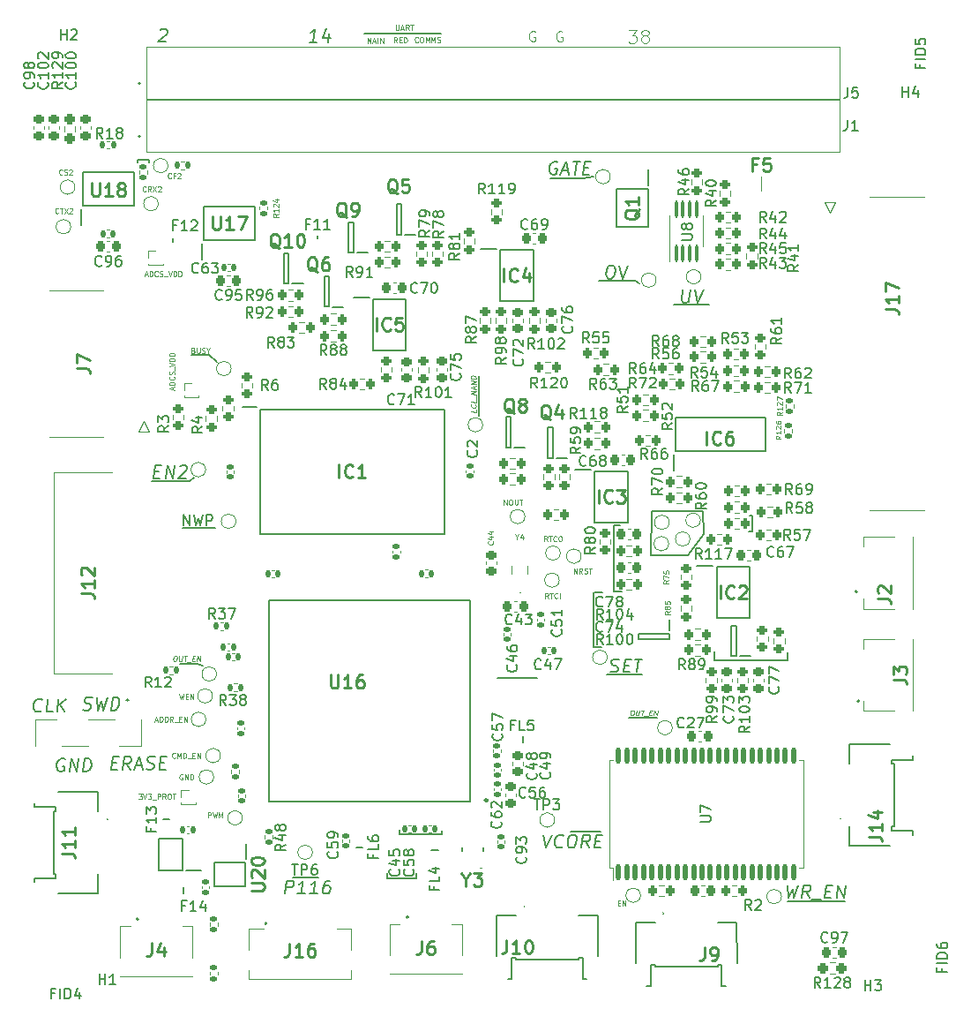
<source format=gbr>
%TF.GenerationSoftware,KiCad,Pcbnew,7.0.5*%
%TF.CreationDate,2024-04-25T22:20:36+03:00*%
%TF.ProjectId,obc-adcs-board,6f62632d-6164-4637-932d-626f6172642e,rev?*%
%TF.SameCoordinates,PX3e2df80PY83e4a60*%
%TF.FileFunction,Legend,Top*%
%TF.FilePolarity,Positive*%
%FSLAX46Y46*%
G04 Gerber Fmt 4.6, Leading zero omitted, Abs format (unit mm)*
G04 Created by KiCad (PCBNEW 7.0.5) date 2024-04-25 22:20:36*
%MOMM*%
%LPD*%
G01*
G04 APERTURE LIST*
G04 Aperture macros list*
%AMRoundRect*
0 Rectangle with rounded corners*
0 $1 Rounding radius*
0 $2 $3 $4 $5 $6 $7 $8 $9 X,Y pos of 4 corners*
0 Add a 4 corners polygon primitive as box body*
4,1,4,$2,$3,$4,$5,$6,$7,$8,$9,$2,$3,0*
0 Add four circle primitives for the rounded corners*
1,1,$1+$1,$2,$3*
1,1,$1+$1,$4,$5*
1,1,$1+$1,$6,$7*
1,1,$1+$1,$8,$9*
0 Add four rect primitives between the rounded corners*
20,1,$1+$1,$2,$3,$4,$5,0*
20,1,$1+$1,$4,$5,$6,$7,0*
20,1,$1+$1,$6,$7,$8,$9,0*
20,1,$1+$1,$8,$9,$2,$3,0*%
G04 Aperture macros list end*
%ADD10C,0.150000*%
%ADD11C,0.125000*%
%ADD12C,0.254000*%
%ADD13C,0.200000*%
%ADD14C,0.120000*%
%ADD15C,0.100000*%
%ADD16C,0.250000*%
%ADD17C,1.000000*%
%ADD18R,0.660000X0.650000*%
%ADD19R,0.850000X1.340000*%
%ADD20RoundRect,0.137500X0.137500X-0.625000X0.137500X0.625000X-0.137500X0.625000X-0.137500X-0.625000X0*%
%ADD21R,0.650000X1.528000*%
%ADD22RoundRect,0.200000X0.200000X0.275000X-0.200000X0.275000X-0.200000X-0.275000X0.200000X-0.275000X0*%
%ADD23C,5.600000*%
%ADD24RoundRect,0.200000X-0.200000X-0.275000X0.200000X-0.275000X0.200000X0.275000X-0.200000X0.275000X0*%
%ADD25R,0.620000X0.670000*%
%ADD26R,1.050000X0.600000*%
%ADD27RoundRect,0.140000X-0.140000X-0.170000X0.140000X-0.170000X0.140000X0.170000X-0.140000X0.170000X0*%
%ADD28R,1.020000X0.940000*%
%ADD29RoundRect,0.200000X0.275000X-0.200000X0.275000X0.200000X-0.275000X0.200000X-0.275000X-0.200000X0*%
%ADD30R,0.940000X1.020000*%
%ADD31RoundRect,0.140000X-0.170000X0.140000X-0.170000X-0.140000X0.170000X-0.140000X0.170000X0.140000X0*%
%ADD32RoundRect,0.225000X-0.250000X0.225000X-0.250000X-0.225000X0.250000X-0.225000X0.250000X0.225000X0*%
%ADD33R,1.475000X0.300000*%
%ADD34R,0.300000X1.475000*%
%ADD35R,1.400000X0.450000*%
%ADD36RoundRect,0.135000X-0.135000X-0.185000X0.135000X-0.185000X0.135000X0.185000X-0.135000X0.185000X0*%
%ADD37RoundRect,0.135000X0.185000X-0.135000X0.185000X0.135000X-0.185000X0.135000X-0.185000X-0.135000X0*%
%ADD38RoundRect,0.225000X-0.225000X-0.250000X0.225000X-0.250000X0.225000X0.250000X-0.225000X0.250000X0*%
%ADD39R,0.800000X0.900000*%
%ADD40RoundRect,0.140000X0.140000X0.170000X-0.140000X0.170000X-0.140000X-0.170000X0.140000X-0.170000X0*%
%ADD41R,1.528000X0.650000*%
%ADD42RoundRect,0.135000X0.135000X0.185000X-0.135000X0.185000X-0.135000X-0.185000X0.135000X-0.185000X0*%
%ADD43RoundRect,0.200000X-0.275000X0.200000X-0.275000X-0.200000X0.275000X-0.200000X0.275000X0.200000X0*%
%ADD44RoundRect,0.135000X-0.185000X0.135000X-0.185000X-0.135000X0.185000X-0.135000X0.185000X0.135000X0*%
%ADD45RoundRect,0.140000X0.170000X-0.140000X0.170000X0.140000X-0.170000X0.140000X-0.170000X-0.140000X0*%
%ADD46R,1.020000X1.905000*%
%ADD47R,0.700000X0.650000*%
%ADD48R,0.850000X0.850000*%
%ADD49R,0.600000X1.000000*%
%ADD50R,1.250000X1.800000*%
%ADD51R,0.450000X1.400000*%
%ADD52R,0.650000X1.525000*%
%ADD53RoundRect,0.237500X-0.237500X0.250000X-0.237500X-0.250000X0.237500X-0.250000X0.237500X0.250000X0*%
%ADD54R,1.800000X1.000000*%
%ADD55R,0.550000X1.000000*%
%ADD56R,1.260000X1.300000*%
%ADD57RoundRect,0.225000X0.225000X0.250000X-0.225000X0.250000X-0.225000X-0.250000X0.225000X-0.250000X0*%
%ADD58RoundRect,0.100000X0.100000X-0.712500X0.100000X0.712500X-0.100000X0.712500X-0.100000X-0.712500X0*%
%ADD59RoundRect,0.225000X0.250000X-0.225000X0.250000X0.225000X-0.250000X0.225000X-0.250000X-0.225000X0*%
%ADD60C,0.900000*%
%ADD61R,1.500000X1.000000*%
%ADD62R,0.650000X0.660000*%
%ADD63R,1.340000X0.850000*%
%ADD64R,1.000000X0.600000*%
%ADD65R,1.800000X1.250000*%
%ADD66R,1.300000X0.300000*%
%ADD67R,1.000000X1.500000*%
%ADD68R,0.600000X1.050000*%
%ADD69R,1.530000X1.530000*%
%ADD70C,1.530000*%
%ADD71R,0.450000X1.475000*%
%ADD72RoundRect,0.237500X0.250000X0.237500X-0.250000X0.237500X-0.250000X-0.237500X0.250000X-0.237500X0*%
%ADD73C,1.300000*%
%ADD74C,1.400000*%
%ADD75R,0.650000X0.700000*%
G04 APERTURE END LIST*
D10*
X35700000Y12400000D02*
X38500000Y12400000D01*
X16750000Y50500000D02*
X13100000Y50500000D01*
X74100000Y10200000D02*
X79650000Y10200000D01*
X67100000Y33300000D02*
X67100000Y34200000D01*
X16900000Y62600000D02*
X18575000Y62600000D01*
X19325000Y61950000D02*
X18575000Y62600000D01*
X57400000Y46250000D02*
X57400000Y39900000D01*
X17100000Y50800000D02*
X16750000Y50500000D01*
X38500000Y12400000D02*
X38500000Y12900000D01*
X58000000Y46250000D02*
X57400000Y46250000D01*
X17400000Y33000000D02*
X15750000Y33000000D01*
X55975000Y69700000D02*
X59500000Y69700000D01*
X56350000Y39800000D02*
X55550000Y39800000D01*
X51325000Y79500000D02*
X54450000Y79500000D01*
X36900000Y16600000D02*
X40900000Y16600000D01*
X16000000Y45980000D02*
X19150000Y45980000D01*
X66050000Y45450000D02*
X65850000Y45100000D01*
X64550000Y43400000D01*
X61025000Y43375000D01*
X61048985Y47600495D01*
X65998985Y47650495D01*
X66050000Y45450000D01*
X40900000Y16600000D02*
X40900000Y17000000D01*
X11700000Y81100000D02*
X11700000Y81300000D01*
X70600000Y47200000D02*
X70700000Y47200000D01*
X57400000Y39900000D02*
X58200000Y39900000D01*
X55500000Y34600000D02*
X56250000Y34600000D01*
X63200000Y67400000D02*
X66600000Y67400000D01*
X59900000Y69500000D02*
X59500000Y69700000D01*
X53300000Y16900000D02*
X56200000Y16900000D01*
X74100000Y33300000D02*
X74100000Y34100000D01*
X70600000Y47200000D02*
X70500000Y47200000D01*
X55500000Y39800000D02*
X55500000Y34600000D01*
X54450000Y79500000D02*
X55500000Y79700000D01*
X70700000Y47200000D02*
X70700000Y45700000D01*
X56775000Y31975000D02*
X60175000Y31975000D01*
X70700000Y45700000D02*
X70400000Y45700000D01*
X26600000Y12500000D02*
X29100000Y12500000D01*
X67100000Y33300000D02*
X74100000Y33300000D01*
X17400000Y33000000D02*
X18000000Y32800000D01*
X33500000Y93400000D02*
X40825000Y93400000D01*
X11700000Y81300000D02*
X12800000Y81300000D01*
X36900000Y17100000D02*
X36900000Y16600000D01*
X12800000Y81300000D02*
X12800000Y81100000D01*
X35700000Y12900000D02*
X35700000Y12400000D01*
X46300000Y31600000D02*
X50100000Y31600000D01*
X58875000Y27800000D02*
X61600000Y27800000D01*
X44500000Y60600000D02*
X44500000Y56800000D01*
D11*
X38636997Y92640310D02*
X38613188Y92616500D01*
X38613188Y92616500D02*
X38541759Y92592691D01*
X38541759Y92592691D02*
X38494140Y92592691D01*
X38494140Y92592691D02*
X38422712Y92616500D01*
X38422712Y92616500D02*
X38375093Y92664120D01*
X38375093Y92664120D02*
X38351283Y92711739D01*
X38351283Y92711739D02*
X38327474Y92806977D01*
X38327474Y92806977D02*
X38327474Y92878405D01*
X38327474Y92878405D02*
X38351283Y92973643D01*
X38351283Y92973643D02*
X38375093Y93021262D01*
X38375093Y93021262D02*
X38422712Y93068881D01*
X38422712Y93068881D02*
X38494140Y93092691D01*
X38494140Y93092691D02*
X38541759Y93092691D01*
X38541759Y93092691D02*
X38613188Y93068881D01*
X38613188Y93068881D02*
X38636997Y93045072D01*
X38946521Y93092691D02*
X39041759Y93092691D01*
X39041759Y93092691D02*
X39089378Y93068881D01*
X39089378Y93068881D02*
X39136997Y93021262D01*
X39136997Y93021262D02*
X39160807Y92926024D01*
X39160807Y92926024D02*
X39160807Y92759358D01*
X39160807Y92759358D02*
X39136997Y92664120D01*
X39136997Y92664120D02*
X39089378Y92616500D01*
X39089378Y92616500D02*
X39041759Y92592691D01*
X39041759Y92592691D02*
X38946521Y92592691D01*
X38946521Y92592691D02*
X38898902Y92616500D01*
X38898902Y92616500D02*
X38851283Y92664120D01*
X38851283Y92664120D02*
X38827474Y92759358D01*
X38827474Y92759358D02*
X38827474Y92926024D01*
X38827474Y92926024D02*
X38851283Y93021262D01*
X38851283Y93021262D02*
X38898902Y93068881D01*
X38898902Y93068881D02*
X38946521Y93092691D01*
X39375093Y92592691D02*
X39375093Y93092691D01*
X39375093Y93092691D02*
X39541760Y92735548D01*
X39541760Y92735548D02*
X39708426Y93092691D01*
X39708426Y93092691D02*
X39708426Y92592691D01*
X39946522Y92592691D02*
X39946522Y93092691D01*
X39946522Y93092691D02*
X40113189Y92735548D01*
X40113189Y92735548D02*
X40279855Y93092691D01*
X40279855Y93092691D02*
X40279855Y92592691D01*
X40494142Y92616500D02*
X40565570Y92592691D01*
X40565570Y92592691D02*
X40684618Y92592691D01*
X40684618Y92592691D02*
X40732237Y92616500D01*
X40732237Y92616500D02*
X40756046Y92640310D01*
X40756046Y92640310D02*
X40779856Y92687929D01*
X40779856Y92687929D02*
X40779856Y92735548D01*
X40779856Y92735548D02*
X40756046Y92783167D01*
X40756046Y92783167D02*
X40732237Y92806977D01*
X40732237Y92806977D02*
X40684618Y92830786D01*
X40684618Y92830786D02*
X40589380Y92854596D01*
X40589380Y92854596D02*
X40541761Y92878405D01*
X40541761Y92878405D02*
X40517951Y92902215D01*
X40517951Y92902215D02*
X40494142Y92949834D01*
X40494142Y92949834D02*
X40494142Y92997453D01*
X40494142Y92997453D02*
X40517951Y93045072D01*
X40517951Y93045072D02*
X40541761Y93068881D01*
X40541761Y93068881D02*
X40589380Y93092691D01*
X40589380Y93092691D02*
X40708427Y93092691D01*
X40708427Y93092691D02*
X40779856Y93068881D01*
X4111997Y76240310D02*
X4088188Y76216500D01*
X4088188Y76216500D02*
X4016759Y76192691D01*
X4016759Y76192691D02*
X3969140Y76192691D01*
X3969140Y76192691D02*
X3897712Y76216500D01*
X3897712Y76216500D02*
X3850093Y76264120D01*
X3850093Y76264120D02*
X3826283Y76311739D01*
X3826283Y76311739D02*
X3802474Y76406977D01*
X3802474Y76406977D02*
X3802474Y76478405D01*
X3802474Y76478405D02*
X3826283Y76573643D01*
X3826283Y76573643D02*
X3850093Y76621262D01*
X3850093Y76621262D02*
X3897712Y76668881D01*
X3897712Y76668881D02*
X3969140Y76692691D01*
X3969140Y76692691D02*
X4016759Y76692691D01*
X4016759Y76692691D02*
X4088188Y76668881D01*
X4088188Y76668881D02*
X4111997Y76645072D01*
X4254855Y76692691D02*
X4540569Y76692691D01*
X4397712Y76192691D02*
X4397712Y76692691D01*
X4659616Y76692691D02*
X4992949Y76192691D01*
X4992949Y76692691D02*
X4659616Y76192691D01*
X5159616Y76645072D02*
X5183425Y76668881D01*
X5183425Y76668881D02*
X5231044Y76692691D01*
X5231044Y76692691D02*
X5350092Y76692691D01*
X5350092Y76692691D02*
X5397711Y76668881D01*
X5397711Y76668881D02*
X5421520Y76645072D01*
X5421520Y76645072D02*
X5445330Y76597453D01*
X5445330Y76597453D02*
X5445330Y76549834D01*
X5445330Y76549834D02*
X5421520Y76478405D01*
X5421520Y76478405D02*
X5135806Y76192691D01*
X5135806Y76192691D02*
X5445330Y76192691D01*
D10*
X13876785Y93760479D02*
X13943750Y93820003D01*
X13943750Y93820003D02*
X14070238Y93879527D01*
X14070238Y93879527D02*
X14367857Y93879527D01*
X14367857Y93879527D02*
X14479464Y93820003D01*
X14479464Y93820003D02*
X14531547Y93760479D01*
X14531547Y93760479D02*
X14576190Y93641431D01*
X14576190Y93641431D02*
X14561309Y93522384D01*
X14561309Y93522384D02*
X14479464Y93343812D01*
X14479464Y93343812D02*
X13675892Y92629527D01*
X13675892Y92629527D02*
X14449702Y92629527D01*
X64080952Y68854527D02*
X63954464Y67842622D01*
X63954464Y67842622D02*
X63999107Y67723574D01*
X63999107Y67723574D02*
X64051190Y67664050D01*
X64051190Y67664050D02*
X64162797Y67604527D01*
X64162797Y67604527D02*
X64400893Y67604527D01*
X64400893Y67604527D02*
X64527381Y67664050D01*
X64527381Y67664050D02*
X64594345Y67723574D01*
X64594345Y67723574D02*
X64668750Y67842622D01*
X64668750Y67842622D02*
X64795238Y68854527D01*
X65211905Y68854527D02*
X65472321Y67604527D01*
X65472321Y67604527D02*
X66045238Y68854527D01*
X4738988Y23820003D02*
X4627380Y23879527D01*
X4627380Y23879527D02*
X4448809Y23879527D01*
X4448809Y23879527D02*
X4262797Y23820003D01*
X4262797Y23820003D02*
X4128868Y23700955D01*
X4128868Y23700955D02*
X4054464Y23581908D01*
X4054464Y23581908D02*
X3965178Y23343812D01*
X3965178Y23343812D02*
X3942857Y23165241D01*
X3942857Y23165241D02*
X3972618Y22927146D01*
X3972618Y22927146D02*
X4017261Y22808098D01*
X4017261Y22808098D02*
X4121428Y22689050D01*
X4121428Y22689050D02*
X4292559Y22629527D01*
X4292559Y22629527D02*
X4411607Y22629527D01*
X4411607Y22629527D02*
X4597618Y22689050D01*
X4597618Y22689050D02*
X4664583Y22748574D01*
X4664583Y22748574D02*
X4716666Y23165241D01*
X4716666Y23165241D02*
X4478571Y23165241D01*
X5185416Y22629527D02*
X5341666Y23879527D01*
X5341666Y23879527D02*
X5899702Y22629527D01*
X5899702Y22629527D02*
X6055952Y23879527D01*
X6494940Y22629527D02*
X6651190Y23879527D01*
X6651190Y23879527D02*
X6948809Y23879527D01*
X6948809Y23879527D02*
X7119940Y23820003D01*
X7119940Y23820003D02*
X7224107Y23700955D01*
X7224107Y23700955D02*
X7268750Y23581908D01*
X7268750Y23581908D02*
X7298512Y23343812D01*
X7298512Y23343812D02*
X7276190Y23165241D01*
X7276190Y23165241D02*
X7186904Y22927146D01*
X7186904Y22927146D02*
X7112500Y22808098D01*
X7112500Y22808098D02*
X6978571Y22689050D01*
X6978571Y22689050D02*
X6792559Y22629527D01*
X6792559Y22629527D02*
X6494940Y22629527D01*
X13356547Y51434289D02*
X13773214Y51434289D01*
X13869940Y50779527D02*
X13274702Y50779527D01*
X13274702Y50779527D02*
X13430952Y52029527D01*
X13430952Y52029527D02*
X14026190Y52029527D01*
X14405654Y50779527D02*
X14561904Y52029527D01*
X14561904Y52029527D02*
X15119940Y50779527D01*
X15119940Y50779527D02*
X15276190Y52029527D01*
X15797023Y51910479D02*
X15863988Y51970003D01*
X15863988Y51970003D02*
X15990476Y52029527D01*
X15990476Y52029527D02*
X16288095Y52029527D01*
X16288095Y52029527D02*
X16399702Y51970003D01*
X16399702Y51970003D02*
X16451785Y51910479D01*
X16451785Y51910479D02*
X16496428Y51791431D01*
X16496428Y51791431D02*
X16481547Y51672384D01*
X16481547Y51672384D02*
X16399702Y51493812D01*
X16399702Y51493812D02*
X15596130Y50779527D01*
X15596130Y50779527D02*
X16369940Y50779527D01*
D11*
X4486997Y79940310D02*
X4463188Y79916500D01*
X4463188Y79916500D02*
X4391759Y79892691D01*
X4391759Y79892691D02*
X4344140Y79892691D01*
X4344140Y79892691D02*
X4272712Y79916500D01*
X4272712Y79916500D02*
X4225093Y79964120D01*
X4225093Y79964120D02*
X4201283Y80011739D01*
X4201283Y80011739D02*
X4177474Y80106977D01*
X4177474Y80106977D02*
X4177474Y80178405D01*
X4177474Y80178405D02*
X4201283Y80273643D01*
X4201283Y80273643D02*
X4225093Y80321262D01*
X4225093Y80321262D02*
X4272712Y80368881D01*
X4272712Y80368881D02*
X4344140Y80392691D01*
X4344140Y80392691D02*
X4391759Y80392691D01*
X4391759Y80392691D02*
X4463188Y80368881D01*
X4463188Y80368881D02*
X4486997Y80345072D01*
X4677474Y79916500D02*
X4748902Y79892691D01*
X4748902Y79892691D02*
X4867950Y79892691D01*
X4867950Y79892691D02*
X4915569Y79916500D01*
X4915569Y79916500D02*
X4939378Y79940310D01*
X4939378Y79940310D02*
X4963188Y79987929D01*
X4963188Y79987929D02*
X4963188Y80035548D01*
X4963188Y80035548D02*
X4939378Y80083167D01*
X4939378Y80083167D02*
X4915569Y80106977D01*
X4915569Y80106977D02*
X4867950Y80130786D01*
X4867950Y80130786D02*
X4772712Y80154596D01*
X4772712Y80154596D02*
X4725093Y80178405D01*
X4725093Y80178405D02*
X4701283Y80202215D01*
X4701283Y80202215D02*
X4677474Y80249834D01*
X4677474Y80249834D02*
X4677474Y80297453D01*
X4677474Y80297453D02*
X4701283Y80345072D01*
X4701283Y80345072D02*
X4725093Y80368881D01*
X4725093Y80368881D02*
X4772712Y80392691D01*
X4772712Y80392691D02*
X4891759Y80392691D01*
X4891759Y80392691D02*
X4963188Y80368881D01*
X5153664Y80345072D02*
X5177473Y80368881D01*
X5177473Y80368881D02*
X5225092Y80392691D01*
X5225092Y80392691D02*
X5344140Y80392691D01*
X5344140Y80392691D02*
X5391759Y80368881D01*
X5391759Y80368881D02*
X5415568Y80345072D01*
X5415568Y80345072D02*
X5439378Y80297453D01*
X5439378Y80297453D02*
X5439378Y80249834D01*
X5439378Y80249834D02*
X5415568Y80178405D01*
X5415568Y80178405D02*
X5129854Y79892691D01*
X5129854Y79892691D02*
X5439378Y79892691D01*
D10*
X52041369Y81095003D02*
X51929761Y81154527D01*
X51929761Y81154527D02*
X51751190Y81154527D01*
X51751190Y81154527D02*
X51565178Y81095003D01*
X51565178Y81095003D02*
X51431249Y80975955D01*
X51431249Y80975955D02*
X51356845Y80856908D01*
X51356845Y80856908D02*
X51267559Y80618812D01*
X51267559Y80618812D02*
X51245238Y80440241D01*
X51245238Y80440241D02*
X51274999Y80202146D01*
X51274999Y80202146D02*
X51319642Y80083098D01*
X51319642Y80083098D02*
X51423809Y79964050D01*
X51423809Y79964050D02*
X51594940Y79904527D01*
X51594940Y79904527D02*
X51713988Y79904527D01*
X51713988Y79904527D02*
X51899999Y79964050D01*
X51899999Y79964050D02*
X51966964Y80023574D01*
X51966964Y80023574D02*
X52019047Y80440241D01*
X52019047Y80440241D02*
X51780952Y80440241D01*
X52472916Y80261670D02*
X53068154Y80261670D01*
X52309226Y79904527D02*
X52882142Y81154527D01*
X52882142Y81154527D02*
X53142559Y79904527D01*
X53536905Y81154527D02*
X54251190Y81154527D01*
X53737798Y79904527D02*
X53894048Y81154527D01*
X54593452Y80559289D02*
X55010119Y80559289D01*
X55106845Y79904527D02*
X54511607Y79904527D01*
X54511607Y79904527D02*
X54667857Y81154527D01*
X54667857Y81154527D02*
X55263095Y81154527D01*
D11*
X15114452Y59277475D02*
X15114452Y59515570D01*
X15257309Y59229856D02*
X14757309Y59396522D01*
X14757309Y59396522D02*
X15257309Y59563189D01*
X15257309Y59729855D02*
X14757309Y59729855D01*
X14757309Y59729855D02*
X14757309Y59848903D01*
X14757309Y59848903D02*
X14781119Y59920331D01*
X14781119Y59920331D02*
X14828738Y59967950D01*
X14828738Y59967950D02*
X14876357Y59991760D01*
X14876357Y59991760D02*
X14971595Y60015569D01*
X14971595Y60015569D02*
X15043023Y60015569D01*
X15043023Y60015569D02*
X15138261Y59991760D01*
X15138261Y59991760D02*
X15185880Y59967950D01*
X15185880Y59967950D02*
X15233500Y59920331D01*
X15233500Y59920331D02*
X15257309Y59848903D01*
X15257309Y59848903D02*
X15257309Y59729855D01*
X15209690Y60515569D02*
X15233500Y60491760D01*
X15233500Y60491760D02*
X15257309Y60420331D01*
X15257309Y60420331D02*
X15257309Y60372712D01*
X15257309Y60372712D02*
X15233500Y60301284D01*
X15233500Y60301284D02*
X15185880Y60253665D01*
X15185880Y60253665D02*
X15138261Y60229855D01*
X15138261Y60229855D02*
X15043023Y60206046D01*
X15043023Y60206046D02*
X14971595Y60206046D01*
X14971595Y60206046D02*
X14876357Y60229855D01*
X14876357Y60229855D02*
X14828738Y60253665D01*
X14828738Y60253665D02*
X14781119Y60301284D01*
X14781119Y60301284D02*
X14757309Y60372712D01*
X14757309Y60372712D02*
X14757309Y60420331D01*
X14757309Y60420331D02*
X14781119Y60491760D01*
X14781119Y60491760D02*
X14804928Y60515569D01*
X15233500Y60706046D02*
X15257309Y60777474D01*
X15257309Y60777474D02*
X15257309Y60896522D01*
X15257309Y60896522D02*
X15233500Y60944141D01*
X15233500Y60944141D02*
X15209690Y60967950D01*
X15209690Y60967950D02*
X15162071Y60991760D01*
X15162071Y60991760D02*
X15114452Y60991760D01*
X15114452Y60991760D02*
X15066833Y60967950D01*
X15066833Y60967950D02*
X15043023Y60944141D01*
X15043023Y60944141D02*
X15019214Y60896522D01*
X15019214Y60896522D02*
X14995404Y60801284D01*
X14995404Y60801284D02*
X14971595Y60753665D01*
X14971595Y60753665D02*
X14947785Y60729855D01*
X14947785Y60729855D02*
X14900166Y60706046D01*
X14900166Y60706046D02*
X14852547Y60706046D01*
X14852547Y60706046D02*
X14804928Y60729855D01*
X14804928Y60729855D02*
X14781119Y60753665D01*
X14781119Y60753665D02*
X14757309Y60801284D01*
X14757309Y60801284D02*
X14757309Y60920331D01*
X14757309Y60920331D02*
X14781119Y60991760D01*
X15304928Y61086997D02*
X15304928Y61467950D01*
X14757309Y61515569D02*
X15257309Y61682235D01*
X15257309Y61682235D02*
X14757309Y61848902D01*
X15257309Y62015568D02*
X14757309Y62015568D01*
X14757309Y62015568D02*
X14757309Y62134616D01*
X14757309Y62134616D02*
X14781119Y62206044D01*
X14781119Y62206044D02*
X14828738Y62253663D01*
X14828738Y62253663D02*
X14876357Y62277473D01*
X14876357Y62277473D02*
X14971595Y62301282D01*
X14971595Y62301282D02*
X15043023Y62301282D01*
X15043023Y62301282D02*
X15138261Y62277473D01*
X15138261Y62277473D02*
X15185880Y62253663D01*
X15185880Y62253663D02*
X15233500Y62206044D01*
X15233500Y62206044D02*
X15257309Y62134616D01*
X15257309Y62134616D02*
X15257309Y62015568D01*
X15257309Y62515568D02*
X14757309Y62515568D01*
X14757309Y62515568D02*
X14757309Y62634616D01*
X14757309Y62634616D02*
X14781119Y62706044D01*
X14781119Y62706044D02*
X14828738Y62753663D01*
X14828738Y62753663D02*
X14876357Y62777473D01*
X14876357Y62777473D02*
X14971595Y62801282D01*
X14971595Y62801282D02*
X15043023Y62801282D01*
X15043023Y62801282D02*
X15138261Y62777473D01*
X15138261Y62777473D02*
X15185880Y62753663D01*
X15185880Y62753663D02*
X15233500Y62706044D01*
X15233500Y62706044D02*
X15257309Y62634616D01*
X15257309Y62634616D02*
X15257309Y62515568D01*
X33776283Y92517691D02*
X33776283Y93017691D01*
X33776283Y93017691D02*
X33942950Y92660548D01*
X33942950Y92660548D02*
X34109616Y93017691D01*
X34109616Y93017691D02*
X34109616Y92517691D01*
X34323903Y92660548D02*
X34561998Y92660548D01*
X34276284Y92517691D02*
X34442950Y93017691D01*
X34442950Y93017691D02*
X34609617Y92517691D01*
X34776283Y92517691D02*
X34776283Y93017691D01*
X35014378Y92517691D02*
X35014378Y93017691D01*
X35014378Y93017691D02*
X35300092Y92517691D01*
X35300092Y92517691D02*
X35300092Y93017691D01*
D10*
X25879464Y10929527D02*
X26035714Y12179527D01*
X26035714Y12179527D02*
X26511905Y12179527D01*
X26511905Y12179527D02*
X26623512Y12120003D01*
X26623512Y12120003D02*
X26675595Y12060479D01*
X26675595Y12060479D02*
X26720238Y11941431D01*
X26720238Y11941431D02*
X26697916Y11762860D01*
X26697916Y11762860D02*
X26623512Y11643812D01*
X26623512Y11643812D02*
X26556547Y11584289D01*
X26556547Y11584289D02*
X26430059Y11524765D01*
X26430059Y11524765D02*
X25953869Y11524765D01*
X27784226Y10929527D02*
X27069940Y10929527D01*
X27427083Y10929527D02*
X27583333Y12179527D01*
X27583333Y12179527D02*
X27441964Y12000955D01*
X27441964Y12000955D02*
X27308036Y11881908D01*
X27308036Y11881908D02*
X27181547Y11822384D01*
X28974702Y10929527D02*
X28260416Y10929527D01*
X28617559Y10929527D02*
X28773809Y12179527D01*
X28773809Y12179527D02*
X28632440Y12000955D01*
X28632440Y12000955D02*
X28498512Y11881908D01*
X28498512Y11881908D02*
X28372023Y11822384D01*
X30202380Y12179527D02*
X29964285Y12179527D01*
X29964285Y12179527D02*
X29837797Y12120003D01*
X29837797Y12120003D02*
X29770833Y12060479D01*
X29770833Y12060479D02*
X29629464Y11881908D01*
X29629464Y11881908D02*
X29540178Y11643812D01*
X29540178Y11643812D02*
X29480654Y11167622D01*
X29480654Y11167622D02*
X29525297Y11048574D01*
X29525297Y11048574D02*
X29577380Y10989050D01*
X29577380Y10989050D02*
X29688988Y10929527D01*
X29688988Y10929527D02*
X29927083Y10929527D01*
X29927083Y10929527D02*
X30053571Y10989050D01*
X30053571Y10989050D02*
X30120535Y11048574D01*
X30120535Y11048574D02*
X30194940Y11167622D01*
X30194940Y11167622D02*
X30232142Y11465241D01*
X30232142Y11465241D02*
X30187499Y11584289D01*
X30187499Y11584289D02*
X30135416Y11643812D01*
X30135416Y11643812D02*
X30023809Y11703336D01*
X30023809Y11703336D02*
X29785714Y11703336D01*
X29785714Y11703336D02*
X29659226Y11643812D01*
X29659226Y11643812D02*
X29592261Y11584289D01*
X29592261Y11584289D02*
X29517857Y11465241D01*
X6503572Y28589050D02*
X6674703Y28529527D01*
X6674703Y28529527D02*
X6972322Y28529527D01*
X6972322Y28529527D02*
X7098810Y28589050D01*
X7098810Y28589050D02*
X7165774Y28648574D01*
X7165774Y28648574D02*
X7240179Y28767622D01*
X7240179Y28767622D02*
X7255060Y28886670D01*
X7255060Y28886670D02*
X7210417Y29005717D01*
X7210417Y29005717D02*
X7158334Y29065241D01*
X7158334Y29065241D02*
X7046727Y29124765D01*
X7046727Y29124765D02*
X6816072Y29184289D01*
X6816072Y29184289D02*
X6704465Y29243812D01*
X6704465Y29243812D02*
X6652381Y29303336D01*
X6652381Y29303336D02*
X6607738Y29422384D01*
X6607738Y29422384D02*
X6622619Y29541431D01*
X6622619Y29541431D02*
X6697024Y29660479D01*
X6697024Y29660479D02*
X6763988Y29720003D01*
X6763988Y29720003D02*
X6890477Y29779527D01*
X6890477Y29779527D02*
X7188096Y29779527D01*
X7188096Y29779527D02*
X7359227Y29720003D01*
X7783333Y29779527D02*
X7924703Y28529527D01*
X7924703Y28529527D02*
X8274405Y29422384D01*
X8274405Y29422384D02*
X8400893Y28529527D01*
X8400893Y28529527D02*
X8854762Y29779527D01*
X9174702Y28529527D02*
X9330952Y29779527D01*
X9330952Y29779527D02*
X9628571Y29779527D01*
X9628571Y29779527D02*
X9799702Y29720003D01*
X9799702Y29720003D02*
X9903869Y29600955D01*
X9903869Y29600955D02*
X9948512Y29481908D01*
X9948512Y29481908D02*
X9978274Y29243812D01*
X9978274Y29243812D02*
X9955952Y29065241D01*
X9955952Y29065241D02*
X9866666Y28827146D01*
X9866666Y28827146D02*
X9792262Y28708098D01*
X9792262Y28708098D02*
X9658333Y28589050D01*
X9658333Y28589050D02*
X9472321Y28529527D01*
X9472321Y28529527D02*
X9174702Y28529527D01*
D11*
X49869140Y93631262D02*
X49773902Y93678881D01*
X49773902Y93678881D02*
X49631045Y93678881D01*
X49631045Y93678881D02*
X49488188Y93631262D01*
X49488188Y93631262D02*
X49392950Y93536024D01*
X49392950Y93536024D02*
X49345331Y93440786D01*
X49345331Y93440786D02*
X49297712Y93250310D01*
X49297712Y93250310D02*
X49297712Y93107453D01*
X49297712Y93107453D02*
X49345331Y92916977D01*
X49345331Y92916977D02*
X49392950Y92821739D01*
X49392950Y92821739D02*
X49488188Y92726500D01*
X49488188Y92726500D02*
X49631045Y92678881D01*
X49631045Y92678881D02*
X49726283Y92678881D01*
X49726283Y92678881D02*
X49869140Y92726500D01*
X49869140Y92726500D02*
X49916759Y92774120D01*
X49916759Y92774120D02*
X49916759Y93107453D01*
X49916759Y93107453D02*
X49726283Y93107453D01*
D10*
X57094047Y71179527D02*
X57332143Y71179527D01*
X57332143Y71179527D02*
X57443750Y71120003D01*
X57443750Y71120003D02*
X57547916Y71000955D01*
X57547916Y71000955D02*
X57577678Y70762860D01*
X57577678Y70762860D02*
X57525595Y70346193D01*
X57525595Y70346193D02*
X57436309Y70108098D01*
X57436309Y70108098D02*
X57302381Y69989050D01*
X57302381Y69989050D02*
X57175893Y69929527D01*
X57175893Y69929527D02*
X56937797Y69929527D01*
X56937797Y69929527D02*
X56826190Y69989050D01*
X56826190Y69989050D02*
X56722024Y70108098D01*
X56722024Y70108098D02*
X56692262Y70346193D01*
X56692262Y70346193D02*
X56744345Y70762860D01*
X56744345Y70762860D02*
X56833631Y71000955D01*
X56833631Y71000955D02*
X56967559Y71120003D01*
X56967559Y71120003D02*
X57094047Y71179527D01*
X57986905Y71179527D02*
X58247321Y69929527D01*
X58247321Y69929527D02*
X58820238Y71179527D01*
D11*
X58835807Y93759477D02*
X59609616Y93759477D01*
X59609616Y93759477D02*
X59192950Y93283286D01*
X59192950Y93283286D02*
X59371521Y93283286D01*
X59371521Y93283286D02*
X59490569Y93223762D01*
X59490569Y93223762D02*
X59550093Y93164239D01*
X59550093Y93164239D02*
X59609616Y93045191D01*
X59609616Y93045191D02*
X59609616Y92747572D01*
X59609616Y92747572D02*
X59550093Y92628524D01*
X59550093Y92628524D02*
X59490569Y92569000D01*
X59490569Y92569000D02*
X59371521Y92509477D01*
X59371521Y92509477D02*
X59014378Y92509477D01*
X59014378Y92509477D02*
X58895331Y92569000D01*
X58895331Y92569000D02*
X58835807Y92628524D01*
X60323902Y93223762D02*
X60204854Y93283286D01*
X60204854Y93283286D02*
X60145331Y93342810D01*
X60145331Y93342810D02*
X60085807Y93461858D01*
X60085807Y93461858D02*
X60085807Y93521381D01*
X60085807Y93521381D02*
X60145331Y93640429D01*
X60145331Y93640429D02*
X60204854Y93699953D01*
X60204854Y93699953D02*
X60323902Y93759477D01*
X60323902Y93759477D02*
X60561997Y93759477D01*
X60561997Y93759477D02*
X60681045Y93699953D01*
X60681045Y93699953D02*
X60740569Y93640429D01*
X60740569Y93640429D02*
X60800092Y93521381D01*
X60800092Y93521381D02*
X60800092Y93461858D01*
X60800092Y93461858D02*
X60740569Y93342810D01*
X60740569Y93342810D02*
X60681045Y93283286D01*
X60681045Y93283286D02*
X60561997Y93223762D01*
X60561997Y93223762D02*
X60323902Y93223762D01*
X60323902Y93223762D02*
X60204854Y93164239D01*
X60204854Y93164239D02*
X60145331Y93104715D01*
X60145331Y93104715D02*
X60085807Y92985667D01*
X60085807Y92985667D02*
X60085807Y92747572D01*
X60085807Y92747572D02*
X60145331Y92628524D01*
X60145331Y92628524D02*
X60204854Y92569000D01*
X60204854Y92569000D02*
X60323902Y92509477D01*
X60323902Y92509477D02*
X60561997Y92509477D01*
X60561997Y92509477D02*
X60681045Y92569000D01*
X60681045Y92569000D02*
X60740569Y92628524D01*
X60740569Y92628524D02*
X60800092Y92747572D01*
X60800092Y92747572D02*
X60800092Y92985667D01*
X60800092Y92985667D02*
X60740569Y93104715D01*
X60740569Y93104715D02*
X60681045Y93164239D01*
X60681045Y93164239D02*
X60561997Y93223762D01*
D10*
X57101191Y32239050D02*
X57272322Y32179527D01*
X57272322Y32179527D02*
X57569941Y32179527D01*
X57569941Y32179527D02*
X57696429Y32239050D01*
X57696429Y32239050D02*
X57763393Y32298574D01*
X57763393Y32298574D02*
X57837798Y32417622D01*
X57837798Y32417622D02*
X57852679Y32536670D01*
X57852679Y32536670D02*
X57808036Y32655717D01*
X57808036Y32655717D02*
X57755953Y32715241D01*
X57755953Y32715241D02*
X57644346Y32774765D01*
X57644346Y32774765D02*
X57413691Y32834289D01*
X57413691Y32834289D02*
X57302084Y32893812D01*
X57302084Y32893812D02*
X57250000Y32953336D01*
X57250000Y32953336D02*
X57205357Y33072384D01*
X57205357Y33072384D02*
X57220238Y33191431D01*
X57220238Y33191431D02*
X57294643Y33310479D01*
X57294643Y33310479D02*
X57361607Y33370003D01*
X57361607Y33370003D02*
X57488096Y33429527D01*
X57488096Y33429527D02*
X57785715Y33429527D01*
X57785715Y33429527D02*
X57956846Y33370003D01*
X58425595Y32834289D02*
X58842262Y32834289D01*
X58938988Y32179527D02*
X58343750Y32179527D01*
X58343750Y32179527D02*
X58500000Y33429527D01*
X58500000Y33429527D02*
X59095238Y33429527D01*
X59452381Y33429527D02*
X60166666Y33429527D01*
X59653274Y32179527D02*
X59809524Y33429527D01*
D11*
X52469140Y93606262D02*
X52373902Y93653881D01*
X52373902Y93653881D02*
X52231045Y93653881D01*
X52231045Y93653881D02*
X52088188Y93606262D01*
X52088188Y93606262D02*
X51992950Y93511024D01*
X51992950Y93511024D02*
X51945331Y93415786D01*
X51945331Y93415786D02*
X51897712Y93225310D01*
X51897712Y93225310D02*
X51897712Y93082453D01*
X51897712Y93082453D02*
X51945331Y92891977D01*
X51945331Y92891977D02*
X51992950Y92796739D01*
X51992950Y92796739D02*
X52088188Y92701500D01*
X52088188Y92701500D02*
X52231045Y92653881D01*
X52231045Y92653881D02*
X52326283Y92653881D01*
X52326283Y92653881D02*
X52469140Y92701500D01*
X52469140Y92701500D02*
X52516759Y92749120D01*
X52516759Y92749120D02*
X52516759Y93082453D01*
X52516759Y93082453D02*
X52326283Y93082453D01*
D10*
X74091666Y11754527D02*
X74233036Y10504527D01*
X74233036Y10504527D02*
X74582738Y11397384D01*
X74582738Y11397384D02*
X74709226Y10504527D01*
X74709226Y10504527D02*
X75163095Y11754527D01*
X76197321Y10504527D02*
X75855059Y11099765D01*
X75483035Y10504527D02*
X75639285Y11754527D01*
X75639285Y11754527D02*
X76115476Y11754527D01*
X76115476Y11754527D02*
X76227083Y11695003D01*
X76227083Y11695003D02*
X76279166Y11635479D01*
X76279166Y11635479D02*
X76323809Y11516431D01*
X76323809Y11516431D02*
X76301487Y11337860D01*
X76301487Y11337860D02*
X76227083Y11218812D01*
X76227083Y11218812D02*
X76160118Y11159289D01*
X76160118Y11159289D02*
X76033630Y11099765D01*
X76033630Y11099765D02*
X75557440Y11099765D01*
X76420535Y10385479D02*
X77372916Y10385479D01*
X77767261Y11159289D02*
X78183928Y11159289D01*
X78280654Y10504527D02*
X77685416Y10504527D01*
X77685416Y10504527D02*
X77841666Y11754527D01*
X77841666Y11754527D02*
X78436904Y11754527D01*
X78816368Y10504527D02*
X78972618Y11754527D01*
X78972618Y11754527D02*
X79530654Y10504527D01*
X79530654Y10504527D02*
X79686904Y11754527D01*
X9235119Y23509289D02*
X9651786Y23509289D01*
X9748512Y22854527D02*
X9153274Y22854527D01*
X9153274Y22854527D02*
X9309524Y24104527D01*
X9309524Y24104527D02*
X9904762Y24104527D01*
X10998512Y22854527D02*
X10656250Y23449765D01*
X10284226Y22854527D02*
X10440476Y24104527D01*
X10440476Y24104527D02*
X10916667Y24104527D01*
X10916667Y24104527D02*
X11028274Y24045003D01*
X11028274Y24045003D02*
X11080357Y23985479D01*
X11080357Y23985479D02*
X11125000Y23866431D01*
X11125000Y23866431D02*
X11102678Y23687860D01*
X11102678Y23687860D02*
X11028274Y23568812D01*
X11028274Y23568812D02*
X10961309Y23509289D01*
X10961309Y23509289D02*
X10834821Y23449765D01*
X10834821Y23449765D02*
X10358631Y23449765D01*
X11519345Y23211670D02*
X12114583Y23211670D01*
X11355655Y22854527D02*
X11928571Y24104527D01*
X11928571Y24104527D02*
X12188988Y22854527D01*
X12553572Y22914050D02*
X12724703Y22854527D01*
X12724703Y22854527D02*
X13022322Y22854527D01*
X13022322Y22854527D02*
X13148810Y22914050D01*
X13148810Y22914050D02*
X13215774Y22973574D01*
X13215774Y22973574D02*
X13290179Y23092622D01*
X13290179Y23092622D02*
X13305060Y23211670D01*
X13305060Y23211670D02*
X13260417Y23330717D01*
X13260417Y23330717D02*
X13208334Y23390241D01*
X13208334Y23390241D02*
X13096727Y23449765D01*
X13096727Y23449765D02*
X12866072Y23509289D01*
X12866072Y23509289D02*
X12754465Y23568812D01*
X12754465Y23568812D02*
X12702381Y23628336D01*
X12702381Y23628336D02*
X12657738Y23747384D01*
X12657738Y23747384D02*
X12672619Y23866431D01*
X12672619Y23866431D02*
X12747024Y23985479D01*
X12747024Y23985479D02*
X12813988Y24045003D01*
X12813988Y24045003D02*
X12940477Y24104527D01*
X12940477Y24104527D02*
X13238096Y24104527D01*
X13238096Y24104527D02*
X13409227Y24045003D01*
X13877976Y23509289D02*
X14294643Y23509289D01*
X14391369Y22854527D02*
X13796131Y22854527D01*
X13796131Y22854527D02*
X13952381Y24104527D01*
X13952381Y24104527D02*
X14547619Y24104527D01*
X28929464Y92604527D02*
X28215178Y92604527D01*
X28572321Y92604527D02*
X28728571Y93854527D01*
X28728571Y93854527D02*
X28587202Y93675955D01*
X28587202Y93675955D02*
X28453274Y93556908D01*
X28453274Y93556908D02*
X28326785Y93497384D01*
X30105059Y93437860D02*
X30000892Y92604527D01*
X29866964Y93914050D02*
X29457738Y93021193D01*
X29457738Y93021193D02*
X30231547Y93021193D01*
D11*
X12511997Y78315310D02*
X12488188Y78291500D01*
X12488188Y78291500D02*
X12416759Y78267691D01*
X12416759Y78267691D02*
X12369140Y78267691D01*
X12369140Y78267691D02*
X12297712Y78291500D01*
X12297712Y78291500D02*
X12250093Y78339120D01*
X12250093Y78339120D02*
X12226283Y78386739D01*
X12226283Y78386739D02*
X12202474Y78481977D01*
X12202474Y78481977D02*
X12202474Y78553405D01*
X12202474Y78553405D02*
X12226283Y78648643D01*
X12226283Y78648643D02*
X12250093Y78696262D01*
X12250093Y78696262D02*
X12297712Y78743881D01*
X12297712Y78743881D02*
X12369140Y78767691D01*
X12369140Y78767691D02*
X12416759Y78767691D01*
X12416759Y78767691D02*
X12488188Y78743881D01*
X12488188Y78743881D02*
X12511997Y78720072D01*
X13011997Y78267691D02*
X12845331Y78505786D01*
X12726283Y78267691D02*
X12726283Y78767691D01*
X12726283Y78767691D02*
X12916759Y78767691D01*
X12916759Y78767691D02*
X12964378Y78743881D01*
X12964378Y78743881D02*
X12988188Y78720072D01*
X12988188Y78720072D02*
X13011997Y78672453D01*
X13011997Y78672453D02*
X13011997Y78601024D01*
X13011997Y78601024D02*
X12988188Y78553405D01*
X12988188Y78553405D02*
X12964378Y78529596D01*
X12964378Y78529596D02*
X12916759Y78505786D01*
X12916759Y78505786D02*
X12726283Y78505786D01*
X13178664Y78767691D02*
X13511997Y78267691D01*
X13511997Y78767691D02*
X13178664Y78267691D01*
X13678664Y78720072D02*
X13702473Y78743881D01*
X13702473Y78743881D02*
X13750092Y78767691D01*
X13750092Y78767691D02*
X13869140Y78767691D01*
X13869140Y78767691D02*
X13916759Y78743881D01*
X13916759Y78743881D02*
X13940568Y78720072D01*
X13940568Y78720072D02*
X13964378Y78672453D01*
X13964378Y78672453D02*
X13964378Y78624834D01*
X13964378Y78624834D02*
X13940568Y78553405D01*
X13940568Y78553405D02*
X13654854Y78267691D01*
X13654854Y78267691D02*
X13964378Y78267691D01*
X36636997Y92567691D02*
X36470331Y92805786D01*
X36351283Y92567691D02*
X36351283Y93067691D01*
X36351283Y93067691D02*
X36541759Y93067691D01*
X36541759Y93067691D02*
X36589378Y93043881D01*
X36589378Y93043881D02*
X36613188Y93020072D01*
X36613188Y93020072D02*
X36636997Y92972453D01*
X36636997Y92972453D02*
X36636997Y92901024D01*
X36636997Y92901024D02*
X36613188Y92853405D01*
X36613188Y92853405D02*
X36589378Y92829596D01*
X36589378Y92829596D02*
X36541759Y92805786D01*
X36541759Y92805786D02*
X36351283Y92805786D01*
X36851283Y92829596D02*
X37017950Y92829596D01*
X37089378Y92567691D02*
X36851283Y92567691D01*
X36851283Y92567691D02*
X36851283Y93067691D01*
X36851283Y93067691D02*
X37089378Y93067691D01*
X37303664Y92567691D02*
X37303664Y93067691D01*
X37303664Y93067691D02*
X37422712Y93067691D01*
X37422712Y93067691D02*
X37494140Y93043881D01*
X37494140Y93043881D02*
X37541759Y92996262D01*
X37541759Y92996262D02*
X37565569Y92948643D01*
X37565569Y92948643D02*
X37589378Y92853405D01*
X37589378Y92853405D02*
X37589378Y92781977D01*
X37589378Y92781977D02*
X37565569Y92686739D01*
X37565569Y92686739D02*
X37541759Y92639120D01*
X37541759Y92639120D02*
X37494140Y92591500D01*
X37494140Y92591500D02*
X37422712Y92567691D01*
X37422712Y92567691D02*
X37303664Y92567691D01*
D10*
X50661905Y16579527D02*
X50922321Y15329527D01*
X50922321Y15329527D02*
X51495238Y16579527D01*
X52484822Y15448574D02*
X52417857Y15389050D01*
X52417857Y15389050D02*
X52231846Y15329527D01*
X52231846Y15329527D02*
X52112798Y15329527D01*
X52112798Y15329527D02*
X51941667Y15389050D01*
X51941667Y15389050D02*
X51837500Y15508098D01*
X51837500Y15508098D02*
X51792857Y15627146D01*
X51792857Y15627146D02*
X51763096Y15865241D01*
X51763096Y15865241D02*
X51785417Y16043812D01*
X51785417Y16043812D02*
X51874703Y16281908D01*
X51874703Y16281908D02*
X51949107Y16400955D01*
X51949107Y16400955D02*
X52083036Y16520003D01*
X52083036Y16520003D02*
X52269048Y16579527D01*
X52269048Y16579527D02*
X52388096Y16579527D01*
X52388096Y16579527D02*
X52559227Y16520003D01*
X52559227Y16520003D02*
X52611310Y16460479D01*
X53400000Y16579527D02*
X53638096Y16579527D01*
X53638096Y16579527D02*
X53749703Y16520003D01*
X53749703Y16520003D02*
X53853869Y16400955D01*
X53853869Y16400955D02*
X53883631Y16162860D01*
X53883631Y16162860D02*
X53831548Y15746193D01*
X53831548Y15746193D02*
X53742262Y15508098D01*
X53742262Y15508098D02*
X53608334Y15389050D01*
X53608334Y15389050D02*
X53481846Y15329527D01*
X53481846Y15329527D02*
X53243750Y15329527D01*
X53243750Y15329527D02*
X53132143Y15389050D01*
X53132143Y15389050D02*
X53027977Y15508098D01*
X53027977Y15508098D02*
X52998215Y15746193D01*
X52998215Y15746193D02*
X53050298Y16162860D01*
X53050298Y16162860D02*
X53139584Y16400955D01*
X53139584Y16400955D02*
X53273512Y16520003D01*
X53273512Y16520003D02*
X53400000Y16579527D01*
X55029465Y15329527D02*
X54687203Y15924765D01*
X54315179Y15329527D02*
X54471429Y16579527D01*
X54471429Y16579527D02*
X54947620Y16579527D01*
X54947620Y16579527D02*
X55059227Y16520003D01*
X55059227Y16520003D02*
X55111310Y16460479D01*
X55111310Y16460479D02*
X55155953Y16341431D01*
X55155953Y16341431D02*
X55133631Y16162860D01*
X55133631Y16162860D02*
X55059227Y16043812D01*
X55059227Y16043812D02*
X54992262Y15984289D01*
X54992262Y15984289D02*
X54865774Y15924765D01*
X54865774Y15924765D02*
X54389584Y15924765D01*
X55647024Y15984289D02*
X56063691Y15984289D01*
X56160417Y15329527D02*
X55565179Y15329527D01*
X55565179Y15329527D02*
X55721429Y16579527D01*
X55721429Y16579527D02*
X56316667Y16579527D01*
D11*
X44199809Y57370834D02*
X44199809Y57132739D01*
X44199809Y57132739D02*
X43699809Y57195239D01*
X44152190Y57829168D02*
X44176000Y57802382D01*
X44176000Y57802382D02*
X44199809Y57727977D01*
X44199809Y57727977D02*
X44199809Y57680358D01*
X44199809Y57680358D02*
X44176000Y57611906D01*
X44176000Y57611906D02*
X44128380Y57570239D01*
X44128380Y57570239D02*
X44080761Y57552382D01*
X44080761Y57552382D02*
X43985523Y57540477D01*
X43985523Y57540477D02*
X43914095Y57549406D01*
X43914095Y57549406D02*
X43818857Y57585120D01*
X43818857Y57585120D02*
X43771238Y57614882D01*
X43771238Y57614882D02*
X43723619Y57668453D01*
X43723619Y57668453D02*
X43699809Y57742858D01*
X43699809Y57742858D02*
X43699809Y57790477D01*
X43699809Y57790477D02*
X43723619Y57858929D01*
X43723619Y57858929D02*
X43747428Y57879763D01*
X44199809Y58275596D02*
X44199809Y58037501D01*
X44199809Y58037501D02*
X43699809Y58100001D01*
X44247428Y58317263D02*
X44247428Y58698215D01*
X44199809Y58823215D02*
X43699809Y58885715D01*
X43699809Y58885715D02*
X44199809Y59108929D01*
X44199809Y59108929D02*
X43699809Y59171429D01*
X44056952Y59341073D02*
X44056952Y59579168D01*
X44199809Y59275596D02*
X43699809Y59504763D01*
X43699809Y59504763D02*
X44199809Y59608930D01*
X44199809Y59775596D02*
X43699809Y59838096D01*
X43699809Y59838096D02*
X44199809Y60061310D01*
X44199809Y60061310D02*
X43699809Y60123810D01*
X44199809Y60299406D02*
X43699809Y60361906D01*
X43699809Y60361906D02*
X43699809Y60480954D01*
X43699809Y60480954D02*
X43723619Y60549406D01*
X43723619Y60549406D02*
X43771238Y60591073D01*
X43771238Y60591073D02*
X43818857Y60608930D01*
X43818857Y60608930D02*
X43914095Y60620834D01*
X43914095Y60620834D02*
X43985523Y60611906D01*
X43985523Y60611906D02*
X44080761Y60576192D01*
X44080761Y60576192D02*
X44128380Y60546430D01*
X44128380Y60546430D02*
X44176000Y60492858D01*
X44176000Y60492858D02*
X44199809Y60418454D01*
X44199809Y60418454D02*
X44199809Y60299406D01*
X15305952Y33725191D02*
X15401190Y33725191D01*
X15401190Y33725191D02*
X15445833Y33701381D01*
X15445833Y33701381D02*
X15487500Y33653762D01*
X15487500Y33653762D02*
X15499404Y33558524D01*
X15499404Y33558524D02*
X15478571Y33391858D01*
X15478571Y33391858D02*
X15442857Y33296620D01*
X15442857Y33296620D02*
X15389285Y33249000D01*
X15389285Y33249000D02*
X15338690Y33225191D01*
X15338690Y33225191D02*
X15243452Y33225191D01*
X15243452Y33225191D02*
X15198809Y33249000D01*
X15198809Y33249000D02*
X15157143Y33296620D01*
X15157143Y33296620D02*
X15145238Y33391858D01*
X15145238Y33391858D02*
X15166071Y33558524D01*
X15166071Y33558524D02*
X15201785Y33653762D01*
X15201785Y33653762D02*
X15255357Y33701381D01*
X15255357Y33701381D02*
X15305952Y33725191D01*
X15734524Y33725191D02*
X15683929Y33320429D01*
X15683929Y33320429D02*
X15701786Y33272810D01*
X15701786Y33272810D02*
X15722619Y33249000D01*
X15722619Y33249000D02*
X15767262Y33225191D01*
X15767262Y33225191D02*
X15862500Y33225191D01*
X15862500Y33225191D02*
X15913095Y33249000D01*
X15913095Y33249000D02*
X15939881Y33272810D01*
X15939881Y33272810D02*
X15969643Y33320429D01*
X15969643Y33320429D02*
X16020238Y33725191D01*
X16186905Y33725191D02*
X16472620Y33725191D01*
X16267263Y33225191D02*
X16329763Y33725191D01*
X16451786Y33177572D02*
X16832738Y33177572D01*
X16990476Y33487096D02*
X17157143Y33487096D01*
X17195833Y33225191D02*
X16957738Y33225191D01*
X16957738Y33225191D02*
X17020238Y33725191D01*
X17020238Y33725191D02*
X17258333Y33725191D01*
X17410119Y33225191D02*
X17472619Y33725191D01*
X17472619Y33725191D02*
X17695833Y33225191D01*
X17695833Y33225191D02*
X17758333Y33725191D01*
X14936997Y79590310D02*
X14913188Y79566500D01*
X14913188Y79566500D02*
X14841759Y79542691D01*
X14841759Y79542691D02*
X14794140Y79542691D01*
X14794140Y79542691D02*
X14722712Y79566500D01*
X14722712Y79566500D02*
X14675093Y79614120D01*
X14675093Y79614120D02*
X14651283Y79661739D01*
X14651283Y79661739D02*
X14627474Y79756977D01*
X14627474Y79756977D02*
X14627474Y79828405D01*
X14627474Y79828405D02*
X14651283Y79923643D01*
X14651283Y79923643D02*
X14675093Y79971262D01*
X14675093Y79971262D02*
X14722712Y80018881D01*
X14722712Y80018881D02*
X14794140Y80042691D01*
X14794140Y80042691D02*
X14841759Y80042691D01*
X14841759Y80042691D02*
X14913188Y80018881D01*
X14913188Y80018881D02*
X14936997Y79995072D01*
X15317950Y79804596D02*
X15151283Y79804596D01*
X15151283Y79542691D02*
X15151283Y80042691D01*
X15151283Y80042691D02*
X15389378Y80042691D01*
X15556045Y79995072D02*
X15579854Y80018881D01*
X15579854Y80018881D02*
X15627473Y80042691D01*
X15627473Y80042691D02*
X15746521Y80042691D01*
X15746521Y80042691D02*
X15794140Y80018881D01*
X15794140Y80018881D02*
X15817949Y79995072D01*
X15817949Y79995072D02*
X15841759Y79947453D01*
X15841759Y79947453D02*
X15841759Y79899834D01*
X15841759Y79899834D02*
X15817949Y79828405D01*
X15817949Y79828405D02*
X15532235Y79542691D01*
X15532235Y79542691D02*
X15841759Y79542691D01*
X59180952Y28525191D02*
X59276190Y28525191D01*
X59276190Y28525191D02*
X59320833Y28501381D01*
X59320833Y28501381D02*
X59362500Y28453762D01*
X59362500Y28453762D02*
X59374404Y28358524D01*
X59374404Y28358524D02*
X59353571Y28191858D01*
X59353571Y28191858D02*
X59317857Y28096620D01*
X59317857Y28096620D02*
X59264285Y28049000D01*
X59264285Y28049000D02*
X59213690Y28025191D01*
X59213690Y28025191D02*
X59118452Y28025191D01*
X59118452Y28025191D02*
X59073809Y28049000D01*
X59073809Y28049000D02*
X59032143Y28096620D01*
X59032143Y28096620D02*
X59020238Y28191858D01*
X59020238Y28191858D02*
X59041071Y28358524D01*
X59041071Y28358524D02*
X59076785Y28453762D01*
X59076785Y28453762D02*
X59130357Y28501381D01*
X59130357Y28501381D02*
X59180952Y28525191D01*
X59609524Y28525191D02*
X59558929Y28120429D01*
X59558929Y28120429D02*
X59576786Y28072810D01*
X59576786Y28072810D02*
X59597619Y28049000D01*
X59597619Y28049000D02*
X59642262Y28025191D01*
X59642262Y28025191D02*
X59737500Y28025191D01*
X59737500Y28025191D02*
X59788095Y28049000D01*
X59788095Y28049000D02*
X59814881Y28072810D01*
X59814881Y28072810D02*
X59844643Y28120429D01*
X59844643Y28120429D02*
X59895238Y28525191D01*
X60061905Y28525191D02*
X60347620Y28525191D01*
X60142263Y28025191D02*
X60204763Y28525191D01*
X60326786Y27977572D02*
X60707738Y27977572D01*
X60865476Y28287096D02*
X61032143Y28287096D01*
X61070833Y28025191D02*
X60832738Y28025191D01*
X60832738Y28025191D02*
X60895238Y28525191D01*
X60895238Y28525191D02*
X61133333Y28525191D01*
X61285119Y28025191D02*
X61347619Y28525191D01*
X61347619Y28525191D02*
X61570833Y28025191D01*
X61570833Y28025191D02*
X61633333Y28525191D01*
X36526283Y94242691D02*
X36526283Y93837929D01*
X36526283Y93837929D02*
X36550093Y93790310D01*
X36550093Y93790310D02*
X36573902Y93766500D01*
X36573902Y93766500D02*
X36621521Y93742691D01*
X36621521Y93742691D02*
X36716759Y93742691D01*
X36716759Y93742691D02*
X36764378Y93766500D01*
X36764378Y93766500D02*
X36788188Y93790310D01*
X36788188Y93790310D02*
X36811997Y93837929D01*
X36811997Y93837929D02*
X36811997Y94242691D01*
X37026284Y93885548D02*
X37264379Y93885548D01*
X36978665Y93742691D02*
X37145331Y94242691D01*
X37145331Y94242691D02*
X37311998Y93742691D01*
X37764378Y93742691D02*
X37597712Y93980786D01*
X37478664Y93742691D02*
X37478664Y94242691D01*
X37478664Y94242691D02*
X37669140Y94242691D01*
X37669140Y94242691D02*
X37716759Y94218881D01*
X37716759Y94218881D02*
X37740569Y94195072D01*
X37740569Y94195072D02*
X37764378Y94147453D01*
X37764378Y94147453D02*
X37764378Y94076024D01*
X37764378Y94076024D02*
X37740569Y94028405D01*
X37740569Y94028405D02*
X37716759Y94004596D01*
X37716759Y94004596D02*
X37669140Y93980786D01*
X37669140Y93980786D02*
X37478664Y93980786D01*
X37907236Y94242691D02*
X38192950Y94242691D01*
X38050093Y93742691D02*
X38050093Y94242691D01*
D10*
X2438393Y28498574D02*
X2371428Y28439050D01*
X2371428Y28439050D02*
X2185417Y28379527D01*
X2185417Y28379527D02*
X2066369Y28379527D01*
X2066369Y28379527D02*
X1895238Y28439050D01*
X1895238Y28439050D02*
X1791071Y28558098D01*
X1791071Y28558098D02*
X1746428Y28677146D01*
X1746428Y28677146D02*
X1716667Y28915241D01*
X1716667Y28915241D02*
X1738988Y29093812D01*
X1738988Y29093812D02*
X1828274Y29331908D01*
X1828274Y29331908D02*
X1902678Y29450955D01*
X1902678Y29450955D02*
X2036607Y29570003D01*
X2036607Y29570003D02*
X2222619Y29629527D01*
X2222619Y29629527D02*
X2341667Y29629527D01*
X2341667Y29629527D02*
X2512798Y29570003D01*
X2512798Y29570003D02*
X2564881Y29510479D01*
X3554464Y28379527D02*
X2959226Y28379527D01*
X2959226Y28379527D02*
X3115476Y29629527D01*
X3971131Y28379527D02*
X4127381Y29629527D01*
X4685417Y28379527D02*
X4238988Y29093812D01*
X4841667Y29629527D02*
X4038095Y28915241D01*
D11*
%TO.C,CMD_EN*%
X15340475Y23997810D02*
X15316666Y23974000D01*
X15316666Y23974000D02*
X15245237Y23950191D01*
X15245237Y23950191D02*
X15197618Y23950191D01*
X15197618Y23950191D02*
X15126190Y23974000D01*
X15126190Y23974000D02*
X15078571Y24021620D01*
X15078571Y24021620D02*
X15054761Y24069239D01*
X15054761Y24069239D02*
X15030952Y24164477D01*
X15030952Y24164477D02*
X15030952Y24235905D01*
X15030952Y24235905D02*
X15054761Y24331143D01*
X15054761Y24331143D02*
X15078571Y24378762D01*
X15078571Y24378762D02*
X15126190Y24426381D01*
X15126190Y24426381D02*
X15197618Y24450191D01*
X15197618Y24450191D02*
X15245237Y24450191D01*
X15245237Y24450191D02*
X15316666Y24426381D01*
X15316666Y24426381D02*
X15340475Y24402572D01*
X15554761Y23950191D02*
X15554761Y24450191D01*
X15554761Y24450191D02*
X15721428Y24093048D01*
X15721428Y24093048D02*
X15888094Y24450191D01*
X15888094Y24450191D02*
X15888094Y23950191D01*
X16126190Y23950191D02*
X16126190Y24450191D01*
X16126190Y24450191D02*
X16245238Y24450191D01*
X16245238Y24450191D02*
X16316666Y24426381D01*
X16316666Y24426381D02*
X16364285Y24378762D01*
X16364285Y24378762D02*
X16388095Y24331143D01*
X16388095Y24331143D02*
X16411904Y24235905D01*
X16411904Y24235905D02*
X16411904Y24164477D01*
X16411904Y24164477D02*
X16388095Y24069239D01*
X16388095Y24069239D02*
X16364285Y24021620D01*
X16364285Y24021620D02*
X16316666Y23974000D01*
X16316666Y23974000D02*
X16245238Y23950191D01*
X16245238Y23950191D02*
X16126190Y23950191D01*
X16507143Y23902572D02*
X16888095Y23902572D01*
X17007142Y24212096D02*
X17173809Y24212096D01*
X17245237Y23950191D02*
X17007142Y23950191D01*
X17007142Y23950191D02*
X17007142Y24450191D01*
X17007142Y24450191D02*
X17245237Y24450191D01*
X17459523Y23950191D02*
X17459523Y24450191D01*
X17459523Y24450191D02*
X17745237Y23950191D01*
X17745237Y23950191D02*
X17745237Y24450191D01*
D12*
%TO.C,J6*%
X38976667Y6385682D02*
X38976667Y5478539D01*
X38976667Y5478539D02*
X38916190Y5297111D01*
X38916190Y5297111D02*
X38795238Y5176158D01*
X38795238Y5176158D02*
X38613809Y5115682D01*
X38613809Y5115682D02*
X38492857Y5115682D01*
X40125714Y6385682D02*
X39883809Y6385682D01*
X39883809Y6385682D02*
X39762857Y6325206D01*
X39762857Y6325206D02*
X39702381Y6264730D01*
X39702381Y6264730D02*
X39581428Y6083301D01*
X39581428Y6083301D02*
X39520952Y5841397D01*
X39520952Y5841397D02*
X39520952Y5357587D01*
X39520952Y5357587D02*
X39581428Y5236635D01*
X39581428Y5236635D02*
X39641905Y5176158D01*
X39641905Y5176158D02*
X39762857Y5115682D01*
X39762857Y5115682D02*
X40004762Y5115682D01*
X40004762Y5115682D02*
X40125714Y5176158D01*
X40125714Y5176158D02*
X40186190Y5236635D01*
X40186190Y5236635D02*
X40246667Y5357587D01*
X40246667Y5357587D02*
X40246667Y5659968D01*
X40246667Y5659968D02*
X40186190Y5780920D01*
X40186190Y5780920D02*
X40125714Y5841397D01*
X40125714Y5841397D02*
X40004762Y5901873D01*
X40004762Y5901873D02*
X39762857Y5901873D01*
X39762857Y5901873D02*
X39641905Y5841397D01*
X39641905Y5841397D02*
X39581428Y5780920D01*
X39581428Y5780920D02*
X39520952Y5659968D01*
D10*
%TO.C,U7*%
X65754819Y17824875D02*
X66564342Y17824875D01*
X66564342Y17824875D02*
X66659580Y17872494D01*
X66659580Y17872494D02*
X66707200Y17920113D01*
X66707200Y17920113D02*
X66754819Y18015351D01*
X66754819Y18015351D02*
X66754819Y18205827D01*
X66754819Y18205827D02*
X66707200Y18301065D01*
X66707200Y18301065D02*
X66659580Y18348684D01*
X66659580Y18348684D02*
X66564342Y18396303D01*
X66564342Y18396303D02*
X65754819Y18396303D01*
X65754819Y18777256D02*
X65754819Y19443922D01*
X65754819Y19443922D02*
X66754819Y19015351D01*
D12*
%TO.C,U18*%
X7327618Y79095682D02*
X7327618Y78067587D01*
X7327618Y78067587D02*
X7388095Y77946635D01*
X7388095Y77946635D02*
X7448571Y77886158D01*
X7448571Y77886158D02*
X7569523Y77825682D01*
X7569523Y77825682D02*
X7811428Y77825682D01*
X7811428Y77825682D02*
X7932380Y77886158D01*
X7932380Y77886158D02*
X7992857Y77946635D01*
X7992857Y77946635D02*
X8053333Y78067587D01*
X8053333Y78067587D02*
X8053333Y79095682D01*
X9323333Y77825682D02*
X8597618Y77825682D01*
X8960475Y77825682D02*
X8960475Y79095682D01*
X8960475Y79095682D02*
X8839523Y78914254D01*
X8839523Y78914254D02*
X8718571Y78793301D01*
X8718571Y78793301D02*
X8597618Y78732825D01*
X10049047Y78551397D02*
X9928095Y78611873D01*
X9928095Y78611873D02*
X9867618Y78672349D01*
X9867618Y78672349D02*
X9807142Y78793301D01*
X9807142Y78793301D02*
X9807142Y78853778D01*
X9807142Y78853778D02*
X9867618Y78974730D01*
X9867618Y78974730D02*
X9928095Y79035206D01*
X9928095Y79035206D02*
X10049047Y79095682D01*
X10049047Y79095682D02*
X10290952Y79095682D01*
X10290952Y79095682D02*
X10411904Y79035206D01*
X10411904Y79035206D02*
X10472380Y78974730D01*
X10472380Y78974730D02*
X10532857Y78853778D01*
X10532857Y78853778D02*
X10532857Y78793301D01*
X10532857Y78793301D02*
X10472380Y78672349D01*
X10472380Y78672349D02*
X10411904Y78611873D01*
X10411904Y78611873D02*
X10290952Y78551397D01*
X10290952Y78551397D02*
X10049047Y78551397D01*
X10049047Y78551397D02*
X9928095Y78490920D01*
X9928095Y78490920D02*
X9867618Y78430444D01*
X9867618Y78430444D02*
X9807142Y78309492D01*
X9807142Y78309492D02*
X9807142Y78067587D01*
X9807142Y78067587D02*
X9867618Y77946635D01*
X9867618Y77946635D02*
X9928095Y77886158D01*
X9928095Y77886158D02*
X10049047Y77825682D01*
X10049047Y77825682D02*
X10290952Y77825682D01*
X10290952Y77825682D02*
X10411904Y77886158D01*
X10411904Y77886158D02*
X10472380Y77946635D01*
X10472380Y77946635D02*
X10532857Y78067587D01*
X10532857Y78067587D02*
X10532857Y78309492D01*
X10532857Y78309492D02*
X10472380Y78430444D01*
X10472380Y78430444D02*
X10411904Y78490920D01*
X10411904Y78490920D02*
X10290952Y78551397D01*
D10*
%TO.C,H4*%
X85138095Y87345181D02*
X85138095Y88345181D01*
X85138095Y87868991D02*
X85709523Y87868991D01*
X85709523Y87345181D02*
X85709523Y88345181D01*
X86614285Y88011848D02*
X86614285Y87345181D01*
X86376190Y88392800D02*
X86138095Y87678515D01*
X86138095Y87678515D02*
X86757142Y87678515D01*
%TO.C,F11*%
X28190476Y75168991D02*
X27857143Y75168991D01*
X27857143Y74645181D02*
X27857143Y75645181D01*
X27857143Y75645181D02*
X28333333Y75645181D01*
X29238095Y74645181D02*
X28666667Y74645181D01*
X28952381Y74645181D02*
X28952381Y75645181D01*
X28952381Y75645181D02*
X28857143Y75502324D01*
X28857143Y75502324D02*
X28761905Y75407086D01*
X28761905Y75407086D02*
X28666667Y75359467D01*
X30190476Y74645181D02*
X29619048Y74645181D01*
X29904762Y74645181D02*
X29904762Y75645181D01*
X29904762Y75645181D02*
X29809524Y75502324D01*
X29809524Y75502324D02*
X29714286Y75407086D01*
X29714286Y75407086D02*
X29619048Y75359467D01*
%TO.C,H1*%
X8038095Y2245181D02*
X8038095Y3245181D01*
X8038095Y2768991D02*
X8609523Y2768991D01*
X8609523Y2245181D02*
X8609523Y3245181D01*
X9609523Y2245181D02*
X9038095Y2245181D01*
X9323809Y2245181D02*
X9323809Y3245181D01*
X9323809Y3245181D02*
X9228571Y3102324D01*
X9228571Y3102324D02*
X9133333Y3007086D01*
X9133333Y3007086D02*
X9038095Y2959467D01*
D12*
%TO.C,Q8*%
X47879047Y57004730D02*
X47758095Y57065206D01*
X47758095Y57065206D02*
X47637142Y57186158D01*
X47637142Y57186158D02*
X47455714Y57367587D01*
X47455714Y57367587D02*
X47334761Y57428063D01*
X47334761Y57428063D02*
X47213809Y57428063D01*
X47274285Y57125682D02*
X47153333Y57186158D01*
X47153333Y57186158D02*
X47032380Y57307111D01*
X47032380Y57307111D02*
X46971904Y57549016D01*
X46971904Y57549016D02*
X46971904Y57972349D01*
X46971904Y57972349D02*
X47032380Y58214254D01*
X47032380Y58214254D02*
X47153333Y58335206D01*
X47153333Y58335206D02*
X47274285Y58395682D01*
X47274285Y58395682D02*
X47516190Y58395682D01*
X47516190Y58395682D02*
X47637142Y58335206D01*
X47637142Y58335206D02*
X47758095Y58214254D01*
X47758095Y58214254D02*
X47818571Y57972349D01*
X47818571Y57972349D02*
X47818571Y57549016D01*
X47818571Y57549016D02*
X47758095Y57307111D01*
X47758095Y57307111D02*
X47637142Y57186158D01*
X47637142Y57186158D02*
X47516190Y57125682D01*
X47516190Y57125682D02*
X47274285Y57125682D01*
X48544285Y57851397D02*
X48423333Y57911873D01*
X48423333Y57911873D02*
X48362856Y57972349D01*
X48362856Y57972349D02*
X48302380Y58093301D01*
X48302380Y58093301D02*
X48302380Y58153778D01*
X48302380Y58153778D02*
X48362856Y58274730D01*
X48362856Y58274730D02*
X48423333Y58335206D01*
X48423333Y58335206D02*
X48544285Y58395682D01*
X48544285Y58395682D02*
X48786190Y58395682D01*
X48786190Y58395682D02*
X48907142Y58335206D01*
X48907142Y58335206D02*
X48967618Y58274730D01*
X48967618Y58274730D02*
X49028095Y58153778D01*
X49028095Y58153778D02*
X49028095Y58093301D01*
X49028095Y58093301D02*
X48967618Y57972349D01*
X48967618Y57972349D02*
X48907142Y57911873D01*
X48907142Y57911873D02*
X48786190Y57851397D01*
X48786190Y57851397D02*
X48544285Y57851397D01*
X48544285Y57851397D02*
X48423333Y57790920D01*
X48423333Y57790920D02*
X48362856Y57730444D01*
X48362856Y57730444D02*
X48302380Y57609492D01*
X48302380Y57609492D02*
X48302380Y57367587D01*
X48302380Y57367587D02*
X48362856Y57246635D01*
X48362856Y57246635D02*
X48423333Y57186158D01*
X48423333Y57186158D02*
X48544285Y57125682D01*
X48544285Y57125682D02*
X48786190Y57125682D01*
X48786190Y57125682D02*
X48907142Y57186158D01*
X48907142Y57186158D02*
X48967618Y57246635D01*
X48967618Y57246635D02*
X49028095Y57367587D01*
X49028095Y57367587D02*
X49028095Y57609492D01*
X49028095Y57609492D02*
X48967618Y57730444D01*
X48967618Y57730444D02*
X48907142Y57790920D01*
X48907142Y57790920D02*
X48786190Y57851397D01*
D11*
%TO.C,RTCI*%
X51145238Y39275191D02*
X50978572Y39513286D01*
X50859524Y39275191D02*
X50859524Y39775191D01*
X50859524Y39775191D02*
X51050000Y39775191D01*
X51050000Y39775191D02*
X51097619Y39751381D01*
X51097619Y39751381D02*
X51121429Y39727572D01*
X51121429Y39727572D02*
X51145238Y39679953D01*
X51145238Y39679953D02*
X51145238Y39608524D01*
X51145238Y39608524D02*
X51121429Y39560905D01*
X51121429Y39560905D02*
X51097619Y39537096D01*
X51097619Y39537096D02*
X51050000Y39513286D01*
X51050000Y39513286D02*
X50859524Y39513286D01*
X51288096Y39775191D02*
X51573810Y39775191D01*
X51430953Y39275191D02*
X51430953Y39775191D01*
X52026190Y39322810D02*
X52002381Y39299000D01*
X52002381Y39299000D02*
X51930952Y39275191D01*
X51930952Y39275191D02*
X51883333Y39275191D01*
X51883333Y39275191D02*
X51811905Y39299000D01*
X51811905Y39299000D02*
X51764286Y39346620D01*
X51764286Y39346620D02*
X51740476Y39394239D01*
X51740476Y39394239D02*
X51716667Y39489477D01*
X51716667Y39489477D02*
X51716667Y39560905D01*
X51716667Y39560905D02*
X51740476Y39656143D01*
X51740476Y39656143D02*
X51764286Y39703762D01*
X51764286Y39703762D02*
X51811905Y39751381D01*
X51811905Y39751381D02*
X51883333Y39775191D01*
X51883333Y39775191D02*
X51930952Y39775191D01*
X51930952Y39775191D02*
X52002381Y39751381D01*
X52002381Y39751381D02*
X52026190Y39727572D01*
X52240476Y39275191D02*
X52240476Y39775191D01*
D13*
%TO.C,R83*%
X24832142Y63322781D02*
X24498809Y63798972D01*
X24260714Y63322781D02*
X24260714Y64322781D01*
X24260714Y64322781D02*
X24641666Y64322781D01*
X24641666Y64322781D02*
X24736904Y64275162D01*
X24736904Y64275162D02*
X24784523Y64227543D01*
X24784523Y64227543D02*
X24832142Y64132305D01*
X24832142Y64132305D02*
X24832142Y63989448D01*
X24832142Y63989448D02*
X24784523Y63894210D01*
X24784523Y63894210D02*
X24736904Y63846591D01*
X24736904Y63846591D02*
X24641666Y63798972D01*
X24641666Y63798972D02*
X24260714Y63798972D01*
X25403571Y63894210D02*
X25308333Y63941829D01*
X25308333Y63941829D02*
X25260714Y63989448D01*
X25260714Y63989448D02*
X25213095Y64084686D01*
X25213095Y64084686D02*
X25213095Y64132305D01*
X25213095Y64132305D02*
X25260714Y64227543D01*
X25260714Y64227543D02*
X25308333Y64275162D01*
X25308333Y64275162D02*
X25403571Y64322781D01*
X25403571Y64322781D02*
X25594047Y64322781D01*
X25594047Y64322781D02*
X25689285Y64275162D01*
X25689285Y64275162D02*
X25736904Y64227543D01*
X25736904Y64227543D02*
X25784523Y64132305D01*
X25784523Y64132305D02*
X25784523Y64084686D01*
X25784523Y64084686D02*
X25736904Y63989448D01*
X25736904Y63989448D02*
X25689285Y63941829D01*
X25689285Y63941829D02*
X25594047Y63894210D01*
X25594047Y63894210D02*
X25403571Y63894210D01*
X25403571Y63894210D02*
X25308333Y63846591D01*
X25308333Y63846591D02*
X25260714Y63798972D01*
X25260714Y63798972D02*
X25213095Y63703734D01*
X25213095Y63703734D02*
X25213095Y63513258D01*
X25213095Y63513258D02*
X25260714Y63418020D01*
X25260714Y63418020D02*
X25308333Y63370400D01*
X25308333Y63370400D02*
X25403571Y63322781D01*
X25403571Y63322781D02*
X25594047Y63322781D01*
X25594047Y63322781D02*
X25689285Y63370400D01*
X25689285Y63370400D02*
X25736904Y63418020D01*
X25736904Y63418020D02*
X25784523Y63513258D01*
X25784523Y63513258D02*
X25784523Y63703734D01*
X25784523Y63703734D02*
X25736904Y63798972D01*
X25736904Y63798972D02*
X25689285Y63846591D01*
X25689285Y63846591D02*
X25594047Y63894210D01*
X26117857Y64322781D02*
X26736904Y64322781D01*
X26736904Y64322781D02*
X26403571Y63941829D01*
X26403571Y63941829D02*
X26546428Y63941829D01*
X26546428Y63941829D02*
X26641666Y63894210D01*
X26641666Y63894210D02*
X26689285Y63846591D01*
X26689285Y63846591D02*
X26736904Y63751353D01*
X26736904Y63751353D02*
X26736904Y63513258D01*
X26736904Y63513258D02*
X26689285Y63418020D01*
X26689285Y63418020D02*
X26641666Y63370400D01*
X26641666Y63370400D02*
X26546428Y63322781D01*
X26546428Y63322781D02*
X26260714Y63322781D01*
X26260714Y63322781D02*
X26165476Y63370400D01*
X26165476Y63370400D02*
X26117857Y63418020D01*
D10*
%TO.C,R117*%
X65880952Y43045181D02*
X65547619Y43521372D01*
X65309524Y43045181D02*
X65309524Y44045181D01*
X65309524Y44045181D02*
X65690476Y44045181D01*
X65690476Y44045181D02*
X65785714Y43997562D01*
X65785714Y43997562D02*
X65833333Y43949943D01*
X65833333Y43949943D02*
X65880952Y43854705D01*
X65880952Y43854705D02*
X65880952Y43711848D01*
X65880952Y43711848D02*
X65833333Y43616610D01*
X65833333Y43616610D02*
X65785714Y43568991D01*
X65785714Y43568991D02*
X65690476Y43521372D01*
X65690476Y43521372D02*
X65309524Y43521372D01*
X66833333Y43045181D02*
X66261905Y43045181D01*
X66547619Y43045181D02*
X66547619Y44045181D01*
X66547619Y44045181D02*
X66452381Y43902324D01*
X66452381Y43902324D02*
X66357143Y43807086D01*
X66357143Y43807086D02*
X66261905Y43759467D01*
X67785714Y43045181D02*
X67214286Y43045181D01*
X67500000Y43045181D02*
X67500000Y44045181D01*
X67500000Y44045181D02*
X67404762Y43902324D01*
X67404762Y43902324D02*
X67309524Y43807086D01*
X67309524Y43807086D02*
X67214286Y43759467D01*
X68119048Y44045181D02*
X68785714Y44045181D01*
X68785714Y44045181D02*
X68357143Y43045181D01*
%TO.C,C45*%
X36784580Y13257143D02*
X36832200Y13209524D01*
X36832200Y13209524D02*
X36879819Y13066667D01*
X36879819Y13066667D02*
X36879819Y12971429D01*
X36879819Y12971429D02*
X36832200Y12828572D01*
X36832200Y12828572D02*
X36736961Y12733334D01*
X36736961Y12733334D02*
X36641723Y12685715D01*
X36641723Y12685715D02*
X36451247Y12638096D01*
X36451247Y12638096D02*
X36308390Y12638096D01*
X36308390Y12638096D02*
X36117914Y12685715D01*
X36117914Y12685715D02*
X36022676Y12733334D01*
X36022676Y12733334D02*
X35927438Y12828572D01*
X35927438Y12828572D02*
X35879819Y12971429D01*
X35879819Y12971429D02*
X35879819Y13066667D01*
X35879819Y13066667D02*
X35927438Y13209524D01*
X35927438Y13209524D02*
X35975057Y13257143D01*
X36213152Y14114286D02*
X36879819Y14114286D01*
X35832200Y13876191D02*
X36546485Y13638096D01*
X36546485Y13638096D02*
X36546485Y14257143D01*
X35879819Y15114286D02*
X35879819Y14638096D01*
X35879819Y14638096D02*
X36356009Y14590477D01*
X36356009Y14590477D02*
X36308390Y14638096D01*
X36308390Y14638096D02*
X36260771Y14733334D01*
X36260771Y14733334D02*
X36260771Y14971429D01*
X36260771Y14971429D02*
X36308390Y15066667D01*
X36308390Y15066667D02*
X36356009Y15114286D01*
X36356009Y15114286D02*
X36451247Y15161905D01*
X36451247Y15161905D02*
X36689342Y15161905D01*
X36689342Y15161905D02*
X36784580Y15114286D01*
X36784580Y15114286D02*
X36832200Y15066667D01*
X36832200Y15066667D02*
X36879819Y14971429D01*
X36879819Y14971429D02*
X36879819Y14733334D01*
X36879819Y14733334D02*
X36832200Y14638096D01*
X36832200Y14638096D02*
X36784580Y14590477D01*
%TO.C,F13*%
X13001009Y17220477D02*
X13001009Y16887144D01*
X13524819Y16887144D02*
X12524819Y16887144D01*
X12524819Y16887144D02*
X12524819Y17363334D01*
X13524819Y18268096D02*
X13524819Y17696668D01*
X13524819Y17982382D02*
X12524819Y17982382D01*
X12524819Y17982382D02*
X12667676Y17887144D01*
X12667676Y17887144D02*
X12762914Y17791906D01*
X12762914Y17791906D02*
X12810533Y17696668D01*
X12524819Y18601430D02*
X12524819Y19220477D01*
X12524819Y19220477D02*
X12905771Y18887144D01*
X12905771Y18887144D02*
X12905771Y19030001D01*
X12905771Y19030001D02*
X12953390Y19125239D01*
X12953390Y19125239D02*
X13001009Y19172858D01*
X13001009Y19172858D02*
X13096247Y19220477D01*
X13096247Y19220477D02*
X13334342Y19220477D01*
X13334342Y19220477D02*
X13429580Y19172858D01*
X13429580Y19172858D02*
X13477200Y19125239D01*
X13477200Y19125239D02*
X13524819Y19030001D01*
X13524819Y19030001D02*
X13524819Y18744287D01*
X13524819Y18744287D02*
X13477200Y18649049D01*
X13477200Y18649049D02*
X13429580Y18601430D01*
%TO.C,R46*%
X64654819Y78557143D02*
X64178628Y78223810D01*
X64654819Y77985715D02*
X63654819Y77985715D01*
X63654819Y77985715D02*
X63654819Y78366667D01*
X63654819Y78366667D02*
X63702438Y78461905D01*
X63702438Y78461905D02*
X63750057Y78509524D01*
X63750057Y78509524D02*
X63845295Y78557143D01*
X63845295Y78557143D02*
X63988152Y78557143D01*
X63988152Y78557143D02*
X64083390Y78509524D01*
X64083390Y78509524D02*
X64131009Y78461905D01*
X64131009Y78461905D02*
X64178628Y78366667D01*
X64178628Y78366667D02*
X64178628Y77985715D01*
X63988152Y79414286D02*
X64654819Y79414286D01*
X63607200Y79176191D02*
X64321485Y78938096D01*
X64321485Y78938096D02*
X64321485Y79557143D01*
X63654819Y80366667D02*
X63654819Y80176191D01*
X63654819Y80176191D02*
X63702438Y80080953D01*
X63702438Y80080953D02*
X63750057Y80033334D01*
X63750057Y80033334D02*
X63892914Y79938096D01*
X63892914Y79938096D02*
X64083390Y79890477D01*
X64083390Y79890477D02*
X64464342Y79890477D01*
X64464342Y79890477D02*
X64559580Y79938096D01*
X64559580Y79938096D02*
X64607200Y79985715D01*
X64607200Y79985715D02*
X64654819Y80080953D01*
X64654819Y80080953D02*
X64654819Y80271429D01*
X64654819Y80271429D02*
X64607200Y80366667D01*
X64607200Y80366667D02*
X64559580Y80414286D01*
X64559580Y80414286D02*
X64464342Y80461905D01*
X64464342Y80461905D02*
X64226247Y80461905D01*
X64226247Y80461905D02*
X64131009Y80414286D01*
X64131009Y80414286D02*
X64083390Y80366667D01*
X64083390Y80366667D02*
X64035771Y80271429D01*
X64035771Y80271429D02*
X64035771Y80080953D01*
X64035771Y80080953D02*
X64083390Y79985715D01*
X64083390Y79985715D02*
X64131009Y79938096D01*
X64131009Y79938096D02*
X64226247Y79890477D01*
D11*
%TO.C,WEN*%
X15722618Y30100191D02*
X15841666Y29600191D01*
X15841666Y29600191D02*
X15936904Y29957334D01*
X15936904Y29957334D02*
X16032142Y29600191D01*
X16032142Y29600191D02*
X16151190Y30100191D01*
X16341666Y29862096D02*
X16508333Y29862096D01*
X16579761Y29600191D02*
X16341666Y29600191D01*
X16341666Y29600191D02*
X16341666Y30100191D01*
X16341666Y30100191D02*
X16579761Y30100191D01*
X16794047Y29600191D02*
X16794047Y30100191D01*
X16794047Y30100191D02*
X17079761Y29600191D01*
X17079761Y29600191D02*
X17079761Y30100191D01*
D10*
%TO.C,F14*%
X16290476Y9793991D02*
X15957143Y9793991D01*
X15957143Y9270181D02*
X15957143Y10270181D01*
X15957143Y10270181D02*
X16433333Y10270181D01*
X17338095Y9270181D02*
X16766667Y9270181D01*
X17052381Y9270181D02*
X17052381Y10270181D01*
X17052381Y10270181D02*
X16957143Y10127324D01*
X16957143Y10127324D02*
X16861905Y10032086D01*
X16861905Y10032086D02*
X16766667Y9984467D01*
X18195238Y9936848D02*
X18195238Y9270181D01*
X17957143Y10317800D02*
X17719048Y9603515D01*
X17719048Y9603515D02*
X18338095Y9603515D01*
%TO.C,R102*%
X49805952Y63195181D02*
X49472619Y63671372D01*
X49234524Y63195181D02*
X49234524Y64195181D01*
X49234524Y64195181D02*
X49615476Y64195181D01*
X49615476Y64195181D02*
X49710714Y64147562D01*
X49710714Y64147562D02*
X49758333Y64099943D01*
X49758333Y64099943D02*
X49805952Y64004705D01*
X49805952Y64004705D02*
X49805952Y63861848D01*
X49805952Y63861848D02*
X49758333Y63766610D01*
X49758333Y63766610D02*
X49710714Y63718991D01*
X49710714Y63718991D02*
X49615476Y63671372D01*
X49615476Y63671372D02*
X49234524Y63671372D01*
X50758333Y63195181D02*
X50186905Y63195181D01*
X50472619Y63195181D02*
X50472619Y64195181D01*
X50472619Y64195181D02*
X50377381Y64052324D01*
X50377381Y64052324D02*
X50282143Y63957086D01*
X50282143Y63957086D02*
X50186905Y63909467D01*
X51377381Y64195181D02*
X51472619Y64195181D01*
X51472619Y64195181D02*
X51567857Y64147562D01*
X51567857Y64147562D02*
X51615476Y64099943D01*
X51615476Y64099943D02*
X51663095Y64004705D01*
X51663095Y64004705D02*
X51710714Y63814229D01*
X51710714Y63814229D02*
X51710714Y63576134D01*
X51710714Y63576134D02*
X51663095Y63385658D01*
X51663095Y63385658D02*
X51615476Y63290420D01*
X51615476Y63290420D02*
X51567857Y63242800D01*
X51567857Y63242800D02*
X51472619Y63195181D01*
X51472619Y63195181D02*
X51377381Y63195181D01*
X51377381Y63195181D02*
X51282143Y63242800D01*
X51282143Y63242800D02*
X51234524Y63290420D01*
X51234524Y63290420D02*
X51186905Y63385658D01*
X51186905Y63385658D02*
X51139286Y63576134D01*
X51139286Y63576134D02*
X51139286Y63814229D01*
X51139286Y63814229D02*
X51186905Y64004705D01*
X51186905Y64004705D02*
X51234524Y64099943D01*
X51234524Y64099943D02*
X51282143Y64147562D01*
X51282143Y64147562D02*
X51377381Y64195181D01*
X52091667Y64099943D02*
X52139286Y64147562D01*
X52139286Y64147562D02*
X52234524Y64195181D01*
X52234524Y64195181D02*
X52472619Y64195181D01*
X52472619Y64195181D02*
X52567857Y64147562D01*
X52567857Y64147562D02*
X52615476Y64099943D01*
X52615476Y64099943D02*
X52663095Y64004705D01*
X52663095Y64004705D02*
X52663095Y63909467D01*
X52663095Y63909467D02*
X52615476Y63766610D01*
X52615476Y63766610D02*
X52044048Y63195181D01*
X52044048Y63195181D02*
X52663095Y63195181D01*
%TO.C,C59*%
X30859580Y14957143D02*
X30907200Y14909524D01*
X30907200Y14909524D02*
X30954819Y14766667D01*
X30954819Y14766667D02*
X30954819Y14671429D01*
X30954819Y14671429D02*
X30907200Y14528572D01*
X30907200Y14528572D02*
X30811961Y14433334D01*
X30811961Y14433334D02*
X30716723Y14385715D01*
X30716723Y14385715D02*
X30526247Y14338096D01*
X30526247Y14338096D02*
X30383390Y14338096D01*
X30383390Y14338096D02*
X30192914Y14385715D01*
X30192914Y14385715D02*
X30097676Y14433334D01*
X30097676Y14433334D02*
X30002438Y14528572D01*
X30002438Y14528572D02*
X29954819Y14671429D01*
X29954819Y14671429D02*
X29954819Y14766667D01*
X29954819Y14766667D02*
X30002438Y14909524D01*
X30002438Y14909524D02*
X30050057Y14957143D01*
X29954819Y15861905D02*
X29954819Y15385715D01*
X29954819Y15385715D02*
X30431009Y15338096D01*
X30431009Y15338096D02*
X30383390Y15385715D01*
X30383390Y15385715D02*
X30335771Y15480953D01*
X30335771Y15480953D02*
X30335771Y15719048D01*
X30335771Y15719048D02*
X30383390Y15814286D01*
X30383390Y15814286D02*
X30431009Y15861905D01*
X30431009Y15861905D02*
X30526247Y15909524D01*
X30526247Y15909524D02*
X30764342Y15909524D01*
X30764342Y15909524D02*
X30859580Y15861905D01*
X30859580Y15861905D02*
X30907200Y15814286D01*
X30907200Y15814286D02*
X30954819Y15719048D01*
X30954819Y15719048D02*
X30954819Y15480953D01*
X30954819Y15480953D02*
X30907200Y15385715D01*
X30907200Y15385715D02*
X30859580Y15338096D01*
X30954819Y16385715D02*
X30954819Y16576191D01*
X30954819Y16576191D02*
X30907200Y16671429D01*
X30907200Y16671429D02*
X30859580Y16719048D01*
X30859580Y16719048D02*
X30716723Y16814286D01*
X30716723Y16814286D02*
X30526247Y16861905D01*
X30526247Y16861905D02*
X30145295Y16861905D01*
X30145295Y16861905D02*
X30050057Y16814286D01*
X30050057Y16814286D02*
X30002438Y16766667D01*
X30002438Y16766667D02*
X29954819Y16671429D01*
X29954819Y16671429D02*
X29954819Y16480953D01*
X29954819Y16480953D02*
X30002438Y16385715D01*
X30002438Y16385715D02*
X30050057Y16338096D01*
X30050057Y16338096D02*
X30145295Y16290477D01*
X30145295Y16290477D02*
X30383390Y16290477D01*
X30383390Y16290477D02*
X30478628Y16338096D01*
X30478628Y16338096D02*
X30526247Y16385715D01*
X30526247Y16385715D02*
X30573866Y16480953D01*
X30573866Y16480953D02*
X30573866Y16671429D01*
X30573866Y16671429D02*
X30526247Y16766667D01*
X30526247Y16766667D02*
X30478628Y16814286D01*
X30478628Y16814286D02*
X30383390Y16861905D01*
%TO.C,C100*%
X5709580Y88750953D02*
X5757200Y88703334D01*
X5757200Y88703334D02*
X5804819Y88560477D01*
X5804819Y88560477D02*
X5804819Y88465239D01*
X5804819Y88465239D02*
X5757200Y88322382D01*
X5757200Y88322382D02*
X5661961Y88227144D01*
X5661961Y88227144D02*
X5566723Y88179525D01*
X5566723Y88179525D02*
X5376247Y88131906D01*
X5376247Y88131906D02*
X5233390Y88131906D01*
X5233390Y88131906D02*
X5042914Y88179525D01*
X5042914Y88179525D02*
X4947676Y88227144D01*
X4947676Y88227144D02*
X4852438Y88322382D01*
X4852438Y88322382D02*
X4804819Y88465239D01*
X4804819Y88465239D02*
X4804819Y88560477D01*
X4804819Y88560477D02*
X4852438Y88703334D01*
X4852438Y88703334D02*
X4900057Y88750953D01*
X5804819Y89703334D02*
X5804819Y89131906D01*
X5804819Y89417620D02*
X4804819Y89417620D01*
X4804819Y89417620D02*
X4947676Y89322382D01*
X4947676Y89322382D02*
X5042914Y89227144D01*
X5042914Y89227144D02*
X5090533Y89131906D01*
X4804819Y90322382D02*
X4804819Y90417620D01*
X4804819Y90417620D02*
X4852438Y90512858D01*
X4852438Y90512858D02*
X4900057Y90560477D01*
X4900057Y90560477D02*
X4995295Y90608096D01*
X4995295Y90608096D02*
X5185771Y90655715D01*
X5185771Y90655715D02*
X5423866Y90655715D01*
X5423866Y90655715D02*
X5614342Y90608096D01*
X5614342Y90608096D02*
X5709580Y90560477D01*
X5709580Y90560477D02*
X5757200Y90512858D01*
X5757200Y90512858D02*
X5804819Y90417620D01*
X5804819Y90417620D02*
X5804819Y90322382D01*
X5804819Y90322382D02*
X5757200Y90227144D01*
X5757200Y90227144D02*
X5709580Y90179525D01*
X5709580Y90179525D02*
X5614342Y90131906D01*
X5614342Y90131906D02*
X5423866Y90084287D01*
X5423866Y90084287D02*
X5185771Y90084287D01*
X5185771Y90084287D02*
X4995295Y90131906D01*
X4995295Y90131906D02*
X4900057Y90179525D01*
X4900057Y90179525D02*
X4852438Y90227144D01*
X4852438Y90227144D02*
X4804819Y90322382D01*
X4804819Y91274763D02*
X4804819Y91370001D01*
X4804819Y91370001D02*
X4852438Y91465239D01*
X4852438Y91465239D02*
X4900057Y91512858D01*
X4900057Y91512858D02*
X4995295Y91560477D01*
X4995295Y91560477D02*
X5185771Y91608096D01*
X5185771Y91608096D02*
X5423866Y91608096D01*
X5423866Y91608096D02*
X5614342Y91560477D01*
X5614342Y91560477D02*
X5709580Y91512858D01*
X5709580Y91512858D02*
X5757200Y91465239D01*
X5757200Y91465239D02*
X5804819Y91370001D01*
X5804819Y91370001D02*
X5804819Y91274763D01*
X5804819Y91274763D02*
X5757200Y91179525D01*
X5757200Y91179525D02*
X5709580Y91131906D01*
X5709580Y91131906D02*
X5614342Y91084287D01*
X5614342Y91084287D02*
X5423866Y91036668D01*
X5423866Y91036668D02*
X5185771Y91036668D01*
X5185771Y91036668D02*
X4995295Y91084287D01*
X4995295Y91084287D02*
X4900057Y91131906D01*
X4900057Y91131906D02*
X4852438Y91179525D01*
X4852438Y91179525D02*
X4804819Y91274763D01*
D12*
%TO.C,U16*%
X30252618Y31920682D02*
X30252618Y30892587D01*
X30252618Y30892587D02*
X30313095Y30771635D01*
X30313095Y30771635D02*
X30373571Y30711158D01*
X30373571Y30711158D02*
X30494523Y30650682D01*
X30494523Y30650682D02*
X30736428Y30650682D01*
X30736428Y30650682D02*
X30857380Y30711158D01*
X30857380Y30711158D02*
X30917857Y30771635D01*
X30917857Y30771635D02*
X30978333Y30892587D01*
X30978333Y30892587D02*
X30978333Y31920682D01*
X32248333Y30650682D02*
X31522618Y30650682D01*
X31885475Y30650682D02*
X31885475Y31920682D01*
X31885475Y31920682D02*
X31764523Y31739254D01*
X31764523Y31739254D02*
X31643571Y31618301D01*
X31643571Y31618301D02*
X31522618Y31557825D01*
X33336904Y31920682D02*
X33094999Y31920682D01*
X33094999Y31920682D02*
X32974047Y31860206D01*
X32974047Y31860206D02*
X32913571Y31799730D01*
X32913571Y31799730D02*
X32792618Y31618301D01*
X32792618Y31618301D02*
X32732142Y31376397D01*
X32732142Y31376397D02*
X32732142Y30892587D01*
X32732142Y30892587D02*
X32792618Y30771635D01*
X32792618Y30771635D02*
X32853095Y30711158D01*
X32853095Y30711158D02*
X32974047Y30650682D01*
X32974047Y30650682D02*
X33215952Y30650682D01*
X33215952Y30650682D02*
X33336904Y30711158D01*
X33336904Y30711158D02*
X33397380Y30771635D01*
X33397380Y30771635D02*
X33457857Y30892587D01*
X33457857Y30892587D02*
X33457857Y31194968D01*
X33457857Y31194968D02*
X33397380Y31315920D01*
X33397380Y31315920D02*
X33336904Y31376397D01*
X33336904Y31376397D02*
X33215952Y31436873D01*
X33215952Y31436873D02*
X32974047Y31436873D01*
X32974047Y31436873D02*
X32853095Y31376397D01*
X32853095Y31376397D02*
X32792618Y31315920D01*
X32792618Y31315920D02*
X32732142Y31194968D01*
D10*
%TO.C,F12*%
X15440476Y75043991D02*
X15107143Y75043991D01*
X15107143Y74520181D02*
X15107143Y75520181D01*
X15107143Y75520181D02*
X15583333Y75520181D01*
X16488095Y74520181D02*
X15916667Y74520181D01*
X16202381Y74520181D02*
X16202381Y75520181D01*
X16202381Y75520181D02*
X16107143Y75377324D01*
X16107143Y75377324D02*
X16011905Y75282086D01*
X16011905Y75282086D02*
X15916667Y75234467D01*
X16869048Y75424943D02*
X16916667Y75472562D01*
X16916667Y75472562D02*
X17011905Y75520181D01*
X17011905Y75520181D02*
X17250000Y75520181D01*
X17250000Y75520181D02*
X17345238Y75472562D01*
X17345238Y75472562D02*
X17392857Y75424943D01*
X17392857Y75424943D02*
X17440476Y75329705D01*
X17440476Y75329705D02*
X17440476Y75234467D01*
X17440476Y75234467D02*
X17392857Y75091610D01*
X17392857Y75091610D02*
X16821429Y74520181D01*
X16821429Y74520181D02*
X17440476Y74520181D01*
%TO.C,R101*%
X38980952Y58545181D02*
X38647619Y59021372D01*
X38409524Y58545181D02*
X38409524Y59545181D01*
X38409524Y59545181D02*
X38790476Y59545181D01*
X38790476Y59545181D02*
X38885714Y59497562D01*
X38885714Y59497562D02*
X38933333Y59449943D01*
X38933333Y59449943D02*
X38980952Y59354705D01*
X38980952Y59354705D02*
X38980952Y59211848D01*
X38980952Y59211848D02*
X38933333Y59116610D01*
X38933333Y59116610D02*
X38885714Y59068991D01*
X38885714Y59068991D02*
X38790476Y59021372D01*
X38790476Y59021372D02*
X38409524Y59021372D01*
X39933333Y58545181D02*
X39361905Y58545181D01*
X39647619Y58545181D02*
X39647619Y59545181D01*
X39647619Y59545181D02*
X39552381Y59402324D01*
X39552381Y59402324D02*
X39457143Y59307086D01*
X39457143Y59307086D02*
X39361905Y59259467D01*
X40552381Y59545181D02*
X40647619Y59545181D01*
X40647619Y59545181D02*
X40742857Y59497562D01*
X40742857Y59497562D02*
X40790476Y59449943D01*
X40790476Y59449943D02*
X40838095Y59354705D01*
X40838095Y59354705D02*
X40885714Y59164229D01*
X40885714Y59164229D02*
X40885714Y58926134D01*
X40885714Y58926134D02*
X40838095Y58735658D01*
X40838095Y58735658D02*
X40790476Y58640420D01*
X40790476Y58640420D02*
X40742857Y58592800D01*
X40742857Y58592800D02*
X40647619Y58545181D01*
X40647619Y58545181D02*
X40552381Y58545181D01*
X40552381Y58545181D02*
X40457143Y58592800D01*
X40457143Y58592800D02*
X40409524Y58640420D01*
X40409524Y58640420D02*
X40361905Y58735658D01*
X40361905Y58735658D02*
X40314286Y58926134D01*
X40314286Y58926134D02*
X40314286Y59164229D01*
X40314286Y59164229D02*
X40361905Y59354705D01*
X40361905Y59354705D02*
X40409524Y59449943D01*
X40409524Y59449943D02*
X40457143Y59497562D01*
X40457143Y59497562D02*
X40552381Y59545181D01*
X41838095Y58545181D02*
X41266667Y58545181D01*
X41552381Y58545181D02*
X41552381Y59545181D01*
X41552381Y59545181D02*
X41457143Y59402324D01*
X41457143Y59402324D02*
X41361905Y59307086D01*
X41361905Y59307086D02*
X41266667Y59259467D01*
%TO.C,R56*%
X61757142Y62245181D02*
X61423809Y62721372D01*
X61185714Y62245181D02*
X61185714Y63245181D01*
X61185714Y63245181D02*
X61566666Y63245181D01*
X61566666Y63245181D02*
X61661904Y63197562D01*
X61661904Y63197562D02*
X61709523Y63149943D01*
X61709523Y63149943D02*
X61757142Y63054705D01*
X61757142Y63054705D02*
X61757142Y62911848D01*
X61757142Y62911848D02*
X61709523Y62816610D01*
X61709523Y62816610D02*
X61661904Y62768991D01*
X61661904Y62768991D02*
X61566666Y62721372D01*
X61566666Y62721372D02*
X61185714Y62721372D01*
X62661904Y63245181D02*
X62185714Y63245181D01*
X62185714Y63245181D02*
X62138095Y62768991D01*
X62138095Y62768991D02*
X62185714Y62816610D01*
X62185714Y62816610D02*
X62280952Y62864229D01*
X62280952Y62864229D02*
X62519047Y62864229D01*
X62519047Y62864229D02*
X62614285Y62816610D01*
X62614285Y62816610D02*
X62661904Y62768991D01*
X62661904Y62768991D02*
X62709523Y62673753D01*
X62709523Y62673753D02*
X62709523Y62435658D01*
X62709523Y62435658D02*
X62661904Y62340420D01*
X62661904Y62340420D02*
X62614285Y62292800D01*
X62614285Y62292800D02*
X62519047Y62245181D01*
X62519047Y62245181D02*
X62280952Y62245181D01*
X62280952Y62245181D02*
X62185714Y62292800D01*
X62185714Y62292800D02*
X62138095Y62340420D01*
X63566666Y63245181D02*
X63376190Y63245181D01*
X63376190Y63245181D02*
X63280952Y63197562D01*
X63280952Y63197562D02*
X63233333Y63149943D01*
X63233333Y63149943D02*
X63138095Y63007086D01*
X63138095Y63007086D02*
X63090476Y62816610D01*
X63090476Y62816610D02*
X63090476Y62435658D01*
X63090476Y62435658D02*
X63138095Y62340420D01*
X63138095Y62340420D02*
X63185714Y62292800D01*
X63185714Y62292800D02*
X63280952Y62245181D01*
X63280952Y62245181D02*
X63471428Y62245181D01*
X63471428Y62245181D02*
X63566666Y62292800D01*
X63566666Y62292800D02*
X63614285Y62340420D01*
X63614285Y62340420D02*
X63661904Y62435658D01*
X63661904Y62435658D02*
X63661904Y62673753D01*
X63661904Y62673753D02*
X63614285Y62768991D01*
X63614285Y62768991D02*
X63566666Y62816610D01*
X63566666Y62816610D02*
X63471428Y62864229D01*
X63471428Y62864229D02*
X63280952Y62864229D01*
X63280952Y62864229D02*
X63185714Y62816610D01*
X63185714Y62816610D02*
X63138095Y62768991D01*
X63138095Y62768991D02*
X63090476Y62673753D01*
%TO.C,R37*%
X19157142Y37315181D02*
X18823809Y37791372D01*
X18585714Y37315181D02*
X18585714Y38315181D01*
X18585714Y38315181D02*
X18966666Y38315181D01*
X18966666Y38315181D02*
X19061904Y38267562D01*
X19061904Y38267562D02*
X19109523Y38219943D01*
X19109523Y38219943D02*
X19157142Y38124705D01*
X19157142Y38124705D02*
X19157142Y37981848D01*
X19157142Y37981848D02*
X19109523Y37886610D01*
X19109523Y37886610D02*
X19061904Y37838991D01*
X19061904Y37838991D02*
X18966666Y37791372D01*
X18966666Y37791372D02*
X18585714Y37791372D01*
X19490476Y38315181D02*
X20109523Y38315181D01*
X20109523Y38315181D02*
X19776190Y37934229D01*
X19776190Y37934229D02*
X19919047Y37934229D01*
X19919047Y37934229D02*
X20014285Y37886610D01*
X20014285Y37886610D02*
X20061904Y37838991D01*
X20061904Y37838991D02*
X20109523Y37743753D01*
X20109523Y37743753D02*
X20109523Y37505658D01*
X20109523Y37505658D02*
X20061904Y37410420D01*
X20061904Y37410420D02*
X20014285Y37362800D01*
X20014285Y37362800D02*
X19919047Y37315181D01*
X19919047Y37315181D02*
X19633333Y37315181D01*
X19633333Y37315181D02*
X19538095Y37362800D01*
X19538095Y37362800D02*
X19490476Y37410420D01*
X20442857Y38315181D02*
X21109523Y38315181D01*
X21109523Y38315181D02*
X20680952Y37315181D01*
%TO.C,C67*%
X72782142Y43315420D02*
X72734523Y43267800D01*
X72734523Y43267800D02*
X72591666Y43220181D01*
X72591666Y43220181D02*
X72496428Y43220181D01*
X72496428Y43220181D02*
X72353571Y43267800D01*
X72353571Y43267800D02*
X72258333Y43363039D01*
X72258333Y43363039D02*
X72210714Y43458277D01*
X72210714Y43458277D02*
X72163095Y43648753D01*
X72163095Y43648753D02*
X72163095Y43791610D01*
X72163095Y43791610D02*
X72210714Y43982086D01*
X72210714Y43982086D02*
X72258333Y44077324D01*
X72258333Y44077324D02*
X72353571Y44172562D01*
X72353571Y44172562D02*
X72496428Y44220181D01*
X72496428Y44220181D02*
X72591666Y44220181D01*
X72591666Y44220181D02*
X72734523Y44172562D01*
X72734523Y44172562D02*
X72782142Y44124943D01*
X73639285Y44220181D02*
X73448809Y44220181D01*
X73448809Y44220181D02*
X73353571Y44172562D01*
X73353571Y44172562D02*
X73305952Y44124943D01*
X73305952Y44124943D02*
X73210714Y43982086D01*
X73210714Y43982086D02*
X73163095Y43791610D01*
X73163095Y43791610D02*
X73163095Y43410658D01*
X73163095Y43410658D02*
X73210714Y43315420D01*
X73210714Y43315420D02*
X73258333Y43267800D01*
X73258333Y43267800D02*
X73353571Y43220181D01*
X73353571Y43220181D02*
X73544047Y43220181D01*
X73544047Y43220181D02*
X73639285Y43267800D01*
X73639285Y43267800D02*
X73686904Y43315420D01*
X73686904Y43315420D02*
X73734523Y43410658D01*
X73734523Y43410658D02*
X73734523Y43648753D01*
X73734523Y43648753D02*
X73686904Y43743991D01*
X73686904Y43743991D02*
X73639285Y43791610D01*
X73639285Y43791610D02*
X73544047Y43839229D01*
X73544047Y43839229D02*
X73353571Y43839229D01*
X73353571Y43839229D02*
X73258333Y43791610D01*
X73258333Y43791610D02*
X73210714Y43743991D01*
X73210714Y43743991D02*
X73163095Y43648753D01*
X74067857Y44220181D02*
X74734523Y44220181D01*
X74734523Y44220181D02*
X74305952Y43220181D01*
D12*
%TO.C,Y3*%
X43245238Y12280444D02*
X43245238Y11675682D01*
X42821905Y12945682D02*
X43245238Y12280444D01*
X43245238Y12280444D02*
X43668572Y12945682D01*
X43970952Y12945682D02*
X44757143Y12945682D01*
X44757143Y12945682D02*
X44333809Y12461873D01*
X44333809Y12461873D02*
X44515238Y12461873D01*
X44515238Y12461873D02*
X44636190Y12401397D01*
X44636190Y12401397D02*
X44696666Y12340920D01*
X44696666Y12340920D02*
X44757143Y12219968D01*
X44757143Y12219968D02*
X44757143Y11917587D01*
X44757143Y11917587D02*
X44696666Y11796635D01*
X44696666Y11796635D02*
X44636190Y11736158D01*
X44636190Y11736158D02*
X44515238Y11675682D01*
X44515238Y11675682D02*
X44152381Y11675682D01*
X44152381Y11675682D02*
X44031428Y11736158D01*
X44031428Y11736158D02*
X43970952Y11796635D01*
D10*
%TO.C,R78*%
X41079819Y74482143D02*
X40603628Y74148810D01*
X41079819Y73910715D02*
X40079819Y73910715D01*
X40079819Y73910715D02*
X40079819Y74291667D01*
X40079819Y74291667D02*
X40127438Y74386905D01*
X40127438Y74386905D02*
X40175057Y74434524D01*
X40175057Y74434524D02*
X40270295Y74482143D01*
X40270295Y74482143D02*
X40413152Y74482143D01*
X40413152Y74482143D02*
X40508390Y74434524D01*
X40508390Y74434524D02*
X40556009Y74386905D01*
X40556009Y74386905D02*
X40603628Y74291667D01*
X40603628Y74291667D02*
X40603628Y73910715D01*
X40079819Y74815477D02*
X40079819Y75482143D01*
X40079819Y75482143D02*
X41079819Y75053572D01*
X40508390Y76005953D02*
X40460771Y75910715D01*
X40460771Y75910715D02*
X40413152Y75863096D01*
X40413152Y75863096D02*
X40317914Y75815477D01*
X40317914Y75815477D02*
X40270295Y75815477D01*
X40270295Y75815477D02*
X40175057Y75863096D01*
X40175057Y75863096D02*
X40127438Y75910715D01*
X40127438Y75910715D02*
X40079819Y76005953D01*
X40079819Y76005953D02*
X40079819Y76196429D01*
X40079819Y76196429D02*
X40127438Y76291667D01*
X40127438Y76291667D02*
X40175057Y76339286D01*
X40175057Y76339286D02*
X40270295Y76386905D01*
X40270295Y76386905D02*
X40317914Y76386905D01*
X40317914Y76386905D02*
X40413152Y76339286D01*
X40413152Y76339286D02*
X40460771Y76291667D01*
X40460771Y76291667D02*
X40508390Y76196429D01*
X40508390Y76196429D02*
X40508390Y76005953D01*
X40508390Y76005953D02*
X40556009Y75910715D01*
X40556009Y75910715D02*
X40603628Y75863096D01*
X40603628Y75863096D02*
X40698866Y75815477D01*
X40698866Y75815477D02*
X40889342Y75815477D01*
X40889342Y75815477D02*
X40984580Y75863096D01*
X40984580Y75863096D02*
X41032200Y75910715D01*
X41032200Y75910715D02*
X41079819Y76005953D01*
X41079819Y76005953D02*
X41079819Y76196429D01*
X41079819Y76196429D02*
X41032200Y76291667D01*
X41032200Y76291667D02*
X40984580Y76339286D01*
X40984580Y76339286D02*
X40889342Y76386905D01*
X40889342Y76386905D02*
X40698866Y76386905D01*
X40698866Y76386905D02*
X40603628Y76339286D01*
X40603628Y76339286D02*
X40556009Y76291667D01*
X40556009Y76291667D02*
X40508390Y76196429D01*
%TO.C,R59*%
X54254819Y53757143D02*
X53778628Y53423810D01*
X54254819Y53185715D02*
X53254819Y53185715D01*
X53254819Y53185715D02*
X53254819Y53566667D01*
X53254819Y53566667D02*
X53302438Y53661905D01*
X53302438Y53661905D02*
X53350057Y53709524D01*
X53350057Y53709524D02*
X53445295Y53757143D01*
X53445295Y53757143D02*
X53588152Y53757143D01*
X53588152Y53757143D02*
X53683390Y53709524D01*
X53683390Y53709524D02*
X53731009Y53661905D01*
X53731009Y53661905D02*
X53778628Y53566667D01*
X53778628Y53566667D02*
X53778628Y53185715D01*
X53254819Y54661905D02*
X53254819Y54185715D01*
X53254819Y54185715D02*
X53731009Y54138096D01*
X53731009Y54138096D02*
X53683390Y54185715D01*
X53683390Y54185715D02*
X53635771Y54280953D01*
X53635771Y54280953D02*
X53635771Y54519048D01*
X53635771Y54519048D02*
X53683390Y54614286D01*
X53683390Y54614286D02*
X53731009Y54661905D01*
X53731009Y54661905D02*
X53826247Y54709524D01*
X53826247Y54709524D02*
X54064342Y54709524D01*
X54064342Y54709524D02*
X54159580Y54661905D01*
X54159580Y54661905D02*
X54207200Y54614286D01*
X54207200Y54614286D02*
X54254819Y54519048D01*
X54254819Y54519048D02*
X54254819Y54280953D01*
X54254819Y54280953D02*
X54207200Y54185715D01*
X54207200Y54185715D02*
X54159580Y54138096D01*
X54254819Y55185715D02*
X54254819Y55376191D01*
X54254819Y55376191D02*
X54207200Y55471429D01*
X54207200Y55471429D02*
X54159580Y55519048D01*
X54159580Y55519048D02*
X54016723Y55614286D01*
X54016723Y55614286D02*
X53826247Y55661905D01*
X53826247Y55661905D02*
X53445295Y55661905D01*
X53445295Y55661905D02*
X53350057Y55614286D01*
X53350057Y55614286D02*
X53302438Y55566667D01*
X53302438Y55566667D02*
X53254819Y55471429D01*
X53254819Y55471429D02*
X53254819Y55280953D01*
X53254819Y55280953D02*
X53302438Y55185715D01*
X53302438Y55185715D02*
X53350057Y55138096D01*
X53350057Y55138096D02*
X53445295Y55090477D01*
X53445295Y55090477D02*
X53683390Y55090477D01*
X53683390Y55090477D02*
X53778628Y55138096D01*
X53778628Y55138096D02*
X53826247Y55185715D01*
X53826247Y55185715D02*
X53873866Y55280953D01*
X53873866Y55280953D02*
X53873866Y55471429D01*
X53873866Y55471429D02*
X53826247Y55566667D01*
X53826247Y55566667D02*
X53778628Y55614286D01*
X53778628Y55614286D02*
X53683390Y55661905D01*
%TO.C,H3*%
X81538095Y1645181D02*
X81538095Y2645181D01*
X81538095Y2168991D02*
X82109523Y2168991D01*
X82109523Y1645181D02*
X82109523Y2645181D01*
X82490476Y2645181D02*
X83109523Y2645181D01*
X83109523Y2645181D02*
X82776190Y2264229D01*
X82776190Y2264229D02*
X82919047Y2264229D01*
X82919047Y2264229D02*
X83014285Y2216610D01*
X83014285Y2216610D02*
X83061904Y2168991D01*
X83061904Y2168991D02*
X83109523Y2073753D01*
X83109523Y2073753D02*
X83109523Y1835658D01*
X83109523Y1835658D02*
X83061904Y1740420D01*
X83061904Y1740420D02*
X83014285Y1692800D01*
X83014285Y1692800D02*
X82919047Y1645181D01*
X82919047Y1645181D02*
X82633333Y1645181D01*
X82633333Y1645181D02*
X82538095Y1692800D01*
X82538095Y1692800D02*
X82490476Y1740420D01*
D12*
%TO.C,IC2*%
X67660237Y39225682D02*
X67660237Y40495682D01*
X68990714Y39346635D02*
X68930238Y39286158D01*
X68930238Y39286158D02*
X68748809Y39225682D01*
X68748809Y39225682D02*
X68627857Y39225682D01*
X68627857Y39225682D02*
X68446428Y39286158D01*
X68446428Y39286158D02*
X68325476Y39407111D01*
X68325476Y39407111D02*
X68264999Y39528063D01*
X68264999Y39528063D02*
X68204523Y39769968D01*
X68204523Y39769968D02*
X68204523Y39951397D01*
X68204523Y39951397D02*
X68264999Y40193301D01*
X68264999Y40193301D02*
X68325476Y40314254D01*
X68325476Y40314254D02*
X68446428Y40435206D01*
X68446428Y40435206D02*
X68627857Y40495682D01*
X68627857Y40495682D02*
X68748809Y40495682D01*
X68748809Y40495682D02*
X68930238Y40435206D01*
X68930238Y40435206D02*
X68990714Y40374730D01*
X69474523Y40374730D02*
X69534999Y40435206D01*
X69534999Y40435206D02*
X69655952Y40495682D01*
X69655952Y40495682D02*
X69958333Y40495682D01*
X69958333Y40495682D02*
X70079285Y40435206D01*
X70079285Y40435206D02*
X70139761Y40374730D01*
X70139761Y40374730D02*
X70200238Y40253778D01*
X70200238Y40253778D02*
X70200238Y40132825D01*
X70200238Y40132825D02*
X70139761Y39951397D01*
X70139761Y39951397D02*
X69414047Y39225682D01*
X69414047Y39225682D02*
X70200238Y39225682D01*
D11*
%TO.C,ADDR_EN*%
X13402381Y27568048D02*
X13640476Y27568048D01*
X13354762Y27425191D02*
X13521428Y27925191D01*
X13521428Y27925191D02*
X13688095Y27425191D01*
X13854761Y27425191D02*
X13854761Y27925191D01*
X13854761Y27925191D02*
X13973809Y27925191D01*
X13973809Y27925191D02*
X14045237Y27901381D01*
X14045237Y27901381D02*
X14092856Y27853762D01*
X14092856Y27853762D02*
X14116666Y27806143D01*
X14116666Y27806143D02*
X14140475Y27710905D01*
X14140475Y27710905D02*
X14140475Y27639477D01*
X14140475Y27639477D02*
X14116666Y27544239D01*
X14116666Y27544239D02*
X14092856Y27496620D01*
X14092856Y27496620D02*
X14045237Y27449000D01*
X14045237Y27449000D02*
X13973809Y27425191D01*
X13973809Y27425191D02*
X13854761Y27425191D01*
X14354761Y27425191D02*
X14354761Y27925191D01*
X14354761Y27925191D02*
X14473809Y27925191D01*
X14473809Y27925191D02*
X14545237Y27901381D01*
X14545237Y27901381D02*
X14592856Y27853762D01*
X14592856Y27853762D02*
X14616666Y27806143D01*
X14616666Y27806143D02*
X14640475Y27710905D01*
X14640475Y27710905D02*
X14640475Y27639477D01*
X14640475Y27639477D02*
X14616666Y27544239D01*
X14616666Y27544239D02*
X14592856Y27496620D01*
X14592856Y27496620D02*
X14545237Y27449000D01*
X14545237Y27449000D02*
X14473809Y27425191D01*
X14473809Y27425191D02*
X14354761Y27425191D01*
X15140475Y27425191D02*
X14973809Y27663286D01*
X14854761Y27425191D02*
X14854761Y27925191D01*
X14854761Y27925191D02*
X15045237Y27925191D01*
X15045237Y27925191D02*
X15092856Y27901381D01*
X15092856Y27901381D02*
X15116666Y27877572D01*
X15116666Y27877572D02*
X15140475Y27829953D01*
X15140475Y27829953D02*
X15140475Y27758524D01*
X15140475Y27758524D02*
X15116666Y27710905D01*
X15116666Y27710905D02*
X15092856Y27687096D01*
X15092856Y27687096D02*
X15045237Y27663286D01*
X15045237Y27663286D02*
X14854761Y27663286D01*
X15235714Y27377572D02*
X15616666Y27377572D01*
X15735713Y27687096D02*
X15902380Y27687096D01*
X15973808Y27425191D02*
X15735713Y27425191D01*
X15735713Y27425191D02*
X15735713Y27925191D01*
X15735713Y27925191D02*
X15973808Y27925191D01*
X16188094Y27425191D02*
X16188094Y27925191D01*
X16188094Y27925191D02*
X16473808Y27425191D01*
X16473808Y27425191D02*
X16473808Y27925191D01*
D10*
%TO.C,C71*%
X36357142Y57940420D02*
X36309523Y57892800D01*
X36309523Y57892800D02*
X36166666Y57845181D01*
X36166666Y57845181D02*
X36071428Y57845181D01*
X36071428Y57845181D02*
X35928571Y57892800D01*
X35928571Y57892800D02*
X35833333Y57988039D01*
X35833333Y57988039D02*
X35785714Y58083277D01*
X35785714Y58083277D02*
X35738095Y58273753D01*
X35738095Y58273753D02*
X35738095Y58416610D01*
X35738095Y58416610D02*
X35785714Y58607086D01*
X35785714Y58607086D02*
X35833333Y58702324D01*
X35833333Y58702324D02*
X35928571Y58797562D01*
X35928571Y58797562D02*
X36071428Y58845181D01*
X36071428Y58845181D02*
X36166666Y58845181D01*
X36166666Y58845181D02*
X36309523Y58797562D01*
X36309523Y58797562D02*
X36357142Y58749943D01*
X36690476Y58845181D02*
X37357142Y58845181D01*
X37357142Y58845181D02*
X36928571Y57845181D01*
X38261904Y57845181D02*
X37690476Y57845181D01*
X37976190Y57845181D02*
X37976190Y58845181D01*
X37976190Y58845181D02*
X37880952Y58702324D01*
X37880952Y58702324D02*
X37785714Y58607086D01*
X37785714Y58607086D02*
X37690476Y58559467D01*
D12*
%TO.C,Q6*%
X28979047Y70579730D02*
X28858095Y70640206D01*
X28858095Y70640206D02*
X28737142Y70761158D01*
X28737142Y70761158D02*
X28555714Y70942587D01*
X28555714Y70942587D02*
X28434761Y71003063D01*
X28434761Y71003063D02*
X28313809Y71003063D01*
X28374285Y70700682D02*
X28253333Y70761158D01*
X28253333Y70761158D02*
X28132380Y70882111D01*
X28132380Y70882111D02*
X28071904Y71124016D01*
X28071904Y71124016D02*
X28071904Y71547349D01*
X28071904Y71547349D02*
X28132380Y71789254D01*
X28132380Y71789254D02*
X28253333Y71910206D01*
X28253333Y71910206D02*
X28374285Y71970682D01*
X28374285Y71970682D02*
X28616190Y71970682D01*
X28616190Y71970682D02*
X28737142Y71910206D01*
X28737142Y71910206D02*
X28858095Y71789254D01*
X28858095Y71789254D02*
X28918571Y71547349D01*
X28918571Y71547349D02*
X28918571Y71124016D01*
X28918571Y71124016D02*
X28858095Y70882111D01*
X28858095Y70882111D02*
X28737142Y70761158D01*
X28737142Y70761158D02*
X28616190Y70700682D01*
X28616190Y70700682D02*
X28374285Y70700682D01*
X30007142Y71970682D02*
X29765237Y71970682D01*
X29765237Y71970682D02*
X29644285Y71910206D01*
X29644285Y71910206D02*
X29583809Y71849730D01*
X29583809Y71849730D02*
X29462856Y71668301D01*
X29462856Y71668301D02*
X29402380Y71426397D01*
X29402380Y71426397D02*
X29402380Y70942587D01*
X29402380Y70942587D02*
X29462856Y70821635D01*
X29462856Y70821635D02*
X29523333Y70761158D01*
X29523333Y70761158D02*
X29644285Y70700682D01*
X29644285Y70700682D02*
X29886190Y70700682D01*
X29886190Y70700682D02*
X30007142Y70761158D01*
X30007142Y70761158D02*
X30067618Y70821635D01*
X30067618Y70821635D02*
X30128095Y70942587D01*
X30128095Y70942587D02*
X30128095Y71244968D01*
X30128095Y71244968D02*
X30067618Y71365920D01*
X30067618Y71365920D02*
X30007142Y71426397D01*
X30007142Y71426397D02*
X29886190Y71486873D01*
X29886190Y71486873D02*
X29644285Y71486873D01*
X29644285Y71486873D02*
X29523333Y71426397D01*
X29523333Y71426397D02*
X29462856Y71365920D01*
X29462856Y71365920D02*
X29402380Y71244968D01*
D10*
%TO.C,R18*%
X8357142Y83375181D02*
X8023809Y83851372D01*
X7785714Y83375181D02*
X7785714Y84375181D01*
X7785714Y84375181D02*
X8166666Y84375181D01*
X8166666Y84375181D02*
X8261904Y84327562D01*
X8261904Y84327562D02*
X8309523Y84279943D01*
X8309523Y84279943D02*
X8357142Y84184705D01*
X8357142Y84184705D02*
X8357142Y84041848D01*
X8357142Y84041848D02*
X8309523Y83946610D01*
X8309523Y83946610D02*
X8261904Y83898991D01*
X8261904Y83898991D02*
X8166666Y83851372D01*
X8166666Y83851372D02*
X7785714Y83851372D01*
X9309523Y83375181D02*
X8738095Y83375181D01*
X9023809Y83375181D02*
X9023809Y84375181D01*
X9023809Y84375181D02*
X8928571Y84232324D01*
X8928571Y84232324D02*
X8833333Y84137086D01*
X8833333Y84137086D02*
X8738095Y84089467D01*
X9880952Y83946610D02*
X9785714Y83994229D01*
X9785714Y83994229D02*
X9738095Y84041848D01*
X9738095Y84041848D02*
X9690476Y84137086D01*
X9690476Y84137086D02*
X9690476Y84184705D01*
X9690476Y84184705D02*
X9738095Y84279943D01*
X9738095Y84279943D02*
X9785714Y84327562D01*
X9785714Y84327562D02*
X9880952Y84375181D01*
X9880952Y84375181D02*
X10071428Y84375181D01*
X10071428Y84375181D02*
X10166666Y84327562D01*
X10166666Y84327562D02*
X10214285Y84279943D01*
X10214285Y84279943D02*
X10261904Y84184705D01*
X10261904Y84184705D02*
X10261904Y84137086D01*
X10261904Y84137086D02*
X10214285Y84041848D01*
X10214285Y84041848D02*
X10166666Y83994229D01*
X10166666Y83994229D02*
X10071428Y83946610D01*
X10071428Y83946610D02*
X9880952Y83946610D01*
X9880952Y83946610D02*
X9785714Y83898991D01*
X9785714Y83898991D02*
X9738095Y83851372D01*
X9738095Y83851372D02*
X9690476Y83756134D01*
X9690476Y83756134D02*
X9690476Y83565658D01*
X9690476Y83565658D02*
X9738095Y83470420D01*
X9738095Y83470420D02*
X9785714Y83422800D01*
X9785714Y83422800D02*
X9880952Y83375181D01*
X9880952Y83375181D02*
X10071428Y83375181D01*
X10071428Y83375181D02*
X10166666Y83422800D01*
X10166666Y83422800D02*
X10214285Y83470420D01*
X10214285Y83470420D02*
X10261904Y83565658D01*
X10261904Y83565658D02*
X10261904Y83756134D01*
X10261904Y83756134D02*
X10214285Y83851372D01*
X10214285Y83851372D02*
X10166666Y83898991D01*
X10166666Y83898991D02*
X10071428Y83946610D01*
%TO.C,R3*%
X14704819Y55808334D02*
X14228628Y55475001D01*
X14704819Y55236906D02*
X13704819Y55236906D01*
X13704819Y55236906D02*
X13704819Y55617858D01*
X13704819Y55617858D02*
X13752438Y55713096D01*
X13752438Y55713096D02*
X13800057Y55760715D01*
X13800057Y55760715D02*
X13895295Y55808334D01*
X13895295Y55808334D02*
X14038152Y55808334D01*
X14038152Y55808334D02*
X14133390Y55760715D01*
X14133390Y55760715D02*
X14181009Y55713096D01*
X14181009Y55713096D02*
X14228628Y55617858D01*
X14228628Y55617858D02*
X14228628Y55236906D01*
X13704819Y56141668D02*
X13704819Y56760715D01*
X13704819Y56760715D02*
X14085771Y56427382D01*
X14085771Y56427382D02*
X14085771Y56570239D01*
X14085771Y56570239D02*
X14133390Y56665477D01*
X14133390Y56665477D02*
X14181009Y56713096D01*
X14181009Y56713096D02*
X14276247Y56760715D01*
X14276247Y56760715D02*
X14514342Y56760715D01*
X14514342Y56760715D02*
X14609580Y56713096D01*
X14609580Y56713096D02*
X14657200Y56665477D01*
X14657200Y56665477D02*
X14704819Y56570239D01*
X14704819Y56570239D02*
X14704819Y56284525D01*
X14704819Y56284525D02*
X14657200Y56189287D01*
X14657200Y56189287D02*
X14609580Y56141668D01*
D11*
%TO.C,R126*%
X73474809Y54840477D02*
X73236714Y54673811D01*
X73474809Y54554763D02*
X72974809Y54554763D01*
X72974809Y54554763D02*
X72974809Y54745239D01*
X72974809Y54745239D02*
X72998619Y54792858D01*
X72998619Y54792858D02*
X73022428Y54816668D01*
X73022428Y54816668D02*
X73070047Y54840477D01*
X73070047Y54840477D02*
X73141476Y54840477D01*
X73141476Y54840477D02*
X73189095Y54816668D01*
X73189095Y54816668D02*
X73212904Y54792858D01*
X73212904Y54792858D02*
X73236714Y54745239D01*
X73236714Y54745239D02*
X73236714Y54554763D01*
X73474809Y55316668D02*
X73474809Y55030954D01*
X73474809Y55173811D02*
X72974809Y55173811D01*
X72974809Y55173811D02*
X73046238Y55126192D01*
X73046238Y55126192D02*
X73093857Y55078573D01*
X73093857Y55078573D02*
X73117666Y55030954D01*
X73022428Y55507144D02*
X72998619Y55530953D01*
X72998619Y55530953D02*
X72974809Y55578572D01*
X72974809Y55578572D02*
X72974809Y55697620D01*
X72974809Y55697620D02*
X72998619Y55745239D01*
X72998619Y55745239D02*
X73022428Y55769048D01*
X73022428Y55769048D02*
X73070047Y55792858D01*
X73070047Y55792858D02*
X73117666Y55792858D01*
X73117666Y55792858D02*
X73189095Y55769048D01*
X73189095Y55769048D02*
X73474809Y55483334D01*
X73474809Y55483334D02*
X73474809Y55792858D01*
X72974809Y56221429D02*
X72974809Y56126191D01*
X72974809Y56126191D02*
X72998619Y56078572D01*
X72998619Y56078572D02*
X73022428Y56054762D01*
X73022428Y56054762D02*
X73093857Y56007143D01*
X73093857Y56007143D02*
X73189095Y55983334D01*
X73189095Y55983334D02*
X73379571Y55983334D01*
X73379571Y55983334D02*
X73427190Y56007143D01*
X73427190Y56007143D02*
X73451000Y56030953D01*
X73451000Y56030953D02*
X73474809Y56078572D01*
X73474809Y56078572D02*
X73474809Y56173810D01*
X73474809Y56173810D02*
X73451000Y56221429D01*
X73451000Y56221429D02*
X73427190Y56245238D01*
X73427190Y56245238D02*
X73379571Y56269048D01*
X73379571Y56269048D02*
X73260523Y56269048D01*
X73260523Y56269048D02*
X73212904Y56245238D01*
X73212904Y56245238D02*
X73189095Y56221429D01*
X73189095Y56221429D02*
X73165285Y56173810D01*
X73165285Y56173810D02*
X73165285Y56078572D01*
X73165285Y56078572D02*
X73189095Y56030953D01*
X73189095Y56030953D02*
X73212904Y56007143D01*
X73212904Y56007143D02*
X73260523Y55983334D01*
D10*
%TO.C,R99*%
X67300859Y27951364D02*
X66824668Y27618031D01*
X67300859Y27379936D02*
X66300859Y27379936D01*
X66300859Y27379936D02*
X66300859Y27760888D01*
X66300859Y27760888D02*
X66348478Y27856126D01*
X66348478Y27856126D02*
X66396097Y27903745D01*
X66396097Y27903745D02*
X66491335Y27951364D01*
X66491335Y27951364D02*
X66634192Y27951364D01*
X66634192Y27951364D02*
X66729430Y27903745D01*
X66729430Y27903745D02*
X66777049Y27856126D01*
X66777049Y27856126D02*
X66824668Y27760888D01*
X66824668Y27760888D02*
X66824668Y27379936D01*
X67300859Y28427555D02*
X67300859Y28618031D01*
X67300859Y28618031D02*
X67253240Y28713269D01*
X67253240Y28713269D02*
X67205620Y28760888D01*
X67205620Y28760888D02*
X67062763Y28856126D01*
X67062763Y28856126D02*
X66872287Y28903745D01*
X66872287Y28903745D02*
X66491335Y28903745D01*
X66491335Y28903745D02*
X66396097Y28856126D01*
X66396097Y28856126D02*
X66348478Y28808507D01*
X66348478Y28808507D02*
X66300859Y28713269D01*
X66300859Y28713269D02*
X66300859Y28522793D01*
X66300859Y28522793D02*
X66348478Y28427555D01*
X66348478Y28427555D02*
X66396097Y28379936D01*
X66396097Y28379936D02*
X66491335Y28332317D01*
X66491335Y28332317D02*
X66729430Y28332317D01*
X66729430Y28332317D02*
X66824668Y28379936D01*
X66824668Y28379936D02*
X66872287Y28427555D01*
X66872287Y28427555D02*
X66919906Y28522793D01*
X66919906Y28522793D02*
X66919906Y28713269D01*
X66919906Y28713269D02*
X66872287Y28808507D01*
X66872287Y28808507D02*
X66824668Y28856126D01*
X66824668Y28856126D02*
X66729430Y28903745D01*
X67300859Y29379936D02*
X67300859Y29570412D01*
X67300859Y29570412D02*
X67253240Y29665650D01*
X67253240Y29665650D02*
X67205620Y29713269D01*
X67205620Y29713269D02*
X67062763Y29808507D01*
X67062763Y29808507D02*
X66872287Y29856126D01*
X66872287Y29856126D02*
X66491335Y29856126D01*
X66491335Y29856126D02*
X66396097Y29808507D01*
X66396097Y29808507D02*
X66348478Y29760888D01*
X66348478Y29760888D02*
X66300859Y29665650D01*
X66300859Y29665650D02*
X66300859Y29475174D01*
X66300859Y29475174D02*
X66348478Y29379936D01*
X66348478Y29379936D02*
X66396097Y29332317D01*
X66396097Y29332317D02*
X66491335Y29284698D01*
X66491335Y29284698D02*
X66729430Y29284698D01*
X66729430Y29284698D02*
X66824668Y29332317D01*
X66824668Y29332317D02*
X66872287Y29379936D01*
X66872287Y29379936D02*
X66919906Y29475174D01*
X66919906Y29475174D02*
X66919906Y29665650D01*
X66919906Y29665650D02*
X66872287Y29760888D01*
X66872287Y29760888D02*
X66824668Y29808507D01*
X66824668Y29808507D02*
X66729430Y29856126D01*
%TO.C,R72*%
X59557142Y59445181D02*
X59223809Y59921372D01*
X58985714Y59445181D02*
X58985714Y60445181D01*
X58985714Y60445181D02*
X59366666Y60445181D01*
X59366666Y60445181D02*
X59461904Y60397562D01*
X59461904Y60397562D02*
X59509523Y60349943D01*
X59509523Y60349943D02*
X59557142Y60254705D01*
X59557142Y60254705D02*
X59557142Y60111848D01*
X59557142Y60111848D02*
X59509523Y60016610D01*
X59509523Y60016610D02*
X59461904Y59968991D01*
X59461904Y59968991D02*
X59366666Y59921372D01*
X59366666Y59921372D02*
X58985714Y59921372D01*
X59890476Y60445181D02*
X60557142Y60445181D01*
X60557142Y60445181D02*
X60128571Y59445181D01*
X60890476Y60349943D02*
X60938095Y60397562D01*
X60938095Y60397562D02*
X61033333Y60445181D01*
X61033333Y60445181D02*
X61271428Y60445181D01*
X61271428Y60445181D02*
X61366666Y60397562D01*
X61366666Y60397562D02*
X61414285Y60349943D01*
X61414285Y60349943D02*
X61461904Y60254705D01*
X61461904Y60254705D02*
X61461904Y60159467D01*
X61461904Y60159467D02*
X61414285Y60016610D01*
X61414285Y60016610D02*
X60842857Y59445181D01*
X60842857Y59445181D02*
X61461904Y59445181D01*
%TO.C,C57*%
X46659580Y26257143D02*
X46707200Y26209524D01*
X46707200Y26209524D02*
X46754819Y26066667D01*
X46754819Y26066667D02*
X46754819Y25971429D01*
X46754819Y25971429D02*
X46707200Y25828572D01*
X46707200Y25828572D02*
X46611961Y25733334D01*
X46611961Y25733334D02*
X46516723Y25685715D01*
X46516723Y25685715D02*
X46326247Y25638096D01*
X46326247Y25638096D02*
X46183390Y25638096D01*
X46183390Y25638096D02*
X45992914Y25685715D01*
X45992914Y25685715D02*
X45897676Y25733334D01*
X45897676Y25733334D02*
X45802438Y25828572D01*
X45802438Y25828572D02*
X45754819Y25971429D01*
X45754819Y25971429D02*
X45754819Y26066667D01*
X45754819Y26066667D02*
X45802438Y26209524D01*
X45802438Y26209524D02*
X45850057Y26257143D01*
X45754819Y27161905D02*
X45754819Y26685715D01*
X45754819Y26685715D02*
X46231009Y26638096D01*
X46231009Y26638096D02*
X46183390Y26685715D01*
X46183390Y26685715D02*
X46135771Y26780953D01*
X46135771Y26780953D02*
X46135771Y27019048D01*
X46135771Y27019048D02*
X46183390Y27114286D01*
X46183390Y27114286D02*
X46231009Y27161905D01*
X46231009Y27161905D02*
X46326247Y27209524D01*
X46326247Y27209524D02*
X46564342Y27209524D01*
X46564342Y27209524D02*
X46659580Y27161905D01*
X46659580Y27161905D02*
X46707200Y27114286D01*
X46707200Y27114286D02*
X46754819Y27019048D01*
X46754819Y27019048D02*
X46754819Y26780953D01*
X46754819Y26780953D02*
X46707200Y26685715D01*
X46707200Y26685715D02*
X46659580Y26638096D01*
X45754819Y27542858D02*
X45754819Y28209524D01*
X45754819Y28209524D02*
X46754819Y27780953D01*
%TO.C,R79*%
X39754819Y74557143D02*
X39278628Y74223810D01*
X39754819Y73985715D02*
X38754819Y73985715D01*
X38754819Y73985715D02*
X38754819Y74366667D01*
X38754819Y74366667D02*
X38802438Y74461905D01*
X38802438Y74461905D02*
X38850057Y74509524D01*
X38850057Y74509524D02*
X38945295Y74557143D01*
X38945295Y74557143D02*
X39088152Y74557143D01*
X39088152Y74557143D02*
X39183390Y74509524D01*
X39183390Y74509524D02*
X39231009Y74461905D01*
X39231009Y74461905D02*
X39278628Y74366667D01*
X39278628Y74366667D02*
X39278628Y73985715D01*
X38754819Y74890477D02*
X38754819Y75557143D01*
X38754819Y75557143D02*
X39754819Y75128572D01*
X39754819Y75985715D02*
X39754819Y76176191D01*
X39754819Y76176191D02*
X39707200Y76271429D01*
X39707200Y76271429D02*
X39659580Y76319048D01*
X39659580Y76319048D02*
X39516723Y76414286D01*
X39516723Y76414286D02*
X39326247Y76461905D01*
X39326247Y76461905D02*
X38945295Y76461905D01*
X38945295Y76461905D02*
X38850057Y76414286D01*
X38850057Y76414286D02*
X38802438Y76366667D01*
X38802438Y76366667D02*
X38754819Y76271429D01*
X38754819Y76271429D02*
X38754819Y76080953D01*
X38754819Y76080953D02*
X38802438Y75985715D01*
X38802438Y75985715D02*
X38850057Y75938096D01*
X38850057Y75938096D02*
X38945295Y75890477D01*
X38945295Y75890477D02*
X39183390Y75890477D01*
X39183390Y75890477D02*
X39278628Y75938096D01*
X39278628Y75938096D02*
X39326247Y75985715D01*
X39326247Y75985715D02*
X39373866Y76080953D01*
X39373866Y76080953D02*
X39373866Y76271429D01*
X39373866Y76271429D02*
X39326247Y76366667D01*
X39326247Y76366667D02*
X39278628Y76414286D01*
X39278628Y76414286D02*
X39183390Y76461905D01*
%TO.C,C98*%
X1709580Y88757143D02*
X1757200Y88709524D01*
X1757200Y88709524D02*
X1804819Y88566667D01*
X1804819Y88566667D02*
X1804819Y88471429D01*
X1804819Y88471429D02*
X1757200Y88328572D01*
X1757200Y88328572D02*
X1661961Y88233334D01*
X1661961Y88233334D02*
X1566723Y88185715D01*
X1566723Y88185715D02*
X1376247Y88138096D01*
X1376247Y88138096D02*
X1233390Y88138096D01*
X1233390Y88138096D02*
X1042914Y88185715D01*
X1042914Y88185715D02*
X947676Y88233334D01*
X947676Y88233334D02*
X852438Y88328572D01*
X852438Y88328572D02*
X804819Y88471429D01*
X804819Y88471429D02*
X804819Y88566667D01*
X804819Y88566667D02*
X852438Y88709524D01*
X852438Y88709524D02*
X900057Y88757143D01*
X1804819Y89233334D02*
X1804819Y89423810D01*
X1804819Y89423810D02*
X1757200Y89519048D01*
X1757200Y89519048D02*
X1709580Y89566667D01*
X1709580Y89566667D02*
X1566723Y89661905D01*
X1566723Y89661905D02*
X1376247Y89709524D01*
X1376247Y89709524D02*
X995295Y89709524D01*
X995295Y89709524D02*
X900057Y89661905D01*
X900057Y89661905D02*
X852438Y89614286D01*
X852438Y89614286D02*
X804819Y89519048D01*
X804819Y89519048D02*
X804819Y89328572D01*
X804819Y89328572D02*
X852438Y89233334D01*
X852438Y89233334D02*
X900057Y89185715D01*
X900057Y89185715D02*
X995295Y89138096D01*
X995295Y89138096D02*
X1233390Y89138096D01*
X1233390Y89138096D02*
X1328628Y89185715D01*
X1328628Y89185715D02*
X1376247Y89233334D01*
X1376247Y89233334D02*
X1423866Y89328572D01*
X1423866Y89328572D02*
X1423866Y89519048D01*
X1423866Y89519048D02*
X1376247Y89614286D01*
X1376247Y89614286D02*
X1328628Y89661905D01*
X1328628Y89661905D02*
X1233390Y89709524D01*
X1233390Y90280953D02*
X1185771Y90185715D01*
X1185771Y90185715D02*
X1138152Y90138096D01*
X1138152Y90138096D02*
X1042914Y90090477D01*
X1042914Y90090477D02*
X995295Y90090477D01*
X995295Y90090477D02*
X900057Y90138096D01*
X900057Y90138096D02*
X852438Y90185715D01*
X852438Y90185715D02*
X804819Y90280953D01*
X804819Y90280953D02*
X804819Y90471429D01*
X804819Y90471429D02*
X852438Y90566667D01*
X852438Y90566667D02*
X900057Y90614286D01*
X900057Y90614286D02*
X995295Y90661905D01*
X995295Y90661905D02*
X1042914Y90661905D01*
X1042914Y90661905D02*
X1138152Y90614286D01*
X1138152Y90614286D02*
X1185771Y90566667D01*
X1185771Y90566667D02*
X1233390Y90471429D01*
X1233390Y90471429D02*
X1233390Y90280953D01*
X1233390Y90280953D02*
X1281009Y90185715D01*
X1281009Y90185715D02*
X1328628Y90138096D01*
X1328628Y90138096D02*
X1423866Y90090477D01*
X1423866Y90090477D02*
X1614342Y90090477D01*
X1614342Y90090477D02*
X1709580Y90138096D01*
X1709580Y90138096D02*
X1757200Y90185715D01*
X1757200Y90185715D02*
X1804819Y90280953D01*
X1804819Y90280953D02*
X1804819Y90471429D01*
X1804819Y90471429D02*
X1757200Y90566667D01*
X1757200Y90566667D02*
X1709580Y90614286D01*
X1709580Y90614286D02*
X1614342Y90661905D01*
X1614342Y90661905D02*
X1423866Y90661905D01*
X1423866Y90661905D02*
X1328628Y90614286D01*
X1328628Y90614286D02*
X1281009Y90566667D01*
X1281009Y90566667D02*
X1233390Y90471429D01*
%TO.C,R55*%
X55057142Y63775181D02*
X54723809Y64251372D01*
X54485714Y63775181D02*
X54485714Y64775181D01*
X54485714Y64775181D02*
X54866666Y64775181D01*
X54866666Y64775181D02*
X54961904Y64727562D01*
X54961904Y64727562D02*
X55009523Y64679943D01*
X55009523Y64679943D02*
X55057142Y64584705D01*
X55057142Y64584705D02*
X55057142Y64441848D01*
X55057142Y64441848D02*
X55009523Y64346610D01*
X55009523Y64346610D02*
X54961904Y64298991D01*
X54961904Y64298991D02*
X54866666Y64251372D01*
X54866666Y64251372D02*
X54485714Y64251372D01*
X55961904Y64775181D02*
X55485714Y64775181D01*
X55485714Y64775181D02*
X55438095Y64298991D01*
X55438095Y64298991D02*
X55485714Y64346610D01*
X55485714Y64346610D02*
X55580952Y64394229D01*
X55580952Y64394229D02*
X55819047Y64394229D01*
X55819047Y64394229D02*
X55914285Y64346610D01*
X55914285Y64346610D02*
X55961904Y64298991D01*
X55961904Y64298991D02*
X56009523Y64203753D01*
X56009523Y64203753D02*
X56009523Y63965658D01*
X56009523Y63965658D02*
X55961904Y63870420D01*
X55961904Y63870420D02*
X55914285Y63822800D01*
X55914285Y63822800D02*
X55819047Y63775181D01*
X55819047Y63775181D02*
X55580952Y63775181D01*
X55580952Y63775181D02*
X55485714Y63822800D01*
X55485714Y63822800D02*
X55438095Y63870420D01*
X56914285Y64775181D02*
X56438095Y64775181D01*
X56438095Y64775181D02*
X56390476Y64298991D01*
X56390476Y64298991D02*
X56438095Y64346610D01*
X56438095Y64346610D02*
X56533333Y64394229D01*
X56533333Y64394229D02*
X56771428Y64394229D01*
X56771428Y64394229D02*
X56866666Y64346610D01*
X56866666Y64346610D02*
X56914285Y64298991D01*
X56914285Y64298991D02*
X56961904Y64203753D01*
X56961904Y64203753D02*
X56961904Y63965658D01*
X56961904Y63965658D02*
X56914285Y63870420D01*
X56914285Y63870420D02*
X56866666Y63822800D01*
X56866666Y63822800D02*
X56771428Y63775181D01*
X56771428Y63775181D02*
X56533333Y63775181D01*
X56533333Y63775181D02*
X56438095Y63822800D01*
X56438095Y63822800D02*
X56390476Y63870420D01*
%TO.C,FL6*%
X34331009Y14661905D02*
X34331009Y14328572D01*
X34854819Y14328572D02*
X33854819Y14328572D01*
X33854819Y14328572D02*
X33854819Y14804762D01*
X34854819Y15661905D02*
X34854819Y15185715D01*
X34854819Y15185715D02*
X33854819Y15185715D01*
X33854819Y16423810D02*
X33854819Y16233334D01*
X33854819Y16233334D02*
X33902438Y16138096D01*
X33902438Y16138096D02*
X33950057Y16090477D01*
X33950057Y16090477D02*
X34092914Y15995239D01*
X34092914Y15995239D02*
X34283390Y15947620D01*
X34283390Y15947620D02*
X34664342Y15947620D01*
X34664342Y15947620D02*
X34759580Y15995239D01*
X34759580Y15995239D02*
X34807200Y16042858D01*
X34807200Y16042858D02*
X34854819Y16138096D01*
X34854819Y16138096D02*
X34854819Y16328572D01*
X34854819Y16328572D02*
X34807200Y16423810D01*
X34807200Y16423810D02*
X34759580Y16471429D01*
X34759580Y16471429D02*
X34664342Y16519048D01*
X34664342Y16519048D02*
X34426247Y16519048D01*
X34426247Y16519048D02*
X34331009Y16471429D01*
X34331009Y16471429D02*
X34283390Y16423810D01*
X34283390Y16423810D02*
X34235771Y16328572D01*
X34235771Y16328572D02*
X34235771Y16138096D01*
X34235771Y16138096D02*
X34283390Y16042858D01*
X34283390Y16042858D02*
X34331009Y15995239D01*
X34331009Y15995239D02*
X34426247Y15947620D01*
D11*
%TO.C,3V3_PROT*%
X11813096Y20500191D02*
X12122620Y20500191D01*
X12122620Y20500191D02*
X11955953Y20309715D01*
X11955953Y20309715D02*
X12027382Y20309715D01*
X12027382Y20309715D02*
X12075001Y20285905D01*
X12075001Y20285905D02*
X12098810Y20262096D01*
X12098810Y20262096D02*
X12122620Y20214477D01*
X12122620Y20214477D02*
X12122620Y20095429D01*
X12122620Y20095429D02*
X12098810Y20047810D01*
X12098810Y20047810D02*
X12075001Y20024000D01*
X12075001Y20024000D02*
X12027382Y20000191D01*
X12027382Y20000191D02*
X11884525Y20000191D01*
X11884525Y20000191D02*
X11836906Y20024000D01*
X11836906Y20024000D02*
X11813096Y20047810D01*
X12265477Y20500191D02*
X12432143Y20000191D01*
X12432143Y20000191D02*
X12598810Y20500191D01*
X12717857Y20500191D02*
X13027381Y20500191D01*
X13027381Y20500191D02*
X12860714Y20309715D01*
X12860714Y20309715D02*
X12932143Y20309715D01*
X12932143Y20309715D02*
X12979762Y20285905D01*
X12979762Y20285905D02*
X13003571Y20262096D01*
X13003571Y20262096D02*
X13027381Y20214477D01*
X13027381Y20214477D02*
X13027381Y20095429D01*
X13027381Y20095429D02*
X13003571Y20047810D01*
X13003571Y20047810D02*
X12979762Y20024000D01*
X12979762Y20024000D02*
X12932143Y20000191D01*
X12932143Y20000191D02*
X12789286Y20000191D01*
X12789286Y20000191D02*
X12741667Y20024000D01*
X12741667Y20024000D02*
X12717857Y20047810D01*
X13122619Y19952572D02*
X13503571Y19952572D01*
X13622618Y20000191D02*
X13622618Y20500191D01*
X13622618Y20500191D02*
X13813094Y20500191D01*
X13813094Y20500191D02*
X13860713Y20476381D01*
X13860713Y20476381D02*
X13884523Y20452572D01*
X13884523Y20452572D02*
X13908332Y20404953D01*
X13908332Y20404953D02*
X13908332Y20333524D01*
X13908332Y20333524D02*
X13884523Y20285905D01*
X13884523Y20285905D02*
X13860713Y20262096D01*
X13860713Y20262096D02*
X13813094Y20238286D01*
X13813094Y20238286D02*
X13622618Y20238286D01*
X14408332Y20000191D02*
X14241666Y20238286D01*
X14122618Y20000191D02*
X14122618Y20500191D01*
X14122618Y20500191D02*
X14313094Y20500191D01*
X14313094Y20500191D02*
X14360713Y20476381D01*
X14360713Y20476381D02*
X14384523Y20452572D01*
X14384523Y20452572D02*
X14408332Y20404953D01*
X14408332Y20404953D02*
X14408332Y20333524D01*
X14408332Y20333524D02*
X14384523Y20285905D01*
X14384523Y20285905D02*
X14360713Y20262096D01*
X14360713Y20262096D02*
X14313094Y20238286D01*
X14313094Y20238286D02*
X14122618Y20238286D01*
X14717856Y20500191D02*
X14813094Y20500191D01*
X14813094Y20500191D02*
X14860713Y20476381D01*
X14860713Y20476381D02*
X14908332Y20428762D01*
X14908332Y20428762D02*
X14932142Y20333524D01*
X14932142Y20333524D02*
X14932142Y20166858D01*
X14932142Y20166858D02*
X14908332Y20071620D01*
X14908332Y20071620D02*
X14860713Y20024000D01*
X14860713Y20024000D02*
X14813094Y20000191D01*
X14813094Y20000191D02*
X14717856Y20000191D01*
X14717856Y20000191D02*
X14670237Y20024000D01*
X14670237Y20024000D02*
X14622618Y20071620D01*
X14622618Y20071620D02*
X14598809Y20166858D01*
X14598809Y20166858D02*
X14598809Y20333524D01*
X14598809Y20333524D02*
X14622618Y20428762D01*
X14622618Y20428762D02*
X14670237Y20476381D01*
X14670237Y20476381D02*
X14717856Y20500191D01*
X15075000Y20500191D02*
X15360714Y20500191D01*
X15217857Y20000191D02*
X15217857Y20500191D01*
D10*
%TO.C,R67*%
X65557142Y59145181D02*
X65223809Y59621372D01*
X64985714Y59145181D02*
X64985714Y60145181D01*
X64985714Y60145181D02*
X65366666Y60145181D01*
X65366666Y60145181D02*
X65461904Y60097562D01*
X65461904Y60097562D02*
X65509523Y60049943D01*
X65509523Y60049943D02*
X65557142Y59954705D01*
X65557142Y59954705D02*
X65557142Y59811848D01*
X65557142Y59811848D02*
X65509523Y59716610D01*
X65509523Y59716610D02*
X65461904Y59668991D01*
X65461904Y59668991D02*
X65366666Y59621372D01*
X65366666Y59621372D02*
X64985714Y59621372D01*
X66414285Y60145181D02*
X66223809Y60145181D01*
X66223809Y60145181D02*
X66128571Y60097562D01*
X66128571Y60097562D02*
X66080952Y60049943D01*
X66080952Y60049943D02*
X65985714Y59907086D01*
X65985714Y59907086D02*
X65938095Y59716610D01*
X65938095Y59716610D02*
X65938095Y59335658D01*
X65938095Y59335658D02*
X65985714Y59240420D01*
X65985714Y59240420D02*
X66033333Y59192800D01*
X66033333Y59192800D02*
X66128571Y59145181D01*
X66128571Y59145181D02*
X66319047Y59145181D01*
X66319047Y59145181D02*
X66414285Y59192800D01*
X66414285Y59192800D02*
X66461904Y59240420D01*
X66461904Y59240420D02*
X66509523Y59335658D01*
X66509523Y59335658D02*
X66509523Y59573753D01*
X66509523Y59573753D02*
X66461904Y59668991D01*
X66461904Y59668991D02*
X66414285Y59716610D01*
X66414285Y59716610D02*
X66319047Y59764229D01*
X66319047Y59764229D02*
X66128571Y59764229D01*
X66128571Y59764229D02*
X66033333Y59716610D01*
X66033333Y59716610D02*
X65985714Y59668991D01*
X65985714Y59668991D02*
X65938095Y59573753D01*
X66842857Y60145181D02*
X67509523Y60145181D01*
X67509523Y60145181D02*
X67080952Y59145181D01*
D11*
%TO.C,R75*%
X62699809Y40978572D02*
X62461714Y40811906D01*
X62699809Y40692858D02*
X62199809Y40692858D01*
X62199809Y40692858D02*
X62199809Y40883334D01*
X62199809Y40883334D02*
X62223619Y40930953D01*
X62223619Y40930953D02*
X62247428Y40954763D01*
X62247428Y40954763D02*
X62295047Y40978572D01*
X62295047Y40978572D02*
X62366476Y40978572D01*
X62366476Y40978572D02*
X62414095Y40954763D01*
X62414095Y40954763D02*
X62437904Y40930953D01*
X62437904Y40930953D02*
X62461714Y40883334D01*
X62461714Y40883334D02*
X62461714Y40692858D01*
X62199809Y41145239D02*
X62199809Y41478572D01*
X62199809Y41478572D02*
X62699809Y41264287D01*
X62199809Y41907143D02*
X62199809Y41669048D01*
X62199809Y41669048D02*
X62437904Y41645239D01*
X62437904Y41645239D02*
X62414095Y41669048D01*
X62414095Y41669048D02*
X62390285Y41716667D01*
X62390285Y41716667D02*
X62390285Y41835715D01*
X62390285Y41835715D02*
X62414095Y41883334D01*
X62414095Y41883334D02*
X62437904Y41907143D01*
X62437904Y41907143D02*
X62485523Y41930953D01*
X62485523Y41930953D02*
X62604571Y41930953D01*
X62604571Y41930953D02*
X62652190Y41907143D01*
X62652190Y41907143D02*
X62676000Y41883334D01*
X62676000Y41883334D02*
X62699809Y41835715D01*
X62699809Y41835715D02*
X62699809Y41716667D01*
X62699809Y41716667D02*
X62676000Y41669048D01*
X62676000Y41669048D02*
X62652190Y41645239D01*
D10*
%TO.C,R119*%
X45055952Y78070181D02*
X44722619Y78546372D01*
X44484524Y78070181D02*
X44484524Y79070181D01*
X44484524Y79070181D02*
X44865476Y79070181D01*
X44865476Y79070181D02*
X44960714Y79022562D01*
X44960714Y79022562D02*
X45008333Y78974943D01*
X45008333Y78974943D02*
X45055952Y78879705D01*
X45055952Y78879705D02*
X45055952Y78736848D01*
X45055952Y78736848D02*
X45008333Y78641610D01*
X45008333Y78641610D02*
X44960714Y78593991D01*
X44960714Y78593991D02*
X44865476Y78546372D01*
X44865476Y78546372D02*
X44484524Y78546372D01*
X46008333Y78070181D02*
X45436905Y78070181D01*
X45722619Y78070181D02*
X45722619Y79070181D01*
X45722619Y79070181D02*
X45627381Y78927324D01*
X45627381Y78927324D02*
X45532143Y78832086D01*
X45532143Y78832086D02*
X45436905Y78784467D01*
X46960714Y78070181D02*
X46389286Y78070181D01*
X46675000Y78070181D02*
X46675000Y79070181D01*
X46675000Y79070181D02*
X46579762Y78927324D01*
X46579762Y78927324D02*
X46484524Y78832086D01*
X46484524Y78832086D02*
X46389286Y78784467D01*
X47436905Y78070181D02*
X47627381Y78070181D01*
X47627381Y78070181D02*
X47722619Y78117800D01*
X47722619Y78117800D02*
X47770238Y78165420D01*
X47770238Y78165420D02*
X47865476Y78308277D01*
X47865476Y78308277D02*
X47913095Y78498753D01*
X47913095Y78498753D02*
X47913095Y78879705D01*
X47913095Y78879705D02*
X47865476Y78974943D01*
X47865476Y78974943D02*
X47817857Y79022562D01*
X47817857Y79022562D02*
X47722619Y79070181D01*
X47722619Y79070181D02*
X47532143Y79070181D01*
X47532143Y79070181D02*
X47436905Y79022562D01*
X47436905Y79022562D02*
X47389286Y78974943D01*
X47389286Y78974943D02*
X47341667Y78879705D01*
X47341667Y78879705D02*
X47341667Y78641610D01*
X47341667Y78641610D02*
X47389286Y78546372D01*
X47389286Y78546372D02*
X47436905Y78498753D01*
X47436905Y78498753D02*
X47532143Y78451134D01*
X47532143Y78451134D02*
X47722619Y78451134D01*
X47722619Y78451134D02*
X47817857Y78498753D01*
X47817857Y78498753D02*
X47865476Y78546372D01*
X47865476Y78546372D02*
X47913095Y78641610D01*
%TO.C,R81*%
X42629819Y72357143D02*
X42153628Y72023810D01*
X42629819Y71785715D02*
X41629819Y71785715D01*
X41629819Y71785715D02*
X41629819Y72166667D01*
X41629819Y72166667D02*
X41677438Y72261905D01*
X41677438Y72261905D02*
X41725057Y72309524D01*
X41725057Y72309524D02*
X41820295Y72357143D01*
X41820295Y72357143D02*
X41963152Y72357143D01*
X41963152Y72357143D02*
X42058390Y72309524D01*
X42058390Y72309524D02*
X42106009Y72261905D01*
X42106009Y72261905D02*
X42153628Y72166667D01*
X42153628Y72166667D02*
X42153628Y71785715D01*
X42058390Y72928572D02*
X42010771Y72833334D01*
X42010771Y72833334D02*
X41963152Y72785715D01*
X41963152Y72785715D02*
X41867914Y72738096D01*
X41867914Y72738096D02*
X41820295Y72738096D01*
X41820295Y72738096D02*
X41725057Y72785715D01*
X41725057Y72785715D02*
X41677438Y72833334D01*
X41677438Y72833334D02*
X41629819Y72928572D01*
X41629819Y72928572D02*
X41629819Y73119048D01*
X41629819Y73119048D02*
X41677438Y73214286D01*
X41677438Y73214286D02*
X41725057Y73261905D01*
X41725057Y73261905D02*
X41820295Y73309524D01*
X41820295Y73309524D02*
X41867914Y73309524D01*
X41867914Y73309524D02*
X41963152Y73261905D01*
X41963152Y73261905D02*
X42010771Y73214286D01*
X42010771Y73214286D02*
X42058390Y73119048D01*
X42058390Y73119048D02*
X42058390Y72928572D01*
X42058390Y72928572D02*
X42106009Y72833334D01*
X42106009Y72833334D02*
X42153628Y72785715D01*
X42153628Y72785715D02*
X42248866Y72738096D01*
X42248866Y72738096D02*
X42439342Y72738096D01*
X42439342Y72738096D02*
X42534580Y72785715D01*
X42534580Y72785715D02*
X42582200Y72833334D01*
X42582200Y72833334D02*
X42629819Y72928572D01*
X42629819Y72928572D02*
X42629819Y73119048D01*
X42629819Y73119048D02*
X42582200Y73214286D01*
X42582200Y73214286D02*
X42534580Y73261905D01*
X42534580Y73261905D02*
X42439342Y73309524D01*
X42439342Y73309524D02*
X42248866Y73309524D01*
X42248866Y73309524D02*
X42153628Y73261905D01*
X42153628Y73261905D02*
X42106009Y73214286D01*
X42106009Y73214286D02*
X42058390Y73119048D01*
X42629819Y74261905D02*
X42629819Y73690477D01*
X42629819Y73976191D02*
X41629819Y73976191D01*
X41629819Y73976191D02*
X41772676Y73880953D01*
X41772676Y73880953D02*
X41867914Y73785715D01*
X41867914Y73785715D02*
X41915533Y73690477D01*
%TO.C,C62*%
X46559580Y17857143D02*
X46607200Y17809524D01*
X46607200Y17809524D02*
X46654819Y17666667D01*
X46654819Y17666667D02*
X46654819Y17571429D01*
X46654819Y17571429D02*
X46607200Y17428572D01*
X46607200Y17428572D02*
X46511961Y17333334D01*
X46511961Y17333334D02*
X46416723Y17285715D01*
X46416723Y17285715D02*
X46226247Y17238096D01*
X46226247Y17238096D02*
X46083390Y17238096D01*
X46083390Y17238096D02*
X45892914Y17285715D01*
X45892914Y17285715D02*
X45797676Y17333334D01*
X45797676Y17333334D02*
X45702438Y17428572D01*
X45702438Y17428572D02*
X45654819Y17571429D01*
X45654819Y17571429D02*
X45654819Y17666667D01*
X45654819Y17666667D02*
X45702438Y17809524D01*
X45702438Y17809524D02*
X45750057Y17857143D01*
X45654819Y18714286D02*
X45654819Y18523810D01*
X45654819Y18523810D02*
X45702438Y18428572D01*
X45702438Y18428572D02*
X45750057Y18380953D01*
X45750057Y18380953D02*
X45892914Y18285715D01*
X45892914Y18285715D02*
X46083390Y18238096D01*
X46083390Y18238096D02*
X46464342Y18238096D01*
X46464342Y18238096D02*
X46559580Y18285715D01*
X46559580Y18285715D02*
X46607200Y18333334D01*
X46607200Y18333334D02*
X46654819Y18428572D01*
X46654819Y18428572D02*
X46654819Y18619048D01*
X46654819Y18619048D02*
X46607200Y18714286D01*
X46607200Y18714286D02*
X46559580Y18761905D01*
X46559580Y18761905D02*
X46464342Y18809524D01*
X46464342Y18809524D02*
X46226247Y18809524D01*
X46226247Y18809524D02*
X46131009Y18761905D01*
X46131009Y18761905D02*
X46083390Y18714286D01*
X46083390Y18714286D02*
X46035771Y18619048D01*
X46035771Y18619048D02*
X46035771Y18428572D01*
X46035771Y18428572D02*
X46083390Y18333334D01*
X46083390Y18333334D02*
X46131009Y18285715D01*
X46131009Y18285715D02*
X46226247Y18238096D01*
X45750057Y19190477D02*
X45702438Y19238096D01*
X45702438Y19238096D02*
X45654819Y19333334D01*
X45654819Y19333334D02*
X45654819Y19571429D01*
X45654819Y19571429D02*
X45702438Y19666667D01*
X45702438Y19666667D02*
X45750057Y19714286D01*
X45750057Y19714286D02*
X45845295Y19761905D01*
X45845295Y19761905D02*
X45940533Y19761905D01*
X45940533Y19761905D02*
X46083390Y19714286D01*
X46083390Y19714286D02*
X46654819Y19142858D01*
X46654819Y19142858D02*
X46654819Y19761905D01*
%TO.C,R52*%
X63054819Y56057143D02*
X62578628Y55723810D01*
X63054819Y55485715D02*
X62054819Y55485715D01*
X62054819Y55485715D02*
X62054819Y55866667D01*
X62054819Y55866667D02*
X62102438Y55961905D01*
X62102438Y55961905D02*
X62150057Y56009524D01*
X62150057Y56009524D02*
X62245295Y56057143D01*
X62245295Y56057143D02*
X62388152Y56057143D01*
X62388152Y56057143D02*
X62483390Y56009524D01*
X62483390Y56009524D02*
X62531009Y55961905D01*
X62531009Y55961905D02*
X62578628Y55866667D01*
X62578628Y55866667D02*
X62578628Y55485715D01*
X62054819Y56961905D02*
X62054819Y56485715D01*
X62054819Y56485715D02*
X62531009Y56438096D01*
X62531009Y56438096D02*
X62483390Y56485715D01*
X62483390Y56485715D02*
X62435771Y56580953D01*
X62435771Y56580953D02*
X62435771Y56819048D01*
X62435771Y56819048D02*
X62483390Y56914286D01*
X62483390Y56914286D02*
X62531009Y56961905D01*
X62531009Y56961905D02*
X62626247Y57009524D01*
X62626247Y57009524D02*
X62864342Y57009524D01*
X62864342Y57009524D02*
X62959580Y56961905D01*
X62959580Y56961905D02*
X63007200Y56914286D01*
X63007200Y56914286D02*
X63054819Y56819048D01*
X63054819Y56819048D02*
X63054819Y56580953D01*
X63054819Y56580953D02*
X63007200Y56485715D01*
X63007200Y56485715D02*
X62959580Y56438096D01*
X62150057Y57390477D02*
X62102438Y57438096D01*
X62102438Y57438096D02*
X62054819Y57533334D01*
X62054819Y57533334D02*
X62054819Y57771429D01*
X62054819Y57771429D02*
X62102438Y57866667D01*
X62102438Y57866667D02*
X62150057Y57914286D01*
X62150057Y57914286D02*
X62245295Y57961905D01*
X62245295Y57961905D02*
X62340533Y57961905D01*
X62340533Y57961905D02*
X62483390Y57914286D01*
X62483390Y57914286D02*
X63054819Y57342858D01*
X63054819Y57342858D02*
X63054819Y57961905D01*
%TO.C,R40*%
X67254819Y77457143D02*
X66778628Y77123810D01*
X67254819Y76885715D02*
X66254819Y76885715D01*
X66254819Y76885715D02*
X66254819Y77266667D01*
X66254819Y77266667D02*
X66302438Y77361905D01*
X66302438Y77361905D02*
X66350057Y77409524D01*
X66350057Y77409524D02*
X66445295Y77457143D01*
X66445295Y77457143D02*
X66588152Y77457143D01*
X66588152Y77457143D02*
X66683390Y77409524D01*
X66683390Y77409524D02*
X66731009Y77361905D01*
X66731009Y77361905D02*
X66778628Y77266667D01*
X66778628Y77266667D02*
X66778628Y76885715D01*
X66588152Y78314286D02*
X67254819Y78314286D01*
X66207200Y78076191D02*
X66921485Y77838096D01*
X66921485Y77838096D02*
X66921485Y78457143D01*
X66254819Y79028572D02*
X66254819Y79123810D01*
X66254819Y79123810D02*
X66302438Y79219048D01*
X66302438Y79219048D02*
X66350057Y79266667D01*
X66350057Y79266667D02*
X66445295Y79314286D01*
X66445295Y79314286D02*
X66635771Y79361905D01*
X66635771Y79361905D02*
X66873866Y79361905D01*
X66873866Y79361905D02*
X67064342Y79314286D01*
X67064342Y79314286D02*
X67159580Y79266667D01*
X67159580Y79266667D02*
X67207200Y79219048D01*
X67207200Y79219048D02*
X67254819Y79123810D01*
X67254819Y79123810D02*
X67254819Y79028572D01*
X67254819Y79028572D02*
X67207200Y78933334D01*
X67207200Y78933334D02*
X67159580Y78885715D01*
X67159580Y78885715D02*
X67064342Y78838096D01*
X67064342Y78838096D02*
X66873866Y78790477D01*
X66873866Y78790477D02*
X66635771Y78790477D01*
X66635771Y78790477D02*
X66445295Y78838096D01*
X66445295Y78838096D02*
X66350057Y78885715D01*
X66350057Y78885715D02*
X66302438Y78933334D01*
X66302438Y78933334D02*
X66254819Y79028572D01*
%TO.C,C58*%
X38159580Y13257143D02*
X38207200Y13209524D01*
X38207200Y13209524D02*
X38254819Y13066667D01*
X38254819Y13066667D02*
X38254819Y12971429D01*
X38254819Y12971429D02*
X38207200Y12828572D01*
X38207200Y12828572D02*
X38111961Y12733334D01*
X38111961Y12733334D02*
X38016723Y12685715D01*
X38016723Y12685715D02*
X37826247Y12638096D01*
X37826247Y12638096D02*
X37683390Y12638096D01*
X37683390Y12638096D02*
X37492914Y12685715D01*
X37492914Y12685715D02*
X37397676Y12733334D01*
X37397676Y12733334D02*
X37302438Y12828572D01*
X37302438Y12828572D02*
X37254819Y12971429D01*
X37254819Y12971429D02*
X37254819Y13066667D01*
X37254819Y13066667D02*
X37302438Y13209524D01*
X37302438Y13209524D02*
X37350057Y13257143D01*
X37254819Y14161905D02*
X37254819Y13685715D01*
X37254819Y13685715D02*
X37731009Y13638096D01*
X37731009Y13638096D02*
X37683390Y13685715D01*
X37683390Y13685715D02*
X37635771Y13780953D01*
X37635771Y13780953D02*
X37635771Y14019048D01*
X37635771Y14019048D02*
X37683390Y14114286D01*
X37683390Y14114286D02*
X37731009Y14161905D01*
X37731009Y14161905D02*
X37826247Y14209524D01*
X37826247Y14209524D02*
X38064342Y14209524D01*
X38064342Y14209524D02*
X38159580Y14161905D01*
X38159580Y14161905D02*
X38207200Y14114286D01*
X38207200Y14114286D02*
X38254819Y14019048D01*
X38254819Y14019048D02*
X38254819Y13780953D01*
X38254819Y13780953D02*
X38207200Y13685715D01*
X38207200Y13685715D02*
X38159580Y13638096D01*
X37683390Y14780953D02*
X37635771Y14685715D01*
X37635771Y14685715D02*
X37588152Y14638096D01*
X37588152Y14638096D02*
X37492914Y14590477D01*
X37492914Y14590477D02*
X37445295Y14590477D01*
X37445295Y14590477D02*
X37350057Y14638096D01*
X37350057Y14638096D02*
X37302438Y14685715D01*
X37302438Y14685715D02*
X37254819Y14780953D01*
X37254819Y14780953D02*
X37254819Y14971429D01*
X37254819Y14971429D02*
X37302438Y15066667D01*
X37302438Y15066667D02*
X37350057Y15114286D01*
X37350057Y15114286D02*
X37445295Y15161905D01*
X37445295Y15161905D02*
X37492914Y15161905D01*
X37492914Y15161905D02*
X37588152Y15114286D01*
X37588152Y15114286D02*
X37635771Y15066667D01*
X37635771Y15066667D02*
X37683390Y14971429D01*
X37683390Y14971429D02*
X37683390Y14780953D01*
X37683390Y14780953D02*
X37731009Y14685715D01*
X37731009Y14685715D02*
X37778628Y14638096D01*
X37778628Y14638096D02*
X37873866Y14590477D01*
X37873866Y14590477D02*
X38064342Y14590477D01*
X38064342Y14590477D02*
X38159580Y14638096D01*
X38159580Y14638096D02*
X38207200Y14685715D01*
X38207200Y14685715D02*
X38254819Y14780953D01*
X38254819Y14780953D02*
X38254819Y14971429D01*
X38254819Y14971429D02*
X38207200Y15066667D01*
X38207200Y15066667D02*
X38159580Y15114286D01*
X38159580Y15114286D02*
X38064342Y15161905D01*
X38064342Y15161905D02*
X37873866Y15161905D01*
X37873866Y15161905D02*
X37778628Y15114286D01*
X37778628Y15114286D02*
X37731009Y15066667D01*
X37731009Y15066667D02*
X37683390Y14971429D01*
D12*
%TO.C,J10*%
X47146905Y6470682D02*
X47146905Y5563539D01*
X47146905Y5563539D02*
X47086428Y5382111D01*
X47086428Y5382111D02*
X46965476Y5261158D01*
X46965476Y5261158D02*
X46784047Y5200682D01*
X46784047Y5200682D02*
X46663095Y5200682D01*
X48416905Y5200682D02*
X47691190Y5200682D01*
X48054047Y5200682D02*
X48054047Y6470682D01*
X48054047Y6470682D02*
X47933095Y6289254D01*
X47933095Y6289254D02*
X47812143Y6168301D01*
X47812143Y6168301D02*
X47691190Y6107825D01*
X49203095Y6470682D02*
X49324048Y6470682D01*
X49324048Y6470682D02*
X49445000Y6410206D01*
X49445000Y6410206D02*
X49505476Y6349730D01*
X49505476Y6349730D02*
X49565952Y6228778D01*
X49565952Y6228778D02*
X49626429Y5986873D01*
X49626429Y5986873D02*
X49626429Y5684492D01*
X49626429Y5684492D02*
X49565952Y5442587D01*
X49565952Y5442587D02*
X49505476Y5321635D01*
X49505476Y5321635D02*
X49445000Y5261158D01*
X49445000Y5261158D02*
X49324048Y5200682D01*
X49324048Y5200682D02*
X49203095Y5200682D01*
X49203095Y5200682D02*
X49082143Y5261158D01*
X49082143Y5261158D02*
X49021667Y5321635D01*
X49021667Y5321635D02*
X48961190Y5442587D01*
X48961190Y5442587D02*
X48900714Y5684492D01*
X48900714Y5684492D02*
X48900714Y5986873D01*
X48900714Y5986873D02*
X48961190Y6228778D01*
X48961190Y6228778D02*
X49021667Y6349730D01*
X49021667Y6349730D02*
X49082143Y6410206D01*
X49082143Y6410206D02*
X49203095Y6470682D01*
D10*
%TO.C,R63*%
X55757142Y59345181D02*
X55423809Y59821372D01*
X55185714Y59345181D02*
X55185714Y60345181D01*
X55185714Y60345181D02*
X55566666Y60345181D01*
X55566666Y60345181D02*
X55661904Y60297562D01*
X55661904Y60297562D02*
X55709523Y60249943D01*
X55709523Y60249943D02*
X55757142Y60154705D01*
X55757142Y60154705D02*
X55757142Y60011848D01*
X55757142Y60011848D02*
X55709523Y59916610D01*
X55709523Y59916610D02*
X55661904Y59868991D01*
X55661904Y59868991D02*
X55566666Y59821372D01*
X55566666Y59821372D02*
X55185714Y59821372D01*
X56614285Y60345181D02*
X56423809Y60345181D01*
X56423809Y60345181D02*
X56328571Y60297562D01*
X56328571Y60297562D02*
X56280952Y60249943D01*
X56280952Y60249943D02*
X56185714Y60107086D01*
X56185714Y60107086D02*
X56138095Y59916610D01*
X56138095Y59916610D02*
X56138095Y59535658D01*
X56138095Y59535658D02*
X56185714Y59440420D01*
X56185714Y59440420D02*
X56233333Y59392800D01*
X56233333Y59392800D02*
X56328571Y59345181D01*
X56328571Y59345181D02*
X56519047Y59345181D01*
X56519047Y59345181D02*
X56614285Y59392800D01*
X56614285Y59392800D02*
X56661904Y59440420D01*
X56661904Y59440420D02*
X56709523Y59535658D01*
X56709523Y59535658D02*
X56709523Y59773753D01*
X56709523Y59773753D02*
X56661904Y59868991D01*
X56661904Y59868991D02*
X56614285Y59916610D01*
X56614285Y59916610D02*
X56519047Y59964229D01*
X56519047Y59964229D02*
X56328571Y59964229D01*
X56328571Y59964229D02*
X56233333Y59916610D01*
X56233333Y59916610D02*
X56185714Y59868991D01*
X56185714Y59868991D02*
X56138095Y59773753D01*
X57042857Y60345181D02*
X57661904Y60345181D01*
X57661904Y60345181D02*
X57328571Y59964229D01*
X57328571Y59964229D02*
X57471428Y59964229D01*
X57471428Y59964229D02*
X57566666Y59916610D01*
X57566666Y59916610D02*
X57614285Y59868991D01*
X57614285Y59868991D02*
X57661904Y59773753D01*
X57661904Y59773753D02*
X57661904Y59535658D01*
X57661904Y59535658D02*
X57614285Y59440420D01*
X57614285Y59440420D02*
X57566666Y59392800D01*
X57566666Y59392800D02*
X57471428Y59345181D01*
X57471428Y59345181D02*
X57185714Y59345181D01*
X57185714Y59345181D02*
X57090476Y59392800D01*
X57090476Y59392800D02*
X57042857Y59440420D01*
%TO.C,R80*%
X55654819Y44157143D02*
X55178628Y43823810D01*
X55654819Y43585715D02*
X54654819Y43585715D01*
X54654819Y43585715D02*
X54654819Y43966667D01*
X54654819Y43966667D02*
X54702438Y44061905D01*
X54702438Y44061905D02*
X54750057Y44109524D01*
X54750057Y44109524D02*
X54845295Y44157143D01*
X54845295Y44157143D02*
X54988152Y44157143D01*
X54988152Y44157143D02*
X55083390Y44109524D01*
X55083390Y44109524D02*
X55131009Y44061905D01*
X55131009Y44061905D02*
X55178628Y43966667D01*
X55178628Y43966667D02*
X55178628Y43585715D01*
X55083390Y44728572D02*
X55035771Y44633334D01*
X55035771Y44633334D02*
X54988152Y44585715D01*
X54988152Y44585715D02*
X54892914Y44538096D01*
X54892914Y44538096D02*
X54845295Y44538096D01*
X54845295Y44538096D02*
X54750057Y44585715D01*
X54750057Y44585715D02*
X54702438Y44633334D01*
X54702438Y44633334D02*
X54654819Y44728572D01*
X54654819Y44728572D02*
X54654819Y44919048D01*
X54654819Y44919048D02*
X54702438Y45014286D01*
X54702438Y45014286D02*
X54750057Y45061905D01*
X54750057Y45061905D02*
X54845295Y45109524D01*
X54845295Y45109524D02*
X54892914Y45109524D01*
X54892914Y45109524D02*
X54988152Y45061905D01*
X54988152Y45061905D02*
X55035771Y45014286D01*
X55035771Y45014286D02*
X55083390Y44919048D01*
X55083390Y44919048D02*
X55083390Y44728572D01*
X55083390Y44728572D02*
X55131009Y44633334D01*
X55131009Y44633334D02*
X55178628Y44585715D01*
X55178628Y44585715D02*
X55273866Y44538096D01*
X55273866Y44538096D02*
X55464342Y44538096D01*
X55464342Y44538096D02*
X55559580Y44585715D01*
X55559580Y44585715D02*
X55607200Y44633334D01*
X55607200Y44633334D02*
X55654819Y44728572D01*
X55654819Y44728572D02*
X55654819Y44919048D01*
X55654819Y44919048D02*
X55607200Y45014286D01*
X55607200Y45014286D02*
X55559580Y45061905D01*
X55559580Y45061905D02*
X55464342Y45109524D01*
X55464342Y45109524D02*
X55273866Y45109524D01*
X55273866Y45109524D02*
X55178628Y45061905D01*
X55178628Y45061905D02*
X55131009Y45014286D01*
X55131009Y45014286D02*
X55083390Y44919048D01*
X54654819Y45728572D02*
X54654819Y45823810D01*
X54654819Y45823810D02*
X54702438Y45919048D01*
X54702438Y45919048D02*
X54750057Y45966667D01*
X54750057Y45966667D02*
X54845295Y46014286D01*
X54845295Y46014286D02*
X55035771Y46061905D01*
X55035771Y46061905D02*
X55273866Y46061905D01*
X55273866Y46061905D02*
X55464342Y46014286D01*
X55464342Y46014286D02*
X55559580Y45966667D01*
X55559580Y45966667D02*
X55607200Y45919048D01*
X55607200Y45919048D02*
X55654819Y45823810D01*
X55654819Y45823810D02*
X55654819Y45728572D01*
X55654819Y45728572D02*
X55607200Y45633334D01*
X55607200Y45633334D02*
X55559580Y45585715D01*
X55559580Y45585715D02*
X55464342Y45538096D01*
X55464342Y45538096D02*
X55273866Y45490477D01*
X55273866Y45490477D02*
X55035771Y45490477D01*
X55035771Y45490477D02*
X54845295Y45538096D01*
X54845295Y45538096D02*
X54750057Y45585715D01*
X54750057Y45585715D02*
X54702438Y45633334D01*
X54702438Y45633334D02*
X54654819Y45728572D01*
%TO.C,R48*%
X25924819Y15657143D02*
X25448628Y15323810D01*
X25924819Y15085715D02*
X24924819Y15085715D01*
X24924819Y15085715D02*
X24924819Y15466667D01*
X24924819Y15466667D02*
X24972438Y15561905D01*
X24972438Y15561905D02*
X25020057Y15609524D01*
X25020057Y15609524D02*
X25115295Y15657143D01*
X25115295Y15657143D02*
X25258152Y15657143D01*
X25258152Y15657143D02*
X25353390Y15609524D01*
X25353390Y15609524D02*
X25401009Y15561905D01*
X25401009Y15561905D02*
X25448628Y15466667D01*
X25448628Y15466667D02*
X25448628Y15085715D01*
X25258152Y16514286D02*
X25924819Y16514286D01*
X24877200Y16276191D02*
X25591485Y16038096D01*
X25591485Y16038096D02*
X25591485Y16657143D01*
X25353390Y17180953D02*
X25305771Y17085715D01*
X25305771Y17085715D02*
X25258152Y17038096D01*
X25258152Y17038096D02*
X25162914Y16990477D01*
X25162914Y16990477D02*
X25115295Y16990477D01*
X25115295Y16990477D02*
X25020057Y17038096D01*
X25020057Y17038096D02*
X24972438Y17085715D01*
X24972438Y17085715D02*
X24924819Y17180953D01*
X24924819Y17180953D02*
X24924819Y17371429D01*
X24924819Y17371429D02*
X24972438Y17466667D01*
X24972438Y17466667D02*
X25020057Y17514286D01*
X25020057Y17514286D02*
X25115295Y17561905D01*
X25115295Y17561905D02*
X25162914Y17561905D01*
X25162914Y17561905D02*
X25258152Y17514286D01*
X25258152Y17514286D02*
X25305771Y17466667D01*
X25305771Y17466667D02*
X25353390Y17371429D01*
X25353390Y17371429D02*
X25353390Y17180953D01*
X25353390Y17180953D02*
X25401009Y17085715D01*
X25401009Y17085715D02*
X25448628Y17038096D01*
X25448628Y17038096D02*
X25543866Y16990477D01*
X25543866Y16990477D02*
X25734342Y16990477D01*
X25734342Y16990477D02*
X25829580Y17038096D01*
X25829580Y17038096D02*
X25877200Y17085715D01*
X25877200Y17085715D02*
X25924819Y17180953D01*
X25924819Y17180953D02*
X25924819Y17371429D01*
X25924819Y17371429D02*
X25877200Y17466667D01*
X25877200Y17466667D02*
X25829580Y17514286D01*
X25829580Y17514286D02*
X25734342Y17561905D01*
X25734342Y17561905D02*
X25543866Y17561905D01*
X25543866Y17561905D02*
X25448628Y17514286D01*
X25448628Y17514286D02*
X25401009Y17466667D01*
X25401009Y17466667D02*
X25353390Y17371429D01*
D13*
%TO.C,R6*%
X24233333Y59247781D02*
X23900000Y59723972D01*
X23661905Y59247781D02*
X23661905Y60247781D01*
X23661905Y60247781D02*
X24042857Y60247781D01*
X24042857Y60247781D02*
X24138095Y60200162D01*
X24138095Y60200162D02*
X24185714Y60152543D01*
X24185714Y60152543D02*
X24233333Y60057305D01*
X24233333Y60057305D02*
X24233333Y59914448D01*
X24233333Y59914448D02*
X24185714Y59819210D01*
X24185714Y59819210D02*
X24138095Y59771591D01*
X24138095Y59771591D02*
X24042857Y59723972D01*
X24042857Y59723972D02*
X23661905Y59723972D01*
X25090476Y60247781D02*
X24900000Y60247781D01*
X24900000Y60247781D02*
X24804762Y60200162D01*
X24804762Y60200162D02*
X24757143Y60152543D01*
X24757143Y60152543D02*
X24661905Y60009686D01*
X24661905Y60009686D02*
X24614286Y59819210D01*
X24614286Y59819210D02*
X24614286Y59438258D01*
X24614286Y59438258D02*
X24661905Y59343020D01*
X24661905Y59343020D02*
X24709524Y59295400D01*
X24709524Y59295400D02*
X24804762Y59247781D01*
X24804762Y59247781D02*
X24995238Y59247781D01*
X24995238Y59247781D02*
X25090476Y59295400D01*
X25090476Y59295400D02*
X25138095Y59343020D01*
X25138095Y59343020D02*
X25185714Y59438258D01*
X25185714Y59438258D02*
X25185714Y59676353D01*
X25185714Y59676353D02*
X25138095Y59771591D01*
X25138095Y59771591D02*
X25090476Y59819210D01*
X25090476Y59819210D02*
X24995238Y59866829D01*
X24995238Y59866829D02*
X24804762Y59866829D01*
X24804762Y59866829D02*
X24709524Y59819210D01*
X24709524Y59819210D02*
X24661905Y59771591D01*
X24661905Y59771591D02*
X24614286Y59676353D01*
D10*
%TO.C,R64*%
X59557142Y60845181D02*
X59223809Y61321372D01*
X58985714Y60845181D02*
X58985714Y61845181D01*
X58985714Y61845181D02*
X59366666Y61845181D01*
X59366666Y61845181D02*
X59461904Y61797562D01*
X59461904Y61797562D02*
X59509523Y61749943D01*
X59509523Y61749943D02*
X59557142Y61654705D01*
X59557142Y61654705D02*
X59557142Y61511848D01*
X59557142Y61511848D02*
X59509523Y61416610D01*
X59509523Y61416610D02*
X59461904Y61368991D01*
X59461904Y61368991D02*
X59366666Y61321372D01*
X59366666Y61321372D02*
X58985714Y61321372D01*
X60414285Y61845181D02*
X60223809Y61845181D01*
X60223809Y61845181D02*
X60128571Y61797562D01*
X60128571Y61797562D02*
X60080952Y61749943D01*
X60080952Y61749943D02*
X59985714Y61607086D01*
X59985714Y61607086D02*
X59938095Y61416610D01*
X59938095Y61416610D02*
X59938095Y61035658D01*
X59938095Y61035658D02*
X59985714Y60940420D01*
X59985714Y60940420D02*
X60033333Y60892800D01*
X60033333Y60892800D02*
X60128571Y60845181D01*
X60128571Y60845181D02*
X60319047Y60845181D01*
X60319047Y60845181D02*
X60414285Y60892800D01*
X60414285Y60892800D02*
X60461904Y60940420D01*
X60461904Y60940420D02*
X60509523Y61035658D01*
X60509523Y61035658D02*
X60509523Y61273753D01*
X60509523Y61273753D02*
X60461904Y61368991D01*
X60461904Y61368991D02*
X60414285Y61416610D01*
X60414285Y61416610D02*
X60319047Y61464229D01*
X60319047Y61464229D02*
X60128571Y61464229D01*
X60128571Y61464229D02*
X60033333Y61416610D01*
X60033333Y61416610D02*
X59985714Y61368991D01*
X59985714Y61368991D02*
X59938095Y61273753D01*
X61366666Y61511848D02*
X61366666Y60845181D01*
X61128571Y61892800D02*
X60890476Y61178515D01*
X60890476Y61178515D02*
X61509523Y61178515D01*
D12*
%TO.C,U20*%
X22604318Y11227619D02*
X23632413Y11227619D01*
X23632413Y11227619D02*
X23753365Y11288096D01*
X23753365Y11288096D02*
X23813842Y11348572D01*
X23813842Y11348572D02*
X23874318Y11469524D01*
X23874318Y11469524D02*
X23874318Y11711429D01*
X23874318Y11711429D02*
X23813842Y11832381D01*
X23813842Y11832381D02*
X23753365Y11892858D01*
X23753365Y11892858D02*
X23632413Y11953334D01*
X23632413Y11953334D02*
X22604318Y11953334D01*
X22725270Y12497619D02*
X22664794Y12558095D01*
X22664794Y12558095D02*
X22604318Y12679048D01*
X22604318Y12679048D02*
X22604318Y12981429D01*
X22604318Y12981429D02*
X22664794Y13102381D01*
X22664794Y13102381D02*
X22725270Y13162857D01*
X22725270Y13162857D02*
X22846222Y13223334D01*
X22846222Y13223334D02*
X22967175Y13223334D01*
X22967175Y13223334D02*
X23148603Y13162857D01*
X23148603Y13162857D02*
X23874318Y12437143D01*
X23874318Y12437143D02*
X23874318Y13223334D01*
X22604318Y14009524D02*
X22604318Y14130477D01*
X22604318Y14130477D02*
X22664794Y14251429D01*
X22664794Y14251429D02*
X22725270Y14311905D01*
X22725270Y14311905D02*
X22846222Y14372381D01*
X22846222Y14372381D02*
X23088127Y14432858D01*
X23088127Y14432858D02*
X23390508Y14432858D01*
X23390508Y14432858D02*
X23632413Y14372381D01*
X23632413Y14372381D02*
X23753365Y14311905D01*
X23753365Y14311905D02*
X23813842Y14251429D01*
X23813842Y14251429D02*
X23874318Y14130477D01*
X23874318Y14130477D02*
X23874318Y14009524D01*
X23874318Y14009524D02*
X23813842Y13888572D01*
X23813842Y13888572D02*
X23753365Y13828096D01*
X23753365Y13828096D02*
X23632413Y13767619D01*
X23632413Y13767619D02*
X23390508Y13707143D01*
X23390508Y13707143D02*
X23088127Y13707143D01*
X23088127Y13707143D02*
X22846222Y13767619D01*
X22846222Y13767619D02*
X22725270Y13828096D01*
X22725270Y13828096D02*
X22664794Y13888572D01*
X22664794Y13888572D02*
X22604318Y14009524D01*
D10*
%TO.C,R91*%
X32357142Y70070181D02*
X32023809Y70546372D01*
X31785714Y70070181D02*
X31785714Y71070181D01*
X31785714Y71070181D02*
X32166666Y71070181D01*
X32166666Y71070181D02*
X32261904Y71022562D01*
X32261904Y71022562D02*
X32309523Y70974943D01*
X32309523Y70974943D02*
X32357142Y70879705D01*
X32357142Y70879705D02*
X32357142Y70736848D01*
X32357142Y70736848D02*
X32309523Y70641610D01*
X32309523Y70641610D02*
X32261904Y70593991D01*
X32261904Y70593991D02*
X32166666Y70546372D01*
X32166666Y70546372D02*
X31785714Y70546372D01*
X32833333Y70070181D02*
X33023809Y70070181D01*
X33023809Y70070181D02*
X33119047Y70117800D01*
X33119047Y70117800D02*
X33166666Y70165420D01*
X33166666Y70165420D02*
X33261904Y70308277D01*
X33261904Y70308277D02*
X33309523Y70498753D01*
X33309523Y70498753D02*
X33309523Y70879705D01*
X33309523Y70879705D02*
X33261904Y70974943D01*
X33261904Y70974943D02*
X33214285Y71022562D01*
X33214285Y71022562D02*
X33119047Y71070181D01*
X33119047Y71070181D02*
X32928571Y71070181D01*
X32928571Y71070181D02*
X32833333Y71022562D01*
X32833333Y71022562D02*
X32785714Y70974943D01*
X32785714Y70974943D02*
X32738095Y70879705D01*
X32738095Y70879705D02*
X32738095Y70641610D01*
X32738095Y70641610D02*
X32785714Y70546372D01*
X32785714Y70546372D02*
X32833333Y70498753D01*
X32833333Y70498753D02*
X32928571Y70451134D01*
X32928571Y70451134D02*
X33119047Y70451134D01*
X33119047Y70451134D02*
X33214285Y70498753D01*
X33214285Y70498753D02*
X33261904Y70546372D01*
X33261904Y70546372D02*
X33309523Y70641610D01*
X34261904Y70070181D02*
X33690476Y70070181D01*
X33976190Y70070181D02*
X33976190Y71070181D01*
X33976190Y71070181D02*
X33880952Y70927324D01*
X33880952Y70927324D02*
X33785714Y70832086D01*
X33785714Y70832086D02*
X33690476Y70784467D01*
D12*
%TO.C,IC6*%
X66360237Y54000682D02*
X66360237Y55270682D01*
X67690714Y54121635D02*
X67630238Y54061158D01*
X67630238Y54061158D02*
X67448809Y54000682D01*
X67448809Y54000682D02*
X67327857Y54000682D01*
X67327857Y54000682D02*
X67146428Y54061158D01*
X67146428Y54061158D02*
X67025476Y54182111D01*
X67025476Y54182111D02*
X66964999Y54303063D01*
X66964999Y54303063D02*
X66904523Y54544968D01*
X66904523Y54544968D02*
X66904523Y54726397D01*
X66904523Y54726397D02*
X66964999Y54968301D01*
X66964999Y54968301D02*
X67025476Y55089254D01*
X67025476Y55089254D02*
X67146428Y55210206D01*
X67146428Y55210206D02*
X67327857Y55270682D01*
X67327857Y55270682D02*
X67448809Y55270682D01*
X67448809Y55270682D02*
X67630238Y55210206D01*
X67630238Y55210206D02*
X67690714Y55149730D01*
X68779285Y55270682D02*
X68537380Y55270682D01*
X68537380Y55270682D02*
X68416428Y55210206D01*
X68416428Y55210206D02*
X68355952Y55149730D01*
X68355952Y55149730D02*
X68234999Y54968301D01*
X68234999Y54968301D02*
X68174523Y54726397D01*
X68174523Y54726397D02*
X68174523Y54242587D01*
X68174523Y54242587D02*
X68234999Y54121635D01*
X68234999Y54121635D02*
X68295476Y54061158D01*
X68295476Y54061158D02*
X68416428Y54000682D01*
X68416428Y54000682D02*
X68658333Y54000682D01*
X68658333Y54000682D02*
X68779285Y54061158D01*
X68779285Y54061158D02*
X68839761Y54121635D01*
X68839761Y54121635D02*
X68900238Y54242587D01*
X68900238Y54242587D02*
X68900238Y54544968D01*
X68900238Y54544968D02*
X68839761Y54665920D01*
X68839761Y54665920D02*
X68779285Y54726397D01*
X68779285Y54726397D02*
X68658333Y54786873D01*
X68658333Y54786873D02*
X68416428Y54786873D01*
X68416428Y54786873D02*
X68295476Y54726397D01*
X68295476Y54726397D02*
X68234999Y54665920D01*
X68234999Y54665920D02*
X68174523Y54544968D01*
D10*
%TO.C,R129*%
X4504819Y88780953D02*
X4028628Y88447620D01*
X4504819Y88209525D02*
X3504819Y88209525D01*
X3504819Y88209525D02*
X3504819Y88590477D01*
X3504819Y88590477D02*
X3552438Y88685715D01*
X3552438Y88685715D02*
X3600057Y88733334D01*
X3600057Y88733334D02*
X3695295Y88780953D01*
X3695295Y88780953D02*
X3838152Y88780953D01*
X3838152Y88780953D02*
X3933390Y88733334D01*
X3933390Y88733334D02*
X3981009Y88685715D01*
X3981009Y88685715D02*
X4028628Y88590477D01*
X4028628Y88590477D02*
X4028628Y88209525D01*
X4504819Y89733334D02*
X4504819Y89161906D01*
X4504819Y89447620D02*
X3504819Y89447620D01*
X3504819Y89447620D02*
X3647676Y89352382D01*
X3647676Y89352382D02*
X3742914Y89257144D01*
X3742914Y89257144D02*
X3790533Y89161906D01*
X3600057Y90114287D02*
X3552438Y90161906D01*
X3552438Y90161906D02*
X3504819Y90257144D01*
X3504819Y90257144D02*
X3504819Y90495239D01*
X3504819Y90495239D02*
X3552438Y90590477D01*
X3552438Y90590477D02*
X3600057Y90638096D01*
X3600057Y90638096D02*
X3695295Y90685715D01*
X3695295Y90685715D02*
X3790533Y90685715D01*
X3790533Y90685715D02*
X3933390Y90638096D01*
X3933390Y90638096D02*
X4504819Y90066668D01*
X4504819Y90066668D02*
X4504819Y90685715D01*
X4504819Y91161906D02*
X4504819Y91352382D01*
X4504819Y91352382D02*
X4457200Y91447620D01*
X4457200Y91447620D02*
X4409580Y91495239D01*
X4409580Y91495239D02*
X4266723Y91590477D01*
X4266723Y91590477D02*
X4076247Y91638096D01*
X4076247Y91638096D02*
X3695295Y91638096D01*
X3695295Y91638096D02*
X3600057Y91590477D01*
X3600057Y91590477D02*
X3552438Y91542858D01*
X3552438Y91542858D02*
X3504819Y91447620D01*
X3504819Y91447620D02*
X3504819Y91257144D01*
X3504819Y91257144D02*
X3552438Y91161906D01*
X3552438Y91161906D02*
X3600057Y91114287D01*
X3600057Y91114287D02*
X3695295Y91066668D01*
X3695295Y91066668D02*
X3933390Y91066668D01*
X3933390Y91066668D02*
X4028628Y91114287D01*
X4028628Y91114287D02*
X4076247Y91161906D01*
X4076247Y91161906D02*
X4123866Y91257144D01*
X4123866Y91257144D02*
X4123866Y91447620D01*
X4123866Y91447620D02*
X4076247Y91542858D01*
X4076247Y91542858D02*
X4028628Y91590477D01*
X4028628Y91590477D02*
X3933390Y91638096D01*
%TO.C,R58*%
X74582142Y47445181D02*
X74248809Y47921372D01*
X74010714Y47445181D02*
X74010714Y48445181D01*
X74010714Y48445181D02*
X74391666Y48445181D01*
X74391666Y48445181D02*
X74486904Y48397562D01*
X74486904Y48397562D02*
X74534523Y48349943D01*
X74534523Y48349943D02*
X74582142Y48254705D01*
X74582142Y48254705D02*
X74582142Y48111848D01*
X74582142Y48111848D02*
X74534523Y48016610D01*
X74534523Y48016610D02*
X74486904Y47968991D01*
X74486904Y47968991D02*
X74391666Y47921372D01*
X74391666Y47921372D02*
X74010714Y47921372D01*
X75486904Y48445181D02*
X75010714Y48445181D01*
X75010714Y48445181D02*
X74963095Y47968991D01*
X74963095Y47968991D02*
X75010714Y48016610D01*
X75010714Y48016610D02*
X75105952Y48064229D01*
X75105952Y48064229D02*
X75344047Y48064229D01*
X75344047Y48064229D02*
X75439285Y48016610D01*
X75439285Y48016610D02*
X75486904Y47968991D01*
X75486904Y47968991D02*
X75534523Y47873753D01*
X75534523Y47873753D02*
X75534523Y47635658D01*
X75534523Y47635658D02*
X75486904Y47540420D01*
X75486904Y47540420D02*
X75439285Y47492800D01*
X75439285Y47492800D02*
X75344047Y47445181D01*
X75344047Y47445181D02*
X75105952Y47445181D01*
X75105952Y47445181D02*
X75010714Y47492800D01*
X75010714Y47492800D02*
X74963095Y47540420D01*
X76105952Y48016610D02*
X76010714Y48064229D01*
X76010714Y48064229D02*
X75963095Y48111848D01*
X75963095Y48111848D02*
X75915476Y48207086D01*
X75915476Y48207086D02*
X75915476Y48254705D01*
X75915476Y48254705D02*
X75963095Y48349943D01*
X75963095Y48349943D02*
X76010714Y48397562D01*
X76010714Y48397562D02*
X76105952Y48445181D01*
X76105952Y48445181D02*
X76296428Y48445181D01*
X76296428Y48445181D02*
X76391666Y48397562D01*
X76391666Y48397562D02*
X76439285Y48349943D01*
X76439285Y48349943D02*
X76486904Y48254705D01*
X76486904Y48254705D02*
X76486904Y48207086D01*
X76486904Y48207086D02*
X76439285Y48111848D01*
X76439285Y48111848D02*
X76391666Y48064229D01*
X76391666Y48064229D02*
X76296428Y48016610D01*
X76296428Y48016610D02*
X76105952Y48016610D01*
X76105952Y48016610D02*
X76010714Y47968991D01*
X76010714Y47968991D02*
X75963095Y47921372D01*
X75963095Y47921372D02*
X75915476Y47826134D01*
X75915476Y47826134D02*
X75915476Y47635658D01*
X75915476Y47635658D02*
X75963095Y47540420D01*
X75963095Y47540420D02*
X76010714Y47492800D01*
X76010714Y47492800D02*
X76105952Y47445181D01*
X76105952Y47445181D02*
X76296428Y47445181D01*
X76296428Y47445181D02*
X76391666Y47492800D01*
X76391666Y47492800D02*
X76439285Y47540420D01*
X76439285Y47540420D02*
X76486904Y47635658D01*
X76486904Y47635658D02*
X76486904Y47826134D01*
X76486904Y47826134D02*
X76439285Y47921372D01*
X76439285Y47921372D02*
X76391666Y47968991D01*
X76391666Y47968991D02*
X76296428Y48016610D01*
%TO.C,R38*%
X20207142Y28995181D02*
X19873809Y29471372D01*
X19635714Y28995181D02*
X19635714Y29995181D01*
X19635714Y29995181D02*
X20016666Y29995181D01*
X20016666Y29995181D02*
X20111904Y29947562D01*
X20111904Y29947562D02*
X20159523Y29899943D01*
X20159523Y29899943D02*
X20207142Y29804705D01*
X20207142Y29804705D02*
X20207142Y29661848D01*
X20207142Y29661848D02*
X20159523Y29566610D01*
X20159523Y29566610D02*
X20111904Y29518991D01*
X20111904Y29518991D02*
X20016666Y29471372D01*
X20016666Y29471372D02*
X19635714Y29471372D01*
X20540476Y29995181D02*
X21159523Y29995181D01*
X21159523Y29995181D02*
X20826190Y29614229D01*
X20826190Y29614229D02*
X20969047Y29614229D01*
X20969047Y29614229D02*
X21064285Y29566610D01*
X21064285Y29566610D02*
X21111904Y29518991D01*
X21111904Y29518991D02*
X21159523Y29423753D01*
X21159523Y29423753D02*
X21159523Y29185658D01*
X21159523Y29185658D02*
X21111904Y29090420D01*
X21111904Y29090420D02*
X21064285Y29042800D01*
X21064285Y29042800D02*
X20969047Y28995181D01*
X20969047Y28995181D02*
X20683333Y28995181D01*
X20683333Y28995181D02*
X20588095Y29042800D01*
X20588095Y29042800D02*
X20540476Y29090420D01*
X21730952Y29566610D02*
X21635714Y29614229D01*
X21635714Y29614229D02*
X21588095Y29661848D01*
X21588095Y29661848D02*
X21540476Y29757086D01*
X21540476Y29757086D02*
X21540476Y29804705D01*
X21540476Y29804705D02*
X21588095Y29899943D01*
X21588095Y29899943D02*
X21635714Y29947562D01*
X21635714Y29947562D02*
X21730952Y29995181D01*
X21730952Y29995181D02*
X21921428Y29995181D01*
X21921428Y29995181D02*
X22016666Y29947562D01*
X22016666Y29947562D02*
X22064285Y29899943D01*
X22064285Y29899943D02*
X22111904Y29804705D01*
X22111904Y29804705D02*
X22111904Y29757086D01*
X22111904Y29757086D02*
X22064285Y29661848D01*
X22064285Y29661848D02*
X22016666Y29614229D01*
X22016666Y29614229D02*
X21921428Y29566610D01*
X21921428Y29566610D02*
X21730952Y29566610D01*
X21730952Y29566610D02*
X21635714Y29518991D01*
X21635714Y29518991D02*
X21588095Y29471372D01*
X21588095Y29471372D02*
X21540476Y29376134D01*
X21540476Y29376134D02*
X21540476Y29185658D01*
X21540476Y29185658D02*
X21588095Y29090420D01*
X21588095Y29090420D02*
X21635714Y29042800D01*
X21635714Y29042800D02*
X21730952Y28995181D01*
X21730952Y28995181D02*
X21921428Y28995181D01*
X21921428Y28995181D02*
X22016666Y29042800D01*
X22016666Y29042800D02*
X22064285Y29090420D01*
X22064285Y29090420D02*
X22111904Y29185658D01*
X22111904Y29185658D02*
X22111904Y29376134D01*
X22111904Y29376134D02*
X22064285Y29471372D01*
X22064285Y29471372D02*
X22016666Y29518991D01*
X22016666Y29518991D02*
X21921428Y29566610D01*
D12*
%TO.C,Q10*%
X25374285Y72829730D02*
X25253333Y72890206D01*
X25253333Y72890206D02*
X25132380Y73011158D01*
X25132380Y73011158D02*
X24950952Y73192587D01*
X24950952Y73192587D02*
X24829999Y73253063D01*
X24829999Y73253063D02*
X24709047Y73253063D01*
X24769523Y72950682D02*
X24648571Y73011158D01*
X24648571Y73011158D02*
X24527618Y73132111D01*
X24527618Y73132111D02*
X24467142Y73374016D01*
X24467142Y73374016D02*
X24467142Y73797349D01*
X24467142Y73797349D02*
X24527618Y74039254D01*
X24527618Y74039254D02*
X24648571Y74160206D01*
X24648571Y74160206D02*
X24769523Y74220682D01*
X24769523Y74220682D02*
X25011428Y74220682D01*
X25011428Y74220682D02*
X25132380Y74160206D01*
X25132380Y74160206D02*
X25253333Y74039254D01*
X25253333Y74039254D02*
X25313809Y73797349D01*
X25313809Y73797349D02*
X25313809Y73374016D01*
X25313809Y73374016D02*
X25253333Y73132111D01*
X25253333Y73132111D02*
X25132380Y73011158D01*
X25132380Y73011158D02*
X25011428Y72950682D01*
X25011428Y72950682D02*
X24769523Y72950682D01*
X26523333Y72950682D02*
X25797618Y72950682D01*
X26160475Y72950682D02*
X26160475Y74220682D01*
X26160475Y74220682D02*
X26039523Y74039254D01*
X26039523Y74039254D02*
X25918571Y73918301D01*
X25918571Y73918301D02*
X25797618Y73857825D01*
X27309523Y74220682D02*
X27430476Y74220682D01*
X27430476Y74220682D02*
X27551428Y74160206D01*
X27551428Y74160206D02*
X27611904Y74099730D01*
X27611904Y74099730D02*
X27672380Y73978778D01*
X27672380Y73978778D02*
X27732857Y73736873D01*
X27732857Y73736873D02*
X27732857Y73434492D01*
X27732857Y73434492D02*
X27672380Y73192587D01*
X27672380Y73192587D02*
X27611904Y73071635D01*
X27611904Y73071635D02*
X27551428Y73011158D01*
X27551428Y73011158D02*
X27430476Y72950682D01*
X27430476Y72950682D02*
X27309523Y72950682D01*
X27309523Y72950682D02*
X27188571Y73011158D01*
X27188571Y73011158D02*
X27128095Y73071635D01*
X27128095Y73071635D02*
X27067618Y73192587D01*
X27067618Y73192587D02*
X27007142Y73434492D01*
X27007142Y73434492D02*
X27007142Y73736873D01*
X27007142Y73736873D02*
X27067618Y73978778D01*
X27067618Y73978778D02*
X27128095Y74099730D01*
X27128095Y74099730D02*
X27188571Y74160206D01*
X27188571Y74160206D02*
X27309523Y74220682D01*
D10*
%TO.C,R2*%
X70633333Y9370181D02*
X70300000Y9846372D01*
X70061905Y9370181D02*
X70061905Y10370181D01*
X70061905Y10370181D02*
X70442857Y10370181D01*
X70442857Y10370181D02*
X70538095Y10322562D01*
X70538095Y10322562D02*
X70585714Y10274943D01*
X70585714Y10274943D02*
X70633333Y10179705D01*
X70633333Y10179705D02*
X70633333Y10036848D01*
X70633333Y10036848D02*
X70585714Y9941610D01*
X70585714Y9941610D02*
X70538095Y9893991D01*
X70538095Y9893991D02*
X70442857Y9846372D01*
X70442857Y9846372D02*
X70061905Y9846372D01*
X71014286Y10274943D02*
X71061905Y10322562D01*
X71061905Y10322562D02*
X71157143Y10370181D01*
X71157143Y10370181D02*
X71395238Y10370181D01*
X71395238Y10370181D02*
X71490476Y10322562D01*
X71490476Y10322562D02*
X71538095Y10274943D01*
X71538095Y10274943D02*
X71585714Y10179705D01*
X71585714Y10179705D02*
X71585714Y10084467D01*
X71585714Y10084467D02*
X71538095Y9941610D01*
X71538095Y9941610D02*
X70966667Y9370181D01*
X70966667Y9370181D02*
X71585714Y9370181D01*
D11*
%TO.C,R85*%
X62824809Y38028572D02*
X62586714Y37861906D01*
X62824809Y37742858D02*
X62324809Y37742858D01*
X62324809Y37742858D02*
X62324809Y37933334D01*
X62324809Y37933334D02*
X62348619Y37980953D01*
X62348619Y37980953D02*
X62372428Y38004763D01*
X62372428Y38004763D02*
X62420047Y38028572D01*
X62420047Y38028572D02*
X62491476Y38028572D01*
X62491476Y38028572D02*
X62539095Y38004763D01*
X62539095Y38004763D02*
X62562904Y37980953D01*
X62562904Y37980953D02*
X62586714Y37933334D01*
X62586714Y37933334D02*
X62586714Y37742858D01*
X62539095Y38314287D02*
X62515285Y38266668D01*
X62515285Y38266668D02*
X62491476Y38242858D01*
X62491476Y38242858D02*
X62443857Y38219049D01*
X62443857Y38219049D02*
X62420047Y38219049D01*
X62420047Y38219049D02*
X62372428Y38242858D01*
X62372428Y38242858D02*
X62348619Y38266668D01*
X62348619Y38266668D02*
X62324809Y38314287D01*
X62324809Y38314287D02*
X62324809Y38409525D01*
X62324809Y38409525D02*
X62348619Y38457144D01*
X62348619Y38457144D02*
X62372428Y38480953D01*
X62372428Y38480953D02*
X62420047Y38504763D01*
X62420047Y38504763D02*
X62443857Y38504763D01*
X62443857Y38504763D02*
X62491476Y38480953D01*
X62491476Y38480953D02*
X62515285Y38457144D01*
X62515285Y38457144D02*
X62539095Y38409525D01*
X62539095Y38409525D02*
X62539095Y38314287D01*
X62539095Y38314287D02*
X62562904Y38266668D01*
X62562904Y38266668D02*
X62586714Y38242858D01*
X62586714Y38242858D02*
X62634333Y38219049D01*
X62634333Y38219049D02*
X62729571Y38219049D01*
X62729571Y38219049D02*
X62777190Y38242858D01*
X62777190Y38242858D02*
X62801000Y38266668D01*
X62801000Y38266668D02*
X62824809Y38314287D01*
X62824809Y38314287D02*
X62824809Y38409525D01*
X62824809Y38409525D02*
X62801000Y38457144D01*
X62801000Y38457144D02*
X62777190Y38480953D01*
X62777190Y38480953D02*
X62729571Y38504763D01*
X62729571Y38504763D02*
X62634333Y38504763D01*
X62634333Y38504763D02*
X62586714Y38480953D01*
X62586714Y38480953D02*
X62562904Y38457144D01*
X62562904Y38457144D02*
X62539095Y38409525D01*
X62324809Y38957143D02*
X62324809Y38719048D01*
X62324809Y38719048D02*
X62562904Y38695239D01*
X62562904Y38695239D02*
X62539095Y38719048D01*
X62539095Y38719048D02*
X62515285Y38766667D01*
X62515285Y38766667D02*
X62515285Y38885715D01*
X62515285Y38885715D02*
X62539095Y38933334D01*
X62539095Y38933334D02*
X62562904Y38957143D01*
X62562904Y38957143D02*
X62610523Y38980953D01*
X62610523Y38980953D02*
X62729571Y38980953D01*
X62729571Y38980953D02*
X62777190Y38957143D01*
X62777190Y38957143D02*
X62801000Y38933334D01*
X62801000Y38933334D02*
X62824809Y38885715D01*
X62824809Y38885715D02*
X62824809Y38766667D01*
X62824809Y38766667D02*
X62801000Y38719048D01*
X62801000Y38719048D02*
X62777190Y38695239D01*
D10*
%TO.C,H2*%
X4338095Y92845181D02*
X4338095Y93845181D01*
X4338095Y93368991D02*
X4909523Y93368991D01*
X4909523Y92845181D02*
X4909523Y93845181D01*
X5338095Y93749943D02*
X5385714Y93797562D01*
X5385714Y93797562D02*
X5480952Y93845181D01*
X5480952Y93845181D02*
X5719047Y93845181D01*
X5719047Y93845181D02*
X5814285Y93797562D01*
X5814285Y93797562D02*
X5861904Y93749943D01*
X5861904Y93749943D02*
X5909523Y93654705D01*
X5909523Y93654705D02*
X5909523Y93559467D01*
X5909523Y93559467D02*
X5861904Y93416610D01*
X5861904Y93416610D02*
X5290476Y92845181D01*
X5290476Y92845181D02*
X5909523Y92845181D01*
%TO.C,C43*%
X47657142Y36840420D02*
X47609523Y36792800D01*
X47609523Y36792800D02*
X47466666Y36745181D01*
X47466666Y36745181D02*
X47371428Y36745181D01*
X47371428Y36745181D02*
X47228571Y36792800D01*
X47228571Y36792800D02*
X47133333Y36888039D01*
X47133333Y36888039D02*
X47085714Y36983277D01*
X47085714Y36983277D02*
X47038095Y37173753D01*
X47038095Y37173753D02*
X47038095Y37316610D01*
X47038095Y37316610D02*
X47085714Y37507086D01*
X47085714Y37507086D02*
X47133333Y37602324D01*
X47133333Y37602324D02*
X47228571Y37697562D01*
X47228571Y37697562D02*
X47371428Y37745181D01*
X47371428Y37745181D02*
X47466666Y37745181D01*
X47466666Y37745181D02*
X47609523Y37697562D01*
X47609523Y37697562D02*
X47657142Y37649943D01*
X48514285Y37411848D02*
X48514285Y36745181D01*
X48276190Y37792800D02*
X48038095Y37078515D01*
X48038095Y37078515D02*
X48657142Y37078515D01*
X48942857Y37745181D02*
X49561904Y37745181D01*
X49561904Y37745181D02*
X49228571Y37364229D01*
X49228571Y37364229D02*
X49371428Y37364229D01*
X49371428Y37364229D02*
X49466666Y37316610D01*
X49466666Y37316610D02*
X49514285Y37268991D01*
X49514285Y37268991D02*
X49561904Y37173753D01*
X49561904Y37173753D02*
X49561904Y36935658D01*
X49561904Y36935658D02*
X49514285Y36840420D01*
X49514285Y36840420D02*
X49466666Y36792800D01*
X49466666Y36792800D02*
X49371428Y36745181D01*
X49371428Y36745181D02*
X49085714Y36745181D01*
X49085714Y36745181D02*
X48990476Y36792800D01*
X48990476Y36792800D02*
X48942857Y36840420D01*
%TO.C,R84*%
X29832142Y59345181D02*
X29498809Y59821372D01*
X29260714Y59345181D02*
X29260714Y60345181D01*
X29260714Y60345181D02*
X29641666Y60345181D01*
X29641666Y60345181D02*
X29736904Y60297562D01*
X29736904Y60297562D02*
X29784523Y60249943D01*
X29784523Y60249943D02*
X29832142Y60154705D01*
X29832142Y60154705D02*
X29832142Y60011848D01*
X29832142Y60011848D02*
X29784523Y59916610D01*
X29784523Y59916610D02*
X29736904Y59868991D01*
X29736904Y59868991D02*
X29641666Y59821372D01*
X29641666Y59821372D02*
X29260714Y59821372D01*
X30403571Y59916610D02*
X30308333Y59964229D01*
X30308333Y59964229D02*
X30260714Y60011848D01*
X30260714Y60011848D02*
X30213095Y60107086D01*
X30213095Y60107086D02*
X30213095Y60154705D01*
X30213095Y60154705D02*
X30260714Y60249943D01*
X30260714Y60249943D02*
X30308333Y60297562D01*
X30308333Y60297562D02*
X30403571Y60345181D01*
X30403571Y60345181D02*
X30594047Y60345181D01*
X30594047Y60345181D02*
X30689285Y60297562D01*
X30689285Y60297562D02*
X30736904Y60249943D01*
X30736904Y60249943D02*
X30784523Y60154705D01*
X30784523Y60154705D02*
X30784523Y60107086D01*
X30784523Y60107086D02*
X30736904Y60011848D01*
X30736904Y60011848D02*
X30689285Y59964229D01*
X30689285Y59964229D02*
X30594047Y59916610D01*
X30594047Y59916610D02*
X30403571Y59916610D01*
X30403571Y59916610D02*
X30308333Y59868991D01*
X30308333Y59868991D02*
X30260714Y59821372D01*
X30260714Y59821372D02*
X30213095Y59726134D01*
X30213095Y59726134D02*
X30213095Y59535658D01*
X30213095Y59535658D02*
X30260714Y59440420D01*
X30260714Y59440420D02*
X30308333Y59392800D01*
X30308333Y59392800D02*
X30403571Y59345181D01*
X30403571Y59345181D02*
X30594047Y59345181D01*
X30594047Y59345181D02*
X30689285Y59392800D01*
X30689285Y59392800D02*
X30736904Y59440420D01*
X30736904Y59440420D02*
X30784523Y59535658D01*
X30784523Y59535658D02*
X30784523Y59726134D01*
X30784523Y59726134D02*
X30736904Y59821372D01*
X30736904Y59821372D02*
X30689285Y59868991D01*
X30689285Y59868991D02*
X30594047Y59916610D01*
X31641666Y60011848D02*
X31641666Y59345181D01*
X31403571Y60392800D02*
X31165476Y59678515D01*
X31165476Y59678515D02*
X31784523Y59678515D01*
D12*
%TO.C,Q5*%
X36654047Y78079730D02*
X36533095Y78140206D01*
X36533095Y78140206D02*
X36412142Y78261158D01*
X36412142Y78261158D02*
X36230714Y78442587D01*
X36230714Y78442587D02*
X36109761Y78503063D01*
X36109761Y78503063D02*
X35988809Y78503063D01*
X36049285Y78200682D02*
X35928333Y78261158D01*
X35928333Y78261158D02*
X35807380Y78382111D01*
X35807380Y78382111D02*
X35746904Y78624016D01*
X35746904Y78624016D02*
X35746904Y79047349D01*
X35746904Y79047349D02*
X35807380Y79289254D01*
X35807380Y79289254D02*
X35928333Y79410206D01*
X35928333Y79410206D02*
X36049285Y79470682D01*
X36049285Y79470682D02*
X36291190Y79470682D01*
X36291190Y79470682D02*
X36412142Y79410206D01*
X36412142Y79410206D02*
X36533095Y79289254D01*
X36533095Y79289254D02*
X36593571Y79047349D01*
X36593571Y79047349D02*
X36593571Y78624016D01*
X36593571Y78624016D02*
X36533095Y78382111D01*
X36533095Y78382111D02*
X36412142Y78261158D01*
X36412142Y78261158D02*
X36291190Y78200682D01*
X36291190Y78200682D02*
X36049285Y78200682D01*
X37742618Y79470682D02*
X37137856Y79470682D01*
X37137856Y79470682D02*
X37077380Y78865920D01*
X37077380Y78865920D02*
X37137856Y78926397D01*
X37137856Y78926397D02*
X37258809Y78986873D01*
X37258809Y78986873D02*
X37561190Y78986873D01*
X37561190Y78986873D02*
X37682142Y78926397D01*
X37682142Y78926397D02*
X37742618Y78865920D01*
X37742618Y78865920D02*
X37803095Y78744968D01*
X37803095Y78744968D02*
X37803095Y78442587D01*
X37803095Y78442587D02*
X37742618Y78321635D01*
X37742618Y78321635D02*
X37682142Y78261158D01*
X37682142Y78261158D02*
X37561190Y78200682D01*
X37561190Y78200682D02*
X37258809Y78200682D01*
X37258809Y78200682D02*
X37137856Y78261158D01*
X37137856Y78261158D02*
X37077380Y78321635D01*
D10*
%TO.C,R68*%
X61757142Y63445181D02*
X61423809Y63921372D01*
X61185714Y63445181D02*
X61185714Y64445181D01*
X61185714Y64445181D02*
X61566666Y64445181D01*
X61566666Y64445181D02*
X61661904Y64397562D01*
X61661904Y64397562D02*
X61709523Y64349943D01*
X61709523Y64349943D02*
X61757142Y64254705D01*
X61757142Y64254705D02*
X61757142Y64111848D01*
X61757142Y64111848D02*
X61709523Y64016610D01*
X61709523Y64016610D02*
X61661904Y63968991D01*
X61661904Y63968991D02*
X61566666Y63921372D01*
X61566666Y63921372D02*
X61185714Y63921372D01*
X62614285Y64445181D02*
X62423809Y64445181D01*
X62423809Y64445181D02*
X62328571Y64397562D01*
X62328571Y64397562D02*
X62280952Y64349943D01*
X62280952Y64349943D02*
X62185714Y64207086D01*
X62185714Y64207086D02*
X62138095Y64016610D01*
X62138095Y64016610D02*
X62138095Y63635658D01*
X62138095Y63635658D02*
X62185714Y63540420D01*
X62185714Y63540420D02*
X62233333Y63492800D01*
X62233333Y63492800D02*
X62328571Y63445181D01*
X62328571Y63445181D02*
X62519047Y63445181D01*
X62519047Y63445181D02*
X62614285Y63492800D01*
X62614285Y63492800D02*
X62661904Y63540420D01*
X62661904Y63540420D02*
X62709523Y63635658D01*
X62709523Y63635658D02*
X62709523Y63873753D01*
X62709523Y63873753D02*
X62661904Y63968991D01*
X62661904Y63968991D02*
X62614285Y64016610D01*
X62614285Y64016610D02*
X62519047Y64064229D01*
X62519047Y64064229D02*
X62328571Y64064229D01*
X62328571Y64064229D02*
X62233333Y64016610D01*
X62233333Y64016610D02*
X62185714Y63968991D01*
X62185714Y63968991D02*
X62138095Y63873753D01*
X63280952Y64016610D02*
X63185714Y64064229D01*
X63185714Y64064229D02*
X63138095Y64111848D01*
X63138095Y64111848D02*
X63090476Y64207086D01*
X63090476Y64207086D02*
X63090476Y64254705D01*
X63090476Y64254705D02*
X63138095Y64349943D01*
X63138095Y64349943D02*
X63185714Y64397562D01*
X63185714Y64397562D02*
X63280952Y64445181D01*
X63280952Y64445181D02*
X63471428Y64445181D01*
X63471428Y64445181D02*
X63566666Y64397562D01*
X63566666Y64397562D02*
X63614285Y64349943D01*
X63614285Y64349943D02*
X63661904Y64254705D01*
X63661904Y64254705D02*
X63661904Y64207086D01*
X63661904Y64207086D02*
X63614285Y64111848D01*
X63614285Y64111848D02*
X63566666Y64064229D01*
X63566666Y64064229D02*
X63471428Y64016610D01*
X63471428Y64016610D02*
X63280952Y64016610D01*
X63280952Y64016610D02*
X63185714Y63968991D01*
X63185714Y63968991D02*
X63138095Y63921372D01*
X63138095Y63921372D02*
X63090476Y63826134D01*
X63090476Y63826134D02*
X63090476Y63635658D01*
X63090476Y63635658D02*
X63138095Y63540420D01*
X63138095Y63540420D02*
X63185714Y63492800D01*
X63185714Y63492800D02*
X63280952Y63445181D01*
X63280952Y63445181D02*
X63471428Y63445181D01*
X63471428Y63445181D02*
X63566666Y63492800D01*
X63566666Y63492800D02*
X63614285Y63540420D01*
X63614285Y63540420D02*
X63661904Y63635658D01*
X63661904Y63635658D02*
X63661904Y63826134D01*
X63661904Y63826134D02*
X63614285Y63921372D01*
X63614285Y63921372D02*
X63566666Y63968991D01*
X63566666Y63968991D02*
X63471428Y64016610D01*
D11*
%TO.C,Y4*%
X48161905Y45138286D02*
X48161905Y44900191D01*
X47995239Y45400191D02*
X48161905Y45138286D01*
X48161905Y45138286D02*
X48328572Y45400191D01*
X48709524Y45233524D02*
X48709524Y44900191D01*
X48590476Y45424000D02*
X48471429Y45066858D01*
X48471429Y45066858D02*
X48780952Y45066858D01*
%TO.C,R124*%
X25224809Y76140477D02*
X24986714Y75973811D01*
X25224809Y75854763D02*
X24724809Y75854763D01*
X24724809Y75854763D02*
X24724809Y76045239D01*
X24724809Y76045239D02*
X24748619Y76092858D01*
X24748619Y76092858D02*
X24772428Y76116668D01*
X24772428Y76116668D02*
X24820047Y76140477D01*
X24820047Y76140477D02*
X24891476Y76140477D01*
X24891476Y76140477D02*
X24939095Y76116668D01*
X24939095Y76116668D02*
X24962904Y76092858D01*
X24962904Y76092858D02*
X24986714Y76045239D01*
X24986714Y76045239D02*
X24986714Y75854763D01*
X25224809Y76616668D02*
X25224809Y76330954D01*
X25224809Y76473811D02*
X24724809Y76473811D01*
X24724809Y76473811D02*
X24796238Y76426192D01*
X24796238Y76426192D02*
X24843857Y76378573D01*
X24843857Y76378573D02*
X24867666Y76330954D01*
X24772428Y76807144D02*
X24748619Y76830953D01*
X24748619Y76830953D02*
X24724809Y76878572D01*
X24724809Y76878572D02*
X24724809Y76997620D01*
X24724809Y76997620D02*
X24748619Y77045239D01*
X24748619Y77045239D02*
X24772428Y77069048D01*
X24772428Y77069048D02*
X24820047Y77092858D01*
X24820047Y77092858D02*
X24867666Y77092858D01*
X24867666Y77092858D02*
X24939095Y77069048D01*
X24939095Y77069048D02*
X25224809Y76783334D01*
X25224809Y76783334D02*
X25224809Y77092858D01*
X24891476Y77521429D02*
X25224809Y77521429D01*
X24701000Y77402381D02*
X25058142Y77283334D01*
X25058142Y77283334D02*
X25058142Y77592857D01*
D12*
%TO.C,J16*%
X26291905Y6155682D02*
X26291905Y5248539D01*
X26291905Y5248539D02*
X26231428Y5067111D01*
X26231428Y5067111D02*
X26110476Y4946158D01*
X26110476Y4946158D02*
X25929047Y4885682D01*
X25929047Y4885682D02*
X25808095Y4885682D01*
X27561905Y4885682D02*
X26836190Y4885682D01*
X27199047Y4885682D02*
X27199047Y6155682D01*
X27199047Y6155682D02*
X27078095Y5974254D01*
X27078095Y5974254D02*
X26957143Y5853301D01*
X26957143Y5853301D02*
X26836190Y5792825D01*
X28650476Y6155682D02*
X28408571Y6155682D01*
X28408571Y6155682D02*
X28287619Y6095206D01*
X28287619Y6095206D02*
X28227143Y6034730D01*
X28227143Y6034730D02*
X28106190Y5853301D01*
X28106190Y5853301D02*
X28045714Y5611397D01*
X28045714Y5611397D02*
X28045714Y5127587D01*
X28045714Y5127587D02*
X28106190Y5006635D01*
X28106190Y5006635D02*
X28166667Y4946158D01*
X28166667Y4946158D02*
X28287619Y4885682D01*
X28287619Y4885682D02*
X28529524Y4885682D01*
X28529524Y4885682D02*
X28650476Y4946158D01*
X28650476Y4946158D02*
X28710952Y5006635D01*
X28710952Y5006635D02*
X28771429Y5127587D01*
X28771429Y5127587D02*
X28771429Y5429968D01*
X28771429Y5429968D02*
X28710952Y5550920D01*
X28710952Y5550920D02*
X28650476Y5611397D01*
X28650476Y5611397D02*
X28529524Y5671873D01*
X28529524Y5671873D02*
X28287619Y5671873D01*
X28287619Y5671873D02*
X28166667Y5611397D01*
X28166667Y5611397D02*
X28106190Y5550920D01*
X28106190Y5550920D02*
X28045714Y5429968D01*
D10*
%TO.C,FID6*%
X88931009Y3728572D02*
X88931009Y3395239D01*
X89454819Y3395239D02*
X88454819Y3395239D01*
X88454819Y3395239D02*
X88454819Y3871429D01*
X89454819Y4252382D02*
X88454819Y4252382D01*
X89454819Y4728572D02*
X88454819Y4728572D01*
X88454819Y4728572D02*
X88454819Y4966667D01*
X88454819Y4966667D02*
X88502438Y5109524D01*
X88502438Y5109524D02*
X88597676Y5204762D01*
X88597676Y5204762D02*
X88692914Y5252381D01*
X88692914Y5252381D02*
X88883390Y5300000D01*
X88883390Y5300000D02*
X89026247Y5300000D01*
X89026247Y5300000D02*
X89216723Y5252381D01*
X89216723Y5252381D02*
X89311961Y5204762D01*
X89311961Y5204762D02*
X89407200Y5109524D01*
X89407200Y5109524D02*
X89454819Y4966667D01*
X89454819Y4966667D02*
X89454819Y4728572D01*
X88454819Y6157143D02*
X88454819Y5966667D01*
X88454819Y5966667D02*
X88502438Y5871429D01*
X88502438Y5871429D02*
X88550057Y5823810D01*
X88550057Y5823810D02*
X88692914Y5728572D01*
X88692914Y5728572D02*
X88883390Y5680953D01*
X88883390Y5680953D02*
X89264342Y5680953D01*
X89264342Y5680953D02*
X89359580Y5728572D01*
X89359580Y5728572D02*
X89407200Y5776191D01*
X89407200Y5776191D02*
X89454819Y5871429D01*
X89454819Y5871429D02*
X89454819Y6061905D01*
X89454819Y6061905D02*
X89407200Y6157143D01*
X89407200Y6157143D02*
X89359580Y6204762D01*
X89359580Y6204762D02*
X89264342Y6252381D01*
X89264342Y6252381D02*
X89026247Y6252381D01*
X89026247Y6252381D02*
X88931009Y6204762D01*
X88931009Y6204762D02*
X88883390Y6157143D01*
X88883390Y6157143D02*
X88835771Y6061905D01*
X88835771Y6061905D02*
X88835771Y5871429D01*
X88835771Y5871429D02*
X88883390Y5776191D01*
X88883390Y5776191D02*
X88931009Y5728572D01*
X88931009Y5728572D02*
X89026247Y5680953D01*
%TO.C,NWP*%
X16152857Y46255181D02*
X16152857Y47255181D01*
X16152857Y47255181D02*
X16724285Y46255181D01*
X16724285Y46255181D02*
X16724285Y47255181D01*
X17105238Y47255181D02*
X17343333Y46255181D01*
X17343333Y46255181D02*
X17533809Y46969467D01*
X17533809Y46969467D02*
X17724285Y46255181D01*
X17724285Y46255181D02*
X17962381Y47255181D01*
X18343333Y46255181D02*
X18343333Y47255181D01*
X18343333Y47255181D02*
X18724285Y47255181D01*
X18724285Y47255181D02*
X18819523Y47207562D01*
X18819523Y47207562D02*
X18867142Y47159943D01*
X18867142Y47159943D02*
X18914761Y47064705D01*
X18914761Y47064705D02*
X18914761Y46921848D01*
X18914761Y46921848D02*
X18867142Y46826610D01*
X18867142Y46826610D02*
X18819523Y46778991D01*
X18819523Y46778991D02*
X18724285Y46731372D01*
X18724285Y46731372D02*
X18343333Y46731372D01*
%TO.C,C72*%
X48659580Y62182143D02*
X48707200Y62134524D01*
X48707200Y62134524D02*
X48754819Y61991667D01*
X48754819Y61991667D02*
X48754819Y61896429D01*
X48754819Y61896429D02*
X48707200Y61753572D01*
X48707200Y61753572D02*
X48611961Y61658334D01*
X48611961Y61658334D02*
X48516723Y61610715D01*
X48516723Y61610715D02*
X48326247Y61563096D01*
X48326247Y61563096D02*
X48183390Y61563096D01*
X48183390Y61563096D02*
X47992914Y61610715D01*
X47992914Y61610715D02*
X47897676Y61658334D01*
X47897676Y61658334D02*
X47802438Y61753572D01*
X47802438Y61753572D02*
X47754819Y61896429D01*
X47754819Y61896429D02*
X47754819Y61991667D01*
X47754819Y61991667D02*
X47802438Y62134524D01*
X47802438Y62134524D02*
X47850057Y62182143D01*
X47754819Y62515477D02*
X47754819Y63182143D01*
X47754819Y63182143D02*
X48754819Y62753572D01*
X47850057Y63515477D02*
X47802438Y63563096D01*
X47802438Y63563096D02*
X47754819Y63658334D01*
X47754819Y63658334D02*
X47754819Y63896429D01*
X47754819Y63896429D02*
X47802438Y63991667D01*
X47802438Y63991667D02*
X47850057Y64039286D01*
X47850057Y64039286D02*
X47945295Y64086905D01*
X47945295Y64086905D02*
X48040533Y64086905D01*
X48040533Y64086905D02*
X48183390Y64039286D01*
X48183390Y64039286D02*
X48754819Y63467858D01*
X48754819Y63467858D02*
X48754819Y64086905D01*
D11*
%TO.C,PWM*%
X18472618Y18225191D02*
X18472618Y18725191D01*
X18472618Y18725191D02*
X18663094Y18725191D01*
X18663094Y18725191D02*
X18710713Y18701381D01*
X18710713Y18701381D02*
X18734523Y18677572D01*
X18734523Y18677572D02*
X18758332Y18629953D01*
X18758332Y18629953D02*
X18758332Y18558524D01*
X18758332Y18558524D02*
X18734523Y18510905D01*
X18734523Y18510905D02*
X18710713Y18487096D01*
X18710713Y18487096D02*
X18663094Y18463286D01*
X18663094Y18463286D02*
X18472618Y18463286D01*
X18924999Y18725191D02*
X19044047Y18225191D01*
X19044047Y18225191D02*
X19139285Y18582334D01*
X19139285Y18582334D02*
X19234523Y18225191D01*
X19234523Y18225191D02*
X19353571Y18725191D01*
X19544047Y18225191D02*
X19544047Y18725191D01*
X19544047Y18725191D02*
X19710714Y18368048D01*
X19710714Y18368048D02*
X19877380Y18725191D01*
X19877380Y18725191D02*
X19877380Y18225191D01*
D10*
%TO.C,R62*%
X74457142Y60370181D02*
X74123809Y60846372D01*
X73885714Y60370181D02*
X73885714Y61370181D01*
X73885714Y61370181D02*
X74266666Y61370181D01*
X74266666Y61370181D02*
X74361904Y61322562D01*
X74361904Y61322562D02*
X74409523Y61274943D01*
X74409523Y61274943D02*
X74457142Y61179705D01*
X74457142Y61179705D02*
X74457142Y61036848D01*
X74457142Y61036848D02*
X74409523Y60941610D01*
X74409523Y60941610D02*
X74361904Y60893991D01*
X74361904Y60893991D02*
X74266666Y60846372D01*
X74266666Y60846372D02*
X73885714Y60846372D01*
X75314285Y61370181D02*
X75123809Y61370181D01*
X75123809Y61370181D02*
X75028571Y61322562D01*
X75028571Y61322562D02*
X74980952Y61274943D01*
X74980952Y61274943D02*
X74885714Y61132086D01*
X74885714Y61132086D02*
X74838095Y60941610D01*
X74838095Y60941610D02*
X74838095Y60560658D01*
X74838095Y60560658D02*
X74885714Y60465420D01*
X74885714Y60465420D02*
X74933333Y60417800D01*
X74933333Y60417800D02*
X75028571Y60370181D01*
X75028571Y60370181D02*
X75219047Y60370181D01*
X75219047Y60370181D02*
X75314285Y60417800D01*
X75314285Y60417800D02*
X75361904Y60465420D01*
X75361904Y60465420D02*
X75409523Y60560658D01*
X75409523Y60560658D02*
X75409523Y60798753D01*
X75409523Y60798753D02*
X75361904Y60893991D01*
X75361904Y60893991D02*
X75314285Y60941610D01*
X75314285Y60941610D02*
X75219047Y60989229D01*
X75219047Y60989229D02*
X75028571Y60989229D01*
X75028571Y60989229D02*
X74933333Y60941610D01*
X74933333Y60941610D02*
X74885714Y60893991D01*
X74885714Y60893991D02*
X74838095Y60798753D01*
X75790476Y61274943D02*
X75838095Y61322562D01*
X75838095Y61322562D02*
X75933333Y61370181D01*
X75933333Y61370181D02*
X76171428Y61370181D01*
X76171428Y61370181D02*
X76266666Y61322562D01*
X76266666Y61322562D02*
X76314285Y61274943D01*
X76314285Y61274943D02*
X76361904Y61179705D01*
X76361904Y61179705D02*
X76361904Y61084467D01*
X76361904Y61084467D02*
X76314285Y60941610D01*
X76314285Y60941610D02*
X75742857Y60370181D01*
X75742857Y60370181D02*
X76361904Y60370181D01*
%TO.C,C27*%
X64157142Y26940420D02*
X64109523Y26892800D01*
X64109523Y26892800D02*
X63966666Y26845181D01*
X63966666Y26845181D02*
X63871428Y26845181D01*
X63871428Y26845181D02*
X63728571Y26892800D01*
X63728571Y26892800D02*
X63633333Y26988039D01*
X63633333Y26988039D02*
X63585714Y27083277D01*
X63585714Y27083277D02*
X63538095Y27273753D01*
X63538095Y27273753D02*
X63538095Y27416610D01*
X63538095Y27416610D02*
X63585714Y27607086D01*
X63585714Y27607086D02*
X63633333Y27702324D01*
X63633333Y27702324D02*
X63728571Y27797562D01*
X63728571Y27797562D02*
X63871428Y27845181D01*
X63871428Y27845181D02*
X63966666Y27845181D01*
X63966666Y27845181D02*
X64109523Y27797562D01*
X64109523Y27797562D02*
X64157142Y27749943D01*
X64538095Y27749943D02*
X64585714Y27797562D01*
X64585714Y27797562D02*
X64680952Y27845181D01*
X64680952Y27845181D02*
X64919047Y27845181D01*
X64919047Y27845181D02*
X65014285Y27797562D01*
X65014285Y27797562D02*
X65061904Y27749943D01*
X65061904Y27749943D02*
X65109523Y27654705D01*
X65109523Y27654705D02*
X65109523Y27559467D01*
X65109523Y27559467D02*
X65061904Y27416610D01*
X65061904Y27416610D02*
X64490476Y26845181D01*
X64490476Y26845181D02*
X65109523Y26845181D01*
X65442857Y27845181D02*
X66109523Y27845181D01*
X66109523Y27845181D02*
X65680952Y26845181D01*
%TO.C,FID5*%
X86831009Y90428572D02*
X86831009Y90095239D01*
X87354819Y90095239D02*
X86354819Y90095239D01*
X86354819Y90095239D02*
X86354819Y90571429D01*
X87354819Y90952382D02*
X86354819Y90952382D01*
X87354819Y91428572D02*
X86354819Y91428572D01*
X86354819Y91428572D02*
X86354819Y91666667D01*
X86354819Y91666667D02*
X86402438Y91809524D01*
X86402438Y91809524D02*
X86497676Y91904762D01*
X86497676Y91904762D02*
X86592914Y91952381D01*
X86592914Y91952381D02*
X86783390Y92000000D01*
X86783390Y92000000D02*
X86926247Y92000000D01*
X86926247Y92000000D02*
X87116723Y91952381D01*
X87116723Y91952381D02*
X87211961Y91904762D01*
X87211961Y91904762D02*
X87307200Y91809524D01*
X87307200Y91809524D02*
X87354819Y91666667D01*
X87354819Y91666667D02*
X87354819Y91428572D01*
X86354819Y92904762D02*
X86354819Y92428572D01*
X86354819Y92428572D02*
X86831009Y92380953D01*
X86831009Y92380953D02*
X86783390Y92428572D01*
X86783390Y92428572D02*
X86735771Y92523810D01*
X86735771Y92523810D02*
X86735771Y92761905D01*
X86735771Y92761905D02*
X86783390Y92857143D01*
X86783390Y92857143D02*
X86831009Y92904762D01*
X86831009Y92904762D02*
X86926247Y92952381D01*
X86926247Y92952381D02*
X87164342Y92952381D01*
X87164342Y92952381D02*
X87259580Y92904762D01*
X87259580Y92904762D02*
X87307200Y92857143D01*
X87307200Y92857143D02*
X87354819Y92761905D01*
X87354819Y92761905D02*
X87354819Y92523810D01*
X87354819Y92523810D02*
X87307200Y92428572D01*
X87307200Y92428572D02*
X87259580Y92380953D01*
%TO.C,C77*%
X73208620Y30757143D02*
X73256240Y30709524D01*
X73256240Y30709524D02*
X73303859Y30566667D01*
X73303859Y30566667D02*
X73303859Y30471429D01*
X73303859Y30471429D02*
X73256240Y30328572D01*
X73256240Y30328572D02*
X73161001Y30233334D01*
X73161001Y30233334D02*
X73065763Y30185715D01*
X73065763Y30185715D02*
X72875287Y30138096D01*
X72875287Y30138096D02*
X72732430Y30138096D01*
X72732430Y30138096D02*
X72541954Y30185715D01*
X72541954Y30185715D02*
X72446716Y30233334D01*
X72446716Y30233334D02*
X72351478Y30328572D01*
X72351478Y30328572D02*
X72303859Y30471429D01*
X72303859Y30471429D02*
X72303859Y30566667D01*
X72303859Y30566667D02*
X72351478Y30709524D01*
X72351478Y30709524D02*
X72399097Y30757143D01*
X72303859Y31090477D02*
X72303859Y31757143D01*
X72303859Y31757143D02*
X73303859Y31328572D01*
X72303859Y32042858D02*
X72303859Y32709524D01*
X72303859Y32709524D02*
X73303859Y32280953D01*
D11*
%TO.C,BUSY*%
X17071429Y63037096D02*
X17142857Y63013286D01*
X17142857Y63013286D02*
X17166667Y62989477D01*
X17166667Y62989477D02*
X17190476Y62941858D01*
X17190476Y62941858D02*
X17190476Y62870429D01*
X17190476Y62870429D02*
X17166667Y62822810D01*
X17166667Y62822810D02*
X17142857Y62799000D01*
X17142857Y62799000D02*
X17095238Y62775191D01*
X17095238Y62775191D02*
X16904762Y62775191D01*
X16904762Y62775191D02*
X16904762Y63275191D01*
X16904762Y63275191D02*
X17071429Y63275191D01*
X17071429Y63275191D02*
X17119048Y63251381D01*
X17119048Y63251381D02*
X17142857Y63227572D01*
X17142857Y63227572D02*
X17166667Y63179953D01*
X17166667Y63179953D02*
X17166667Y63132334D01*
X17166667Y63132334D02*
X17142857Y63084715D01*
X17142857Y63084715D02*
X17119048Y63060905D01*
X17119048Y63060905D02*
X17071429Y63037096D01*
X17071429Y63037096D02*
X16904762Y63037096D01*
X17404762Y63275191D02*
X17404762Y62870429D01*
X17404762Y62870429D02*
X17428572Y62822810D01*
X17428572Y62822810D02*
X17452381Y62799000D01*
X17452381Y62799000D02*
X17500000Y62775191D01*
X17500000Y62775191D02*
X17595238Y62775191D01*
X17595238Y62775191D02*
X17642857Y62799000D01*
X17642857Y62799000D02*
X17666667Y62822810D01*
X17666667Y62822810D02*
X17690476Y62870429D01*
X17690476Y62870429D02*
X17690476Y63275191D01*
X17904763Y62799000D02*
X17976191Y62775191D01*
X17976191Y62775191D02*
X18095239Y62775191D01*
X18095239Y62775191D02*
X18142858Y62799000D01*
X18142858Y62799000D02*
X18166667Y62822810D01*
X18166667Y62822810D02*
X18190477Y62870429D01*
X18190477Y62870429D02*
X18190477Y62918048D01*
X18190477Y62918048D02*
X18166667Y62965667D01*
X18166667Y62965667D02*
X18142858Y62989477D01*
X18142858Y62989477D02*
X18095239Y63013286D01*
X18095239Y63013286D02*
X18000001Y63037096D01*
X18000001Y63037096D02*
X17952382Y63060905D01*
X17952382Y63060905D02*
X17928572Y63084715D01*
X17928572Y63084715D02*
X17904763Y63132334D01*
X17904763Y63132334D02*
X17904763Y63179953D01*
X17904763Y63179953D02*
X17928572Y63227572D01*
X17928572Y63227572D02*
X17952382Y63251381D01*
X17952382Y63251381D02*
X18000001Y63275191D01*
X18000001Y63275191D02*
X18119048Y63275191D01*
X18119048Y63275191D02*
X18190477Y63251381D01*
X18500000Y63013286D02*
X18500000Y62775191D01*
X18333334Y63275191D02*
X18500000Y63013286D01*
X18500000Y63013286D02*
X18666667Y63275191D01*
%TO.C,R127*%
X73574809Y57140477D02*
X73336714Y56973811D01*
X73574809Y56854763D02*
X73074809Y56854763D01*
X73074809Y56854763D02*
X73074809Y57045239D01*
X73074809Y57045239D02*
X73098619Y57092858D01*
X73098619Y57092858D02*
X73122428Y57116668D01*
X73122428Y57116668D02*
X73170047Y57140477D01*
X73170047Y57140477D02*
X73241476Y57140477D01*
X73241476Y57140477D02*
X73289095Y57116668D01*
X73289095Y57116668D02*
X73312904Y57092858D01*
X73312904Y57092858D02*
X73336714Y57045239D01*
X73336714Y57045239D02*
X73336714Y56854763D01*
X73574809Y57616668D02*
X73574809Y57330954D01*
X73574809Y57473811D02*
X73074809Y57473811D01*
X73074809Y57473811D02*
X73146238Y57426192D01*
X73146238Y57426192D02*
X73193857Y57378573D01*
X73193857Y57378573D02*
X73217666Y57330954D01*
X73122428Y57807144D02*
X73098619Y57830953D01*
X73098619Y57830953D02*
X73074809Y57878572D01*
X73074809Y57878572D02*
X73074809Y57997620D01*
X73074809Y57997620D02*
X73098619Y58045239D01*
X73098619Y58045239D02*
X73122428Y58069048D01*
X73122428Y58069048D02*
X73170047Y58092858D01*
X73170047Y58092858D02*
X73217666Y58092858D01*
X73217666Y58092858D02*
X73289095Y58069048D01*
X73289095Y58069048D02*
X73574809Y57783334D01*
X73574809Y57783334D02*
X73574809Y58092858D01*
X73074809Y58259524D02*
X73074809Y58592857D01*
X73074809Y58592857D02*
X73574809Y58378572D01*
%TO.C,NOUT*%
X46867856Y48250191D02*
X46867856Y48750191D01*
X46867856Y48750191D02*
X47153570Y48250191D01*
X47153570Y48250191D02*
X47153570Y48750191D01*
X47486904Y48750191D02*
X47582142Y48750191D01*
X47582142Y48750191D02*
X47629761Y48726381D01*
X47629761Y48726381D02*
X47677380Y48678762D01*
X47677380Y48678762D02*
X47701190Y48583524D01*
X47701190Y48583524D02*
X47701190Y48416858D01*
X47701190Y48416858D02*
X47677380Y48321620D01*
X47677380Y48321620D02*
X47629761Y48274000D01*
X47629761Y48274000D02*
X47582142Y48250191D01*
X47582142Y48250191D02*
X47486904Y48250191D01*
X47486904Y48250191D02*
X47439285Y48274000D01*
X47439285Y48274000D02*
X47391666Y48321620D01*
X47391666Y48321620D02*
X47367857Y48416858D01*
X47367857Y48416858D02*
X47367857Y48583524D01*
X47367857Y48583524D02*
X47391666Y48678762D01*
X47391666Y48678762D02*
X47439285Y48726381D01*
X47439285Y48726381D02*
X47486904Y48750191D01*
X47915476Y48750191D02*
X47915476Y48345429D01*
X47915476Y48345429D02*
X47939286Y48297810D01*
X47939286Y48297810D02*
X47963095Y48274000D01*
X47963095Y48274000D02*
X48010714Y48250191D01*
X48010714Y48250191D02*
X48105952Y48250191D01*
X48105952Y48250191D02*
X48153571Y48274000D01*
X48153571Y48274000D02*
X48177381Y48297810D01*
X48177381Y48297810D02*
X48201190Y48345429D01*
X48201190Y48345429D02*
X48201190Y48750191D01*
X48367858Y48750191D02*
X48653572Y48750191D01*
X48510715Y48250191D02*
X48510715Y48750191D01*
D10*
%TO.C,R89*%
X64257142Y32445181D02*
X63923809Y32921372D01*
X63685714Y32445181D02*
X63685714Y33445181D01*
X63685714Y33445181D02*
X64066666Y33445181D01*
X64066666Y33445181D02*
X64161904Y33397562D01*
X64161904Y33397562D02*
X64209523Y33349943D01*
X64209523Y33349943D02*
X64257142Y33254705D01*
X64257142Y33254705D02*
X64257142Y33111848D01*
X64257142Y33111848D02*
X64209523Y33016610D01*
X64209523Y33016610D02*
X64161904Y32968991D01*
X64161904Y32968991D02*
X64066666Y32921372D01*
X64066666Y32921372D02*
X63685714Y32921372D01*
X64828571Y33016610D02*
X64733333Y33064229D01*
X64733333Y33064229D02*
X64685714Y33111848D01*
X64685714Y33111848D02*
X64638095Y33207086D01*
X64638095Y33207086D02*
X64638095Y33254705D01*
X64638095Y33254705D02*
X64685714Y33349943D01*
X64685714Y33349943D02*
X64733333Y33397562D01*
X64733333Y33397562D02*
X64828571Y33445181D01*
X64828571Y33445181D02*
X65019047Y33445181D01*
X65019047Y33445181D02*
X65114285Y33397562D01*
X65114285Y33397562D02*
X65161904Y33349943D01*
X65161904Y33349943D02*
X65209523Y33254705D01*
X65209523Y33254705D02*
X65209523Y33207086D01*
X65209523Y33207086D02*
X65161904Y33111848D01*
X65161904Y33111848D02*
X65114285Y33064229D01*
X65114285Y33064229D02*
X65019047Y33016610D01*
X65019047Y33016610D02*
X64828571Y33016610D01*
X64828571Y33016610D02*
X64733333Y32968991D01*
X64733333Y32968991D02*
X64685714Y32921372D01*
X64685714Y32921372D02*
X64638095Y32826134D01*
X64638095Y32826134D02*
X64638095Y32635658D01*
X64638095Y32635658D02*
X64685714Y32540420D01*
X64685714Y32540420D02*
X64733333Y32492800D01*
X64733333Y32492800D02*
X64828571Y32445181D01*
X64828571Y32445181D02*
X65019047Y32445181D01*
X65019047Y32445181D02*
X65114285Y32492800D01*
X65114285Y32492800D02*
X65161904Y32540420D01*
X65161904Y32540420D02*
X65209523Y32635658D01*
X65209523Y32635658D02*
X65209523Y32826134D01*
X65209523Y32826134D02*
X65161904Y32921372D01*
X65161904Y32921372D02*
X65114285Y32968991D01*
X65114285Y32968991D02*
X65019047Y33016610D01*
X65685714Y32445181D02*
X65876190Y32445181D01*
X65876190Y32445181D02*
X65971428Y32492800D01*
X65971428Y32492800D02*
X66019047Y32540420D01*
X66019047Y32540420D02*
X66114285Y32683277D01*
X66114285Y32683277D02*
X66161904Y32873753D01*
X66161904Y32873753D02*
X66161904Y33254705D01*
X66161904Y33254705D02*
X66114285Y33349943D01*
X66114285Y33349943D02*
X66066666Y33397562D01*
X66066666Y33397562D02*
X65971428Y33445181D01*
X65971428Y33445181D02*
X65780952Y33445181D01*
X65780952Y33445181D02*
X65685714Y33397562D01*
X65685714Y33397562D02*
X65638095Y33349943D01*
X65638095Y33349943D02*
X65590476Y33254705D01*
X65590476Y33254705D02*
X65590476Y33016610D01*
X65590476Y33016610D02*
X65638095Y32921372D01*
X65638095Y32921372D02*
X65685714Y32873753D01*
X65685714Y32873753D02*
X65780952Y32826134D01*
X65780952Y32826134D02*
X65971428Y32826134D01*
X65971428Y32826134D02*
X66066666Y32873753D01*
X66066666Y32873753D02*
X66114285Y32921372D01*
X66114285Y32921372D02*
X66161904Y33016610D01*
%TO.C,U8*%
X63954819Y73638096D02*
X64764342Y73638096D01*
X64764342Y73638096D02*
X64859580Y73685715D01*
X64859580Y73685715D02*
X64907200Y73733334D01*
X64907200Y73733334D02*
X64954819Y73828572D01*
X64954819Y73828572D02*
X64954819Y74019048D01*
X64954819Y74019048D02*
X64907200Y74114286D01*
X64907200Y74114286D02*
X64859580Y74161905D01*
X64859580Y74161905D02*
X64764342Y74209524D01*
X64764342Y74209524D02*
X63954819Y74209524D01*
X64383390Y74828572D02*
X64335771Y74733334D01*
X64335771Y74733334D02*
X64288152Y74685715D01*
X64288152Y74685715D02*
X64192914Y74638096D01*
X64192914Y74638096D02*
X64145295Y74638096D01*
X64145295Y74638096D02*
X64050057Y74685715D01*
X64050057Y74685715D02*
X64002438Y74733334D01*
X64002438Y74733334D02*
X63954819Y74828572D01*
X63954819Y74828572D02*
X63954819Y75019048D01*
X63954819Y75019048D02*
X64002438Y75114286D01*
X64002438Y75114286D02*
X64050057Y75161905D01*
X64050057Y75161905D02*
X64145295Y75209524D01*
X64145295Y75209524D02*
X64192914Y75209524D01*
X64192914Y75209524D02*
X64288152Y75161905D01*
X64288152Y75161905D02*
X64335771Y75114286D01*
X64335771Y75114286D02*
X64383390Y75019048D01*
X64383390Y75019048D02*
X64383390Y74828572D01*
X64383390Y74828572D02*
X64431009Y74733334D01*
X64431009Y74733334D02*
X64478628Y74685715D01*
X64478628Y74685715D02*
X64573866Y74638096D01*
X64573866Y74638096D02*
X64764342Y74638096D01*
X64764342Y74638096D02*
X64859580Y74685715D01*
X64859580Y74685715D02*
X64907200Y74733334D01*
X64907200Y74733334D02*
X64954819Y74828572D01*
X64954819Y74828572D02*
X64954819Y75019048D01*
X64954819Y75019048D02*
X64907200Y75114286D01*
X64907200Y75114286D02*
X64859580Y75161905D01*
X64859580Y75161905D02*
X64764342Y75209524D01*
X64764342Y75209524D02*
X64573866Y75209524D01*
X64573866Y75209524D02*
X64478628Y75161905D01*
X64478628Y75161905D02*
X64431009Y75114286D01*
X64431009Y75114286D02*
X64383390Y75019048D01*
%TO.C,R100*%
X56380952Y34845181D02*
X56047619Y35321372D01*
X55809524Y34845181D02*
X55809524Y35845181D01*
X55809524Y35845181D02*
X56190476Y35845181D01*
X56190476Y35845181D02*
X56285714Y35797562D01*
X56285714Y35797562D02*
X56333333Y35749943D01*
X56333333Y35749943D02*
X56380952Y35654705D01*
X56380952Y35654705D02*
X56380952Y35511848D01*
X56380952Y35511848D02*
X56333333Y35416610D01*
X56333333Y35416610D02*
X56285714Y35368991D01*
X56285714Y35368991D02*
X56190476Y35321372D01*
X56190476Y35321372D02*
X55809524Y35321372D01*
X57333333Y34845181D02*
X56761905Y34845181D01*
X57047619Y34845181D02*
X57047619Y35845181D01*
X57047619Y35845181D02*
X56952381Y35702324D01*
X56952381Y35702324D02*
X56857143Y35607086D01*
X56857143Y35607086D02*
X56761905Y35559467D01*
X57952381Y35845181D02*
X58047619Y35845181D01*
X58047619Y35845181D02*
X58142857Y35797562D01*
X58142857Y35797562D02*
X58190476Y35749943D01*
X58190476Y35749943D02*
X58238095Y35654705D01*
X58238095Y35654705D02*
X58285714Y35464229D01*
X58285714Y35464229D02*
X58285714Y35226134D01*
X58285714Y35226134D02*
X58238095Y35035658D01*
X58238095Y35035658D02*
X58190476Y34940420D01*
X58190476Y34940420D02*
X58142857Y34892800D01*
X58142857Y34892800D02*
X58047619Y34845181D01*
X58047619Y34845181D02*
X57952381Y34845181D01*
X57952381Y34845181D02*
X57857143Y34892800D01*
X57857143Y34892800D02*
X57809524Y34940420D01*
X57809524Y34940420D02*
X57761905Y35035658D01*
X57761905Y35035658D02*
X57714286Y35226134D01*
X57714286Y35226134D02*
X57714286Y35464229D01*
X57714286Y35464229D02*
X57761905Y35654705D01*
X57761905Y35654705D02*
X57809524Y35749943D01*
X57809524Y35749943D02*
X57857143Y35797562D01*
X57857143Y35797562D02*
X57952381Y35845181D01*
X58904762Y35845181D02*
X59000000Y35845181D01*
X59000000Y35845181D02*
X59095238Y35797562D01*
X59095238Y35797562D02*
X59142857Y35749943D01*
X59142857Y35749943D02*
X59190476Y35654705D01*
X59190476Y35654705D02*
X59238095Y35464229D01*
X59238095Y35464229D02*
X59238095Y35226134D01*
X59238095Y35226134D02*
X59190476Y35035658D01*
X59190476Y35035658D02*
X59142857Y34940420D01*
X59142857Y34940420D02*
X59095238Y34892800D01*
X59095238Y34892800D02*
X59000000Y34845181D01*
X59000000Y34845181D02*
X58904762Y34845181D01*
X58904762Y34845181D02*
X58809524Y34892800D01*
X58809524Y34892800D02*
X58761905Y34940420D01*
X58761905Y34940420D02*
X58714286Y35035658D01*
X58714286Y35035658D02*
X58666667Y35226134D01*
X58666667Y35226134D02*
X58666667Y35464229D01*
X58666667Y35464229D02*
X58714286Y35654705D01*
X58714286Y35654705D02*
X58761905Y35749943D01*
X58761905Y35749943D02*
X58809524Y35797562D01*
X58809524Y35797562D02*
X58904762Y35845181D01*
%TO.C,C95*%
X19807142Y67960420D02*
X19759523Y67912800D01*
X19759523Y67912800D02*
X19616666Y67865181D01*
X19616666Y67865181D02*
X19521428Y67865181D01*
X19521428Y67865181D02*
X19378571Y67912800D01*
X19378571Y67912800D02*
X19283333Y68008039D01*
X19283333Y68008039D02*
X19235714Y68103277D01*
X19235714Y68103277D02*
X19188095Y68293753D01*
X19188095Y68293753D02*
X19188095Y68436610D01*
X19188095Y68436610D02*
X19235714Y68627086D01*
X19235714Y68627086D02*
X19283333Y68722324D01*
X19283333Y68722324D02*
X19378571Y68817562D01*
X19378571Y68817562D02*
X19521428Y68865181D01*
X19521428Y68865181D02*
X19616666Y68865181D01*
X19616666Y68865181D02*
X19759523Y68817562D01*
X19759523Y68817562D02*
X19807142Y68769943D01*
X20283333Y67865181D02*
X20473809Y67865181D01*
X20473809Y67865181D02*
X20569047Y67912800D01*
X20569047Y67912800D02*
X20616666Y67960420D01*
X20616666Y67960420D02*
X20711904Y68103277D01*
X20711904Y68103277D02*
X20759523Y68293753D01*
X20759523Y68293753D02*
X20759523Y68674705D01*
X20759523Y68674705D02*
X20711904Y68769943D01*
X20711904Y68769943D02*
X20664285Y68817562D01*
X20664285Y68817562D02*
X20569047Y68865181D01*
X20569047Y68865181D02*
X20378571Y68865181D01*
X20378571Y68865181D02*
X20283333Y68817562D01*
X20283333Y68817562D02*
X20235714Y68769943D01*
X20235714Y68769943D02*
X20188095Y68674705D01*
X20188095Y68674705D02*
X20188095Y68436610D01*
X20188095Y68436610D02*
X20235714Y68341372D01*
X20235714Y68341372D02*
X20283333Y68293753D01*
X20283333Y68293753D02*
X20378571Y68246134D01*
X20378571Y68246134D02*
X20569047Y68246134D01*
X20569047Y68246134D02*
X20664285Y68293753D01*
X20664285Y68293753D02*
X20711904Y68341372D01*
X20711904Y68341372D02*
X20759523Y68436610D01*
X21664285Y68865181D02*
X21188095Y68865181D01*
X21188095Y68865181D02*
X21140476Y68388991D01*
X21140476Y68388991D02*
X21188095Y68436610D01*
X21188095Y68436610D02*
X21283333Y68484229D01*
X21283333Y68484229D02*
X21521428Y68484229D01*
X21521428Y68484229D02*
X21616666Y68436610D01*
X21616666Y68436610D02*
X21664285Y68388991D01*
X21664285Y68388991D02*
X21711904Y68293753D01*
X21711904Y68293753D02*
X21711904Y68055658D01*
X21711904Y68055658D02*
X21664285Y67960420D01*
X21664285Y67960420D02*
X21616666Y67912800D01*
X21616666Y67912800D02*
X21521428Y67865181D01*
X21521428Y67865181D02*
X21283333Y67865181D01*
X21283333Y67865181D02*
X21188095Y67912800D01*
X21188095Y67912800D02*
X21140476Y67960420D01*
%TO.C,R104*%
X56380952Y37245181D02*
X56047619Y37721372D01*
X55809524Y37245181D02*
X55809524Y38245181D01*
X55809524Y38245181D02*
X56190476Y38245181D01*
X56190476Y38245181D02*
X56285714Y38197562D01*
X56285714Y38197562D02*
X56333333Y38149943D01*
X56333333Y38149943D02*
X56380952Y38054705D01*
X56380952Y38054705D02*
X56380952Y37911848D01*
X56380952Y37911848D02*
X56333333Y37816610D01*
X56333333Y37816610D02*
X56285714Y37768991D01*
X56285714Y37768991D02*
X56190476Y37721372D01*
X56190476Y37721372D02*
X55809524Y37721372D01*
X57333333Y37245181D02*
X56761905Y37245181D01*
X57047619Y37245181D02*
X57047619Y38245181D01*
X57047619Y38245181D02*
X56952381Y38102324D01*
X56952381Y38102324D02*
X56857143Y38007086D01*
X56857143Y38007086D02*
X56761905Y37959467D01*
X57952381Y38245181D02*
X58047619Y38245181D01*
X58047619Y38245181D02*
X58142857Y38197562D01*
X58142857Y38197562D02*
X58190476Y38149943D01*
X58190476Y38149943D02*
X58238095Y38054705D01*
X58238095Y38054705D02*
X58285714Y37864229D01*
X58285714Y37864229D02*
X58285714Y37626134D01*
X58285714Y37626134D02*
X58238095Y37435658D01*
X58238095Y37435658D02*
X58190476Y37340420D01*
X58190476Y37340420D02*
X58142857Y37292800D01*
X58142857Y37292800D02*
X58047619Y37245181D01*
X58047619Y37245181D02*
X57952381Y37245181D01*
X57952381Y37245181D02*
X57857143Y37292800D01*
X57857143Y37292800D02*
X57809524Y37340420D01*
X57809524Y37340420D02*
X57761905Y37435658D01*
X57761905Y37435658D02*
X57714286Y37626134D01*
X57714286Y37626134D02*
X57714286Y37864229D01*
X57714286Y37864229D02*
X57761905Y38054705D01*
X57761905Y38054705D02*
X57809524Y38149943D01*
X57809524Y38149943D02*
X57857143Y38197562D01*
X57857143Y38197562D02*
X57952381Y38245181D01*
X59142857Y37911848D02*
X59142857Y37245181D01*
X58904762Y38292800D02*
X58666667Y37578515D01*
X58666667Y37578515D02*
X59285714Y37578515D01*
%TO.C,C75*%
X42659580Y60797723D02*
X42707200Y60750104D01*
X42707200Y60750104D02*
X42754819Y60607247D01*
X42754819Y60607247D02*
X42754819Y60512009D01*
X42754819Y60512009D02*
X42707200Y60369152D01*
X42707200Y60369152D02*
X42611961Y60273914D01*
X42611961Y60273914D02*
X42516723Y60226295D01*
X42516723Y60226295D02*
X42326247Y60178676D01*
X42326247Y60178676D02*
X42183390Y60178676D01*
X42183390Y60178676D02*
X41992914Y60226295D01*
X41992914Y60226295D02*
X41897676Y60273914D01*
X41897676Y60273914D02*
X41802438Y60369152D01*
X41802438Y60369152D02*
X41754819Y60512009D01*
X41754819Y60512009D02*
X41754819Y60607247D01*
X41754819Y60607247D02*
X41802438Y60750104D01*
X41802438Y60750104D02*
X41850057Y60797723D01*
X41754819Y61131057D02*
X41754819Y61797723D01*
X41754819Y61797723D02*
X42754819Y61369152D01*
X41754819Y62654866D02*
X41754819Y62178676D01*
X41754819Y62178676D02*
X42231009Y62131057D01*
X42231009Y62131057D02*
X42183390Y62178676D01*
X42183390Y62178676D02*
X42135771Y62273914D01*
X42135771Y62273914D02*
X42135771Y62512009D01*
X42135771Y62512009D02*
X42183390Y62607247D01*
X42183390Y62607247D02*
X42231009Y62654866D01*
X42231009Y62654866D02*
X42326247Y62702485D01*
X42326247Y62702485D02*
X42564342Y62702485D01*
X425
... [174735 chars truncated]
</source>
